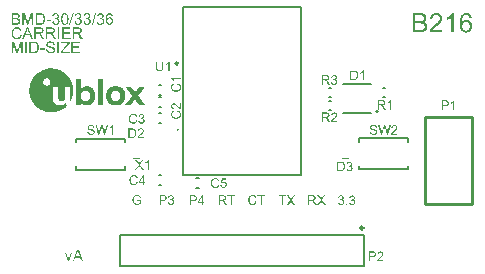
<source format=gto>
G04*
G04 #@! TF.GenerationSoftware,Altium Limited,Altium Designer,21.6.4 (81)*
G04*
G04 Layer_Color=65535*
%FSLAX44Y44*%
%MOMM*%
G71*
G04*
G04 #@! TF.SameCoordinates,9C7C5B9B-610B-4B87-8B93-73775DEEA3A0*
G04*
G04*
G04 #@! TF.FilePolarity,Positive*
G04*
G01*
G75*
%ADD10C,0.1270*%
%ADD11C,0.2540*%
%ADD12C,0.1016*%
%ADD13C,0.2000*%
G36*
X88240Y214866D02*
X88318D01*
X88416Y214852D01*
X88529Y214838D01*
X88656Y214817D01*
X88796Y214796D01*
X88937Y214761D01*
X89092Y214719D01*
X89247Y214662D01*
X89401Y214599D01*
X89563Y214529D01*
X89718Y214437D01*
X89866Y214339D01*
X90007Y214226D01*
X90014Y214219D01*
X90042Y214198D01*
X90077Y214156D01*
X90126Y214107D01*
X90182Y214043D01*
X90246Y213959D01*
X90316Y213867D01*
X90393Y213762D01*
X90471Y213642D01*
X90548Y213508D01*
X90626Y213361D01*
X90689Y213199D01*
X90759Y213030D01*
X90816Y212847D01*
X90858Y212650D01*
X90893Y212446D01*
X89704Y212355D01*
Y212362D01*
X89697Y212383D01*
X89690Y212425D01*
X89676Y212467D01*
X89655Y212530D01*
X89641Y212594D01*
X89584Y212749D01*
X89521Y212910D01*
X89444Y213079D01*
X89352Y213241D01*
X89303Y213311D01*
X89247Y213375D01*
X89240Y213382D01*
X89226Y213396D01*
X89197Y213424D01*
X89162Y213452D01*
X89113Y213494D01*
X89057Y213537D01*
X88993Y213586D01*
X88916Y213635D01*
X88832Y213677D01*
X88740Y213727D01*
X88649Y213769D01*
X88543Y213811D01*
X88431Y213839D01*
X88311Y213867D01*
X88184Y213881D01*
X88058Y213888D01*
X88001D01*
X87959Y213881D01*
X87910D01*
X87854Y213874D01*
X87790Y213860D01*
X87713Y213846D01*
X87558Y213811D01*
X87389Y213755D01*
X87220Y213670D01*
X87136Y213621D01*
X87051Y213565D01*
X87044Y213558D01*
X87030Y213544D01*
X86995Y213522D01*
X86960Y213487D01*
X86911Y213445D01*
X86854Y213396D01*
X86798Y213333D01*
X86728Y213262D01*
X86657Y213185D01*
X86587Y213093D01*
X86510Y212995D01*
X86439Y212889D01*
X86362Y212770D01*
X86292Y212643D01*
X86221Y212509D01*
X86158Y212369D01*
Y212362D01*
X86144Y212334D01*
X86130Y212284D01*
X86109Y212221D01*
X86081Y212143D01*
X86052Y212045D01*
X86024Y211925D01*
X85996Y211792D01*
X85968Y211644D01*
X85933Y211475D01*
X85905Y211285D01*
X85884Y211088D01*
X85862Y210870D01*
X85841Y210638D01*
X85834Y210385D01*
X85827Y210117D01*
X85834Y210124D01*
X85848Y210145D01*
X85870Y210180D01*
X85905Y210223D01*
X85947Y210279D01*
X85996Y210342D01*
X86052Y210413D01*
X86123Y210490D01*
X86193Y210567D01*
X86271Y210645D01*
X86453Y210807D01*
X86650Y210961D01*
X86763Y211032D01*
X86876Y211095D01*
X86883Y211102D01*
X86904Y211109D01*
X86939Y211123D01*
X86981Y211144D01*
X87044Y211173D01*
X87108Y211201D01*
X87185Y211229D01*
X87277Y211257D01*
X87368Y211285D01*
X87474Y211313D01*
X87692Y211370D01*
X87938Y211405D01*
X88065Y211419D01*
X88248D01*
X88311Y211412D01*
X88388Y211405D01*
X88494Y211391D01*
X88613Y211370D01*
X88747Y211341D01*
X88895Y211306D01*
X89050Y211264D01*
X89212Y211201D01*
X89380Y211130D01*
X89556Y211046D01*
X89725Y210940D01*
X89894Y210828D01*
X90063Y210687D01*
X90225Y210532D01*
X90232Y210525D01*
X90260Y210490D01*
X90302Y210441D01*
X90358Y210371D01*
X90422Y210286D01*
X90492Y210180D01*
X90569Y210061D01*
X90647Y209920D01*
X90724Y209765D01*
X90802Y209590D01*
X90872Y209407D01*
X90935Y209202D01*
X90991Y208984D01*
X91034Y208759D01*
X91062Y208513D01*
X91069Y208260D01*
Y208253D01*
Y208218D01*
Y208168D01*
X91062Y208105D01*
X91055Y208020D01*
X91048Y207929D01*
X91034Y207824D01*
X91020Y207704D01*
X90999Y207577D01*
X90970Y207444D01*
X90942Y207303D01*
X90900Y207155D01*
X90851Y207007D01*
X90802Y206860D01*
X90738Y206705D01*
X90668Y206557D01*
X90661Y206550D01*
X90647Y206522D01*
X90626Y206480D01*
X90597Y206430D01*
X90555Y206360D01*
X90506Y206283D01*
X90450Y206205D01*
X90386Y206114D01*
X90309Y206015D01*
X90232Y205917D01*
X90140Y205818D01*
X90042Y205720D01*
X89943Y205621D01*
X89831Y205523D01*
X89711Y205438D01*
X89584Y205354D01*
X89577Y205347D01*
X89556Y205333D01*
X89514Y205319D01*
X89465Y205291D01*
X89394Y205255D01*
X89317Y205220D01*
X89233Y205185D01*
X89127Y205150D01*
X89022Y205108D01*
X88902Y205072D01*
X88768Y205037D01*
X88635Y205002D01*
X88487Y204974D01*
X88339Y204960D01*
X88177Y204946D01*
X88015Y204939D01*
X87952D01*
X87917Y204946D01*
X87875D01*
X87769Y204953D01*
X87642Y204974D01*
X87495Y204995D01*
X87333Y205030D01*
X87150Y205079D01*
X86960Y205136D01*
X86763Y205206D01*
X86566Y205298D01*
X86362Y205403D01*
X86158Y205530D01*
X85954Y205678D01*
X85764Y205847D01*
X85581Y206036D01*
X85574Y206050D01*
X85539Y206086D01*
X85497Y206156D01*
X85433Y206248D01*
X85363Y206367D01*
X85321Y206437D01*
X85286Y206515D01*
X85243Y206599D01*
X85201Y206691D01*
X85152Y206796D01*
X85110Y206902D01*
X85067Y207014D01*
X85025Y207134D01*
X84976Y207268D01*
X84934Y207401D01*
X84899Y207549D01*
X84856Y207697D01*
X84821Y207859D01*
X84786Y208027D01*
X84751Y208203D01*
X84723Y208386D01*
X84701Y208576D01*
X84680Y208773D01*
X84659Y208984D01*
X84652Y209195D01*
X84638Y209421D01*
Y209653D01*
Y209660D01*
Y209688D01*
Y209723D01*
Y209779D01*
X84645Y209843D01*
Y209920D01*
X84652Y210012D01*
Y210117D01*
X84659Y210223D01*
X84673Y210349D01*
X84680Y210476D01*
X84694Y210617D01*
X84723Y210905D01*
X84772Y211222D01*
X84821Y211553D01*
X84892Y211897D01*
X84976Y212235D01*
X85074Y212573D01*
X85194Y212903D01*
X85335Y213213D01*
X85412Y213361D01*
X85497Y213494D01*
X85588Y213628D01*
X85680Y213755D01*
X85694Y213769D01*
X85722Y213804D01*
X85771Y213860D01*
X85848Y213931D01*
X85940Y214015D01*
X86045Y214107D01*
X86179Y214212D01*
X86327Y214318D01*
X86496Y214416D01*
X86679Y214522D01*
X86876Y214613D01*
X87094Y214697D01*
X87333Y214768D01*
X87579Y214824D01*
X87846Y214859D01*
X88128Y214873D01*
X88177D01*
X88240Y214866D01*
D02*
G37*
G36*
X80311D02*
X80382D01*
X80466Y214852D01*
X80557Y214845D01*
X80656Y214831D01*
X80768Y214810D01*
X80881Y214789D01*
X81127Y214726D01*
X81261Y214690D01*
X81388Y214641D01*
X81514Y214592D01*
X81641Y214529D01*
X81648Y214522D01*
X81669Y214515D01*
X81704Y214493D01*
X81754Y214465D01*
X81810Y214430D01*
X81873Y214388D01*
X81944Y214339D01*
X82021Y214282D01*
X82190Y214149D01*
X82359Y213987D01*
X82520Y213804D01*
X82598Y213698D01*
X82668Y213593D01*
X82675Y213586D01*
X82682Y213565D01*
X82703Y213537D01*
X82725Y213487D01*
X82753Y213438D01*
X82781Y213368D01*
X82816Y213297D01*
X82851Y213213D01*
X82879Y213121D01*
X82914Y213030D01*
X82971Y212819D01*
X83013Y212587D01*
X83020Y212467D01*
X83027Y212341D01*
Y212334D01*
Y212312D01*
Y212277D01*
X83020Y212235D01*
Y212179D01*
X83006Y212115D01*
X82999Y212038D01*
X82985Y211961D01*
X82943Y211778D01*
X82879Y211588D01*
X82844Y211489D01*
X82795Y211384D01*
X82746Y211285D01*
X82682Y211187D01*
X82675Y211180D01*
X82668Y211166D01*
X82647Y211137D01*
X82619Y211102D01*
X82584Y211060D01*
X82542Y211011D01*
X82492Y210954D01*
X82429Y210891D01*
X82366Y210828D01*
X82288Y210765D01*
X82211Y210694D01*
X82119Y210624D01*
X82021Y210560D01*
X81915Y210490D01*
X81803Y210427D01*
X81683Y210371D01*
X81690D01*
X81718Y210363D01*
X81768Y210349D01*
X81824Y210328D01*
X81901Y210307D01*
X81986Y210272D01*
X82077Y210237D01*
X82176Y210187D01*
X82281Y210138D01*
X82394Y210075D01*
X82506Y210012D01*
X82619Y209934D01*
X82725Y209850D01*
X82830Y209758D01*
X82935Y209653D01*
X83027Y209540D01*
X83034Y209533D01*
X83048Y209512D01*
X83069Y209477D01*
X83104Y209428D01*
X83140Y209364D01*
X83182Y209294D01*
X83224Y209210D01*
X83266Y209111D01*
X83308Y208999D01*
X83358Y208879D01*
X83393Y208752D01*
X83428Y208612D01*
X83463Y208464D01*
X83484Y208309D01*
X83498Y208147D01*
X83505Y207971D01*
Y207957D01*
Y207915D01*
X83498Y207845D01*
X83491Y207760D01*
X83477Y207648D01*
X83456Y207521D01*
X83428Y207380D01*
X83386Y207225D01*
X83337Y207057D01*
X83280Y206888D01*
X83203Y206705D01*
X83111Y206522D01*
X83006Y206339D01*
X82879Y206156D01*
X82732Y205980D01*
X82570Y205811D01*
X82556Y205804D01*
X82528Y205776D01*
X82478Y205727D01*
X82401Y205671D01*
X82309Y205607D01*
X82204Y205530D01*
X82070Y205452D01*
X81929Y205368D01*
X81768Y205284D01*
X81585Y205206D01*
X81395Y205129D01*
X81184Y205065D01*
X80965Y205009D01*
X80726Y204960D01*
X80480Y204932D01*
X80220Y204925D01*
X80163D01*
X80093Y204932D01*
X80009Y204939D01*
X79896Y204946D01*
X79769Y204967D01*
X79629Y204988D01*
X79474Y205023D01*
X79312Y205058D01*
X79136Y205108D01*
X78960Y205171D01*
X78777Y205248D01*
X78601Y205333D01*
X78426Y205431D01*
X78250Y205551D01*
X78088Y205685D01*
X78081Y205692D01*
X78053Y205720D01*
X78011Y205762D01*
X77954Y205825D01*
X77891Y205903D01*
X77814Y205994D01*
X77736Y206100D01*
X77652Y206219D01*
X77567Y206353D01*
X77483Y206508D01*
X77405Y206670D01*
X77328Y206845D01*
X77265Y207036D01*
X77201Y207232D01*
X77159Y207444D01*
X77131Y207669D01*
X78327Y207831D01*
Y207817D01*
X78334Y207788D01*
X78348Y207732D01*
X78369Y207662D01*
X78390Y207577D01*
X78419Y207486D01*
X78454Y207380D01*
X78489Y207268D01*
X78587Y207021D01*
X78707Y206782D01*
X78777Y206663D01*
X78855Y206550D01*
X78932Y206451D01*
X79024Y206360D01*
X79031Y206353D01*
X79045Y206339D01*
X79073Y206318D01*
X79115Y206290D01*
X79157Y206255D01*
X79221Y206219D01*
X79284Y206177D01*
X79361Y206142D01*
X79446Y206100D01*
X79537Y206057D01*
X79636Y206022D01*
X79741Y205987D01*
X79854Y205959D01*
X79974Y205938D01*
X80093Y205924D01*
X80227Y205917D01*
X80262D01*
X80311Y205924D01*
X80367D01*
X80445Y205938D01*
X80529Y205945D01*
X80621Y205966D01*
X80726Y205987D01*
X80832Y206022D01*
X80951Y206057D01*
X81071Y206107D01*
X81191Y206163D01*
X81310Y206233D01*
X81430Y206311D01*
X81543Y206395D01*
X81655Y206501D01*
X81662Y206508D01*
X81683Y206529D01*
X81711Y206557D01*
X81747Y206606D01*
X81789Y206663D01*
X81838Y206733D01*
X81894Y206810D01*
X81951Y206902D01*
X82000Y207000D01*
X82056Y207113D01*
X82105Y207225D01*
X82148Y207359D01*
X82183Y207493D01*
X82211Y207633D01*
X82232Y207788D01*
X82239Y207943D01*
Y207950D01*
Y207978D01*
Y208020D01*
X82232Y208084D01*
X82225Y208147D01*
X82211Y208232D01*
X82197Y208323D01*
X82169Y208422D01*
X82141Y208527D01*
X82105Y208640D01*
X82063Y208752D01*
X82014Y208865D01*
X81951Y208977D01*
X81873Y209090D01*
X81796Y209195D01*
X81697Y209301D01*
X81690Y209308D01*
X81676Y209322D01*
X81641Y209350D01*
X81599Y209386D01*
X81550Y209428D01*
X81486Y209470D01*
X81409Y209519D01*
X81324Y209568D01*
X81233Y209618D01*
X81127Y209667D01*
X81015Y209709D01*
X80895Y209751D01*
X80768Y209786D01*
X80628Y209815D01*
X80487Y209829D01*
X80332Y209836D01*
X80269D01*
X80199Y209829D01*
X80100Y209822D01*
X79974Y209808D01*
X79833Y209779D01*
X79671Y209751D01*
X79488Y209709D01*
X79622Y210757D01*
X79643D01*
X79664Y210750D01*
X79692D01*
X79755Y210743D01*
X79889D01*
X79938Y210750D01*
X80009Y210757D01*
X80086Y210765D01*
X80170Y210779D01*
X80269Y210793D01*
X80374Y210814D01*
X80480Y210842D01*
X80712Y210912D01*
X80832Y210954D01*
X80951Y211011D01*
X81071Y211067D01*
X81184Y211137D01*
X81191Y211144D01*
X81212Y211159D01*
X81240Y211180D01*
X81282Y211215D01*
X81324Y211257D01*
X81381Y211306D01*
X81430Y211370D01*
X81493Y211440D01*
X81550Y211524D01*
X81606Y211616D01*
X81655Y211714D01*
X81697Y211827D01*
X81740Y211947D01*
X81768Y212080D01*
X81789Y212221D01*
X81796Y212369D01*
Y212376D01*
Y212397D01*
Y212432D01*
X81789Y212481D01*
X81782Y212530D01*
X81775Y212601D01*
X81761Y212671D01*
X81740Y212749D01*
X81683Y212917D01*
X81648Y213009D01*
X81606Y213100D01*
X81557Y213192D01*
X81493Y213283D01*
X81423Y213368D01*
X81346Y213452D01*
X81338Y213459D01*
X81324Y213473D01*
X81303Y213494D01*
X81268Y213522D01*
X81219Y213551D01*
X81170Y213593D01*
X81106Y213628D01*
X81036Y213670D01*
X80958Y213713D01*
X80874Y213748D01*
X80776Y213790D01*
X80677Y213818D01*
X80564Y213846D01*
X80452Y213867D01*
X80325Y213881D01*
X80199Y213888D01*
X80128D01*
X80086Y213881D01*
X80023Y213874D01*
X79952Y213867D01*
X79875Y213853D01*
X79791Y213832D01*
X79608Y213783D01*
X79516Y213748D01*
X79418Y213698D01*
X79319Y213649D01*
X79221Y213593D01*
X79129Y213522D01*
X79038Y213445D01*
X79031Y213438D01*
X79017Y213424D01*
X78995Y213396D01*
X78960Y213361D01*
X78925Y213319D01*
X78883Y213262D01*
X78841Y213192D01*
X78791Y213121D01*
X78742Y213030D01*
X78693Y212931D01*
X78637Y212826D01*
X78594Y212706D01*
X78545Y212580D01*
X78510Y212446D01*
X78475Y212298D01*
X78447Y212136D01*
X77251Y212348D01*
Y212355D01*
Y212362D01*
X77265Y212404D01*
X77279Y212460D01*
X77300Y212544D01*
X77328Y212650D01*
X77363Y212763D01*
X77405Y212889D01*
X77455Y213030D01*
X77518Y213178D01*
X77588Y213333D01*
X77673Y213487D01*
X77764Y213642D01*
X77863Y213797D01*
X77975Y213945D01*
X78102Y214085D01*
X78243Y214212D01*
X78250Y214219D01*
X78278Y214240D01*
X78320Y214275D01*
X78383Y214318D01*
X78461Y214367D01*
X78552Y214423D01*
X78658Y214479D01*
X78777Y214543D01*
X78911Y214606D01*
X79059Y214662D01*
X79214Y214719D01*
X79383Y214768D01*
X79565Y214810D01*
X79762Y214845D01*
X79966Y214866D01*
X80177Y214873D01*
X80255D01*
X80311Y214866D01*
D02*
G37*
G36*
X68969Y214866D02*
X69040D01*
X69124Y214852D01*
X69216Y214845D01*
X69314Y214831D01*
X69427Y214810D01*
X69539Y214789D01*
X69786Y214726D01*
X69919Y214690D01*
X70046Y214641D01*
X70173Y214592D01*
X70299Y214529D01*
X70306Y214522D01*
X70327Y214515D01*
X70363Y214493D01*
X70412Y214465D01*
X70468Y214430D01*
X70531Y214388D01*
X70602Y214339D01*
X70679Y214282D01*
X70848Y214149D01*
X71017Y213987D01*
X71179Y213804D01*
X71256Y213698D01*
X71326Y213593D01*
X71333Y213586D01*
X71340Y213565D01*
X71362Y213537D01*
X71383Y213487D01*
X71411Y213438D01*
X71439Y213368D01*
X71474Y213297D01*
X71509Y213213D01*
X71538Y213121D01*
X71573Y213030D01*
X71629Y212819D01*
X71671Y212587D01*
X71678Y212467D01*
X71685Y212341D01*
Y212333D01*
Y212312D01*
Y212277D01*
X71678Y212235D01*
Y212179D01*
X71664Y212115D01*
X71657Y212038D01*
X71643Y211961D01*
X71601Y211778D01*
X71538Y211588D01*
X71502Y211489D01*
X71453Y211384D01*
X71404Y211285D01*
X71340Y211187D01*
X71333Y211180D01*
X71326Y211166D01*
X71305Y211137D01*
X71277Y211102D01*
X71242Y211060D01*
X71200Y211011D01*
X71151Y210954D01*
X71087Y210891D01*
X71024Y210828D01*
X70946Y210765D01*
X70869Y210694D01*
X70778Y210624D01*
X70679Y210560D01*
X70574Y210490D01*
X70461Y210427D01*
X70342Y210370D01*
X70349D01*
X70377Y210363D01*
X70426Y210349D01*
X70482Y210328D01*
X70560Y210307D01*
X70644Y210272D01*
X70736Y210237D01*
X70834Y210187D01*
X70939Y210138D01*
X71052Y210075D01*
X71165Y210012D01*
X71277Y209934D01*
X71383Y209850D01*
X71488Y209758D01*
X71594Y209653D01*
X71685Y209540D01*
X71692Y209533D01*
X71706Y209512D01*
X71727Y209477D01*
X71763Y209428D01*
X71798Y209364D01*
X71840Y209294D01*
X71882Y209209D01*
X71925Y209111D01*
X71967Y208999D01*
X72016Y208879D01*
X72051Y208752D01*
X72086Y208612D01*
X72122Y208464D01*
X72143Y208309D01*
X72157Y208147D01*
X72164Y207971D01*
Y207957D01*
Y207915D01*
X72157Y207845D01*
X72150Y207760D01*
X72136Y207648D01*
X72115Y207521D01*
X72086Y207380D01*
X72044Y207225D01*
X71995Y207057D01*
X71939Y206888D01*
X71861Y206705D01*
X71770Y206522D01*
X71664Y206339D01*
X71538Y206156D01*
X71390Y205980D01*
X71228Y205811D01*
X71214Y205804D01*
X71186Y205776D01*
X71136Y205727D01*
X71059Y205671D01*
X70968Y205607D01*
X70862Y205530D01*
X70728Y205452D01*
X70588Y205368D01*
X70426Y205284D01*
X70243Y205206D01*
X70053Y205129D01*
X69842Y205065D01*
X69624Y205009D01*
X69385Y204960D01*
X69138Y204932D01*
X68878Y204925D01*
X68822D01*
X68751Y204932D01*
X68667Y204939D01*
X68554Y204946D01*
X68428Y204967D01*
X68287Y204988D01*
X68132Y205023D01*
X67970Y205058D01*
X67794Y205108D01*
X67619Y205171D01*
X67436Y205248D01*
X67260Y205333D01*
X67084Y205431D01*
X66908Y205551D01*
X66746Y205685D01*
X66739Y205692D01*
X66711Y205720D01*
X66669Y205762D01*
X66613Y205825D01*
X66549Y205903D01*
X66472Y205994D01*
X66394Y206100D01*
X66310Y206219D01*
X66226Y206353D01*
X66141Y206508D01*
X66064Y206670D01*
X65986Y206845D01*
X65923Y207036D01*
X65860Y207232D01*
X65817Y207444D01*
X65789Y207669D01*
X66985Y207831D01*
Y207816D01*
X66992Y207788D01*
X67007Y207732D01*
X67028Y207662D01*
X67049Y207577D01*
X67077Y207486D01*
X67112Y207380D01*
X67147Y207268D01*
X67246Y207021D01*
X67365Y206782D01*
X67436Y206663D01*
X67513Y206550D01*
X67590Y206451D01*
X67682Y206360D01*
X67689Y206353D01*
X67703Y206339D01*
X67731Y206318D01*
X67773Y206290D01*
X67816Y206255D01*
X67879Y206219D01*
X67942Y206177D01*
X68020Y206142D01*
X68104Y206100D01*
X68196Y206057D01*
X68294Y206022D01*
X68400Y205987D01*
X68512Y205959D01*
X68632Y205938D01*
X68751Y205924D01*
X68885Y205917D01*
X68920D01*
X68969Y205924D01*
X69026D01*
X69103Y205938D01*
X69188Y205945D01*
X69279Y205966D01*
X69385Y205987D01*
X69490Y206022D01*
X69610Y206057D01*
X69729Y206107D01*
X69849Y206163D01*
X69969Y206233D01*
X70088Y206311D01*
X70201Y206395D01*
X70313Y206501D01*
X70320Y206508D01*
X70342Y206529D01*
X70370Y206557D01*
X70405Y206606D01*
X70447Y206663D01*
X70496Y206733D01*
X70553Y206810D01*
X70609Y206902D01*
X70658Y207000D01*
X70714Y207113D01*
X70764Y207225D01*
X70806Y207359D01*
X70841Y207493D01*
X70869Y207633D01*
X70890Y207788D01*
X70897Y207943D01*
Y207950D01*
Y207978D01*
Y208020D01*
X70890Y208084D01*
X70883Y208147D01*
X70869Y208232D01*
X70855Y208323D01*
X70827Y208421D01*
X70799Y208527D01*
X70764Y208640D01*
X70721Y208752D01*
X70672Y208865D01*
X70609Y208977D01*
X70531Y209090D01*
X70454Y209195D01*
X70356Y209301D01*
X70349Y209308D01*
X70334Y209322D01*
X70299Y209350D01*
X70257Y209385D01*
X70208Y209428D01*
X70145Y209470D01*
X70067Y209519D01*
X69983Y209568D01*
X69891Y209618D01*
X69786Y209667D01*
X69673Y209709D01*
X69553Y209751D01*
X69427Y209786D01*
X69286Y209815D01*
X69145Y209829D01*
X68991Y209836D01*
X68927D01*
X68857Y209829D01*
X68758Y209822D01*
X68632Y209808D01*
X68491Y209779D01*
X68329Y209751D01*
X68146Y209709D01*
X68280Y210757D01*
X68301D01*
X68322Y210750D01*
X68350D01*
X68414Y210743D01*
X68547D01*
X68597Y210750D01*
X68667Y210757D01*
X68744Y210765D01*
X68829Y210779D01*
X68927Y210793D01*
X69033Y210814D01*
X69138Y210842D01*
X69370Y210912D01*
X69490Y210954D01*
X69610Y211011D01*
X69729Y211067D01*
X69842Y211137D01*
X69849Y211144D01*
X69870Y211159D01*
X69898Y211180D01*
X69940Y211215D01*
X69983Y211257D01*
X70039Y211306D01*
X70088Y211369D01*
X70152Y211440D01*
X70208Y211524D01*
X70264Y211616D01*
X70313Y211714D01*
X70356Y211827D01*
X70398Y211947D01*
X70426Y212080D01*
X70447Y212221D01*
X70454Y212369D01*
Y212376D01*
Y212397D01*
Y212432D01*
X70447Y212481D01*
X70440Y212530D01*
X70433Y212601D01*
X70419Y212671D01*
X70398Y212749D01*
X70342Y212917D01*
X70306Y213009D01*
X70264Y213100D01*
X70215Y213192D01*
X70152Y213283D01*
X70081Y213368D01*
X70004Y213452D01*
X69997Y213459D01*
X69983Y213473D01*
X69962Y213494D01*
X69926Y213522D01*
X69877Y213551D01*
X69828Y213593D01*
X69764Y213628D01*
X69694Y213670D01*
X69617Y213713D01*
X69532Y213748D01*
X69434Y213790D01*
X69335Y213818D01*
X69223Y213846D01*
X69110Y213867D01*
X68984Y213881D01*
X68857Y213888D01*
X68787D01*
X68744Y213881D01*
X68681Y213874D01*
X68611Y213867D01*
X68533Y213853D01*
X68449Y213832D01*
X68266Y213783D01*
X68174Y213748D01*
X68076Y213698D01*
X67977Y213649D01*
X67879Y213593D01*
X67787Y213522D01*
X67696Y213445D01*
X67689Y213438D01*
X67675Y213424D01*
X67654Y213396D01*
X67619Y213361D01*
X67583Y213318D01*
X67541Y213262D01*
X67499Y213192D01*
X67450Y213121D01*
X67400Y213030D01*
X67351Y212931D01*
X67295Y212826D01*
X67253Y212706D01*
X67203Y212580D01*
X67168Y212446D01*
X67133Y212298D01*
X67105Y212136D01*
X65909Y212348D01*
Y212355D01*
Y212362D01*
X65923Y212404D01*
X65937Y212460D01*
X65958Y212544D01*
X65986Y212650D01*
X66021Y212763D01*
X66064Y212889D01*
X66113Y213030D01*
X66176Y213178D01*
X66247Y213333D01*
X66331Y213487D01*
X66423Y213642D01*
X66521Y213797D01*
X66634Y213945D01*
X66760Y214085D01*
X66901Y214212D01*
X66908Y214219D01*
X66936Y214240D01*
X66978Y214275D01*
X67042Y214317D01*
X67119Y214367D01*
X67210Y214423D01*
X67316Y214479D01*
X67436Y214543D01*
X67569Y214606D01*
X67717Y214662D01*
X67872Y214719D01*
X68041Y214768D01*
X68224Y214810D01*
X68421Y214845D01*
X68625Y214866D01*
X68836Y214873D01*
X68913D01*
X68969Y214866D01*
D02*
G37*
G36*
X61406D02*
X61476D01*
X61561Y214852D01*
X61652Y214845D01*
X61751Y214831D01*
X61863Y214810D01*
X61976Y214789D01*
X62222Y214726D01*
X62356Y214690D01*
X62483Y214641D01*
X62609Y214592D01*
X62736Y214529D01*
X62743Y214522D01*
X62764Y214515D01*
X62799Y214493D01*
X62848Y214465D01*
X62905Y214430D01*
X62968Y214388D01*
X63038Y214339D01*
X63116Y214282D01*
X63285Y214149D01*
X63453Y213987D01*
X63615Y213804D01*
X63693Y213698D01*
X63763Y213593D01*
X63770Y213586D01*
X63777Y213565D01*
X63798Y213537D01*
X63819Y213487D01*
X63847Y213438D01*
X63876Y213368D01*
X63911Y213297D01*
X63946Y213213D01*
X63974Y213121D01*
X64009Y213030D01*
X64065Y212819D01*
X64108Y212587D01*
X64115Y212467D01*
X64122Y212341D01*
Y212333D01*
Y212312D01*
Y212277D01*
X64115Y212235D01*
Y212179D01*
X64101Y212115D01*
X64094Y212038D01*
X64080Y211961D01*
X64037Y211778D01*
X63974Y211588D01*
X63939Y211489D01*
X63890Y211384D01*
X63840Y211285D01*
X63777Y211187D01*
X63770Y211180D01*
X63763Y211166D01*
X63742Y211137D01*
X63714Y211102D01*
X63679Y211060D01*
X63636Y211011D01*
X63587Y210954D01*
X63524Y210891D01*
X63460Y210828D01*
X63383Y210765D01*
X63306Y210694D01*
X63214Y210624D01*
X63116Y210560D01*
X63010Y210490D01*
X62898Y210427D01*
X62778Y210370D01*
X62785D01*
X62813Y210363D01*
X62862Y210349D01*
X62919Y210328D01*
X62996Y210307D01*
X63081Y210272D01*
X63172Y210237D01*
X63271Y210187D01*
X63376Y210138D01*
X63489Y210075D01*
X63601Y210012D01*
X63714Y209934D01*
X63819Y209850D01*
X63925Y209758D01*
X64030Y209653D01*
X64122Y209540D01*
X64129Y209533D01*
X64143Y209512D01*
X64164Y209477D01*
X64199Y209428D01*
X64234Y209364D01*
X64277Y209294D01*
X64319Y209209D01*
X64361Y209111D01*
X64403Y208999D01*
X64453Y208879D01*
X64488Y208752D01*
X64523Y208612D01*
X64558Y208464D01*
X64579Y208309D01*
X64593Y208147D01*
X64600Y207971D01*
Y207957D01*
Y207915D01*
X64593Y207845D01*
X64586Y207760D01*
X64572Y207648D01*
X64551Y207521D01*
X64523Y207380D01*
X64481Y207225D01*
X64431Y207057D01*
X64375Y206888D01*
X64298Y206705D01*
X64206Y206522D01*
X64101Y206339D01*
X63974Y206156D01*
X63826Y205980D01*
X63664Y205811D01*
X63650Y205804D01*
X63622Y205776D01*
X63573Y205727D01*
X63496Y205671D01*
X63404Y205607D01*
X63299Y205530D01*
X63165Y205452D01*
X63024Y205368D01*
X62862Y205284D01*
X62680Y205206D01*
X62490Y205129D01*
X62278Y205065D01*
X62060Y205009D01*
X61821Y204960D01*
X61575Y204932D01*
X61315Y204925D01*
X61258D01*
X61188Y204932D01*
X61104Y204939D01*
X60991Y204946D01*
X60864Y204967D01*
X60724Y204988D01*
X60569Y205023D01*
X60407Y205058D01*
X60231Y205108D01*
X60055Y205171D01*
X59872Y205248D01*
X59696Y205333D01*
X59520Y205431D01*
X59345Y205551D01*
X59183Y205685D01*
X59176Y205692D01*
X59148Y205720D01*
X59105Y205762D01*
X59049Y205825D01*
X58986Y205903D01*
X58908Y205994D01*
X58831Y206100D01*
X58747Y206219D01*
X58662Y206353D01*
X58578Y206508D01*
X58500Y206670D01*
X58423Y206845D01*
X58359Y207036D01*
X58296Y207232D01*
X58254Y207444D01*
X58226Y207669D01*
X59422Y207831D01*
Y207816D01*
X59429Y207788D01*
X59443Y207732D01*
X59464Y207662D01*
X59485Y207577D01*
X59513Y207486D01*
X59549Y207380D01*
X59584Y207268D01*
X59682Y207021D01*
X59802Y206782D01*
X59872Y206663D01*
X59950Y206550D01*
X60027Y206451D01*
X60118Y206360D01*
X60125Y206353D01*
X60140Y206339D01*
X60168Y206318D01*
X60210Y206290D01*
X60252Y206255D01*
X60315Y206219D01*
X60379Y206177D01*
X60456Y206142D01*
X60541Y206100D01*
X60632Y206057D01*
X60731Y206022D01*
X60836Y205987D01*
X60949Y205959D01*
X61068Y205938D01*
X61188Y205924D01*
X61322Y205917D01*
X61357D01*
X61406Y205924D01*
X61462D01*
X61540Y205938D01*
X61624Y205945D01*
X61716Y205966D01*
X61821Y205987D01*
X61927Y206022D01*
X62046Y206057D01*
X62166Y206107D01*
X62285Y206163D01*
X62405Y206233D01*
X62525Y206311D01*
X62637Y206395D01*
X62750Y206501D01*
X62757Y206508D01*
X62778Y206529D01*
X62806Y206557D01*
X62841Y206606D01*
X62884Y206663D01*
X62933Y206733D01*
X62989Y206810D01*
X63045Y206902D01*
X63095Y207000D01*
X63151Y207113D01*
X63200Y207225D01*
X63242Y207359D01*
X63278Y207493D01*
X63306Y207633D01*
X63327Y207788D01*
X63334Y207943D01*
Y207950D01*
Y207978D01*
Y208020D01*
X63327Y208084D01*
X63320Y208147D01*
X63306Y208232D01*
X63292Y208323D01*
X63263Y208421D01*
X63235Y208527D01*
X63200Y208640D01*
X63158Y208752D01*
X63109Y208865D01*
X63045Y208977D01*
X62968Y209090D01*
X62891Y209195D01*
X62792Y209301D01*
X62785Y209308D01*
X62771Y209322D01*
X62736Y209350D01*
X62694Y209385D01*
X62644Y209428D01*
X62581Y209470D01*
X62504Y209519D01*
X62419Y209568D01*
X62328Y209618D01*
X62222Y209667D01*
X62110Y209709D01*
X61990Y209751D01*
X61863Y209786D01*
X61723Y209815D01*
X61582Y209829D01*
X61427Y209836D01*
X61364D01*
X61293Y209829D01*
X61195Y209822D01*
X61068Y209808D01*
X60928Y209779D01*
X60766Y209751D01*
X60583Y209709D01*
X60717Y210757D01*
X60738D01*
X60759Y210750D01*
X60787D01*
X60850Y210743D01*
X60984D01*
X61033Y210750D01*
X61104Y210757D01*
X61181Y210765D01*
X61265Y210779D01*
X61364Y210793D01*
X61469Y210814D01*
X61575Y210842D01*
X61807Y210912D01*
X61927Y210954D01*
X62046Y211011D01*
X62166Y211067D01*
X62278Y211137D01*
X62285Y211144D01*
X62307Y211159D01*
X62335Y211180D01*
X62377Y211215D01*
X62419Y211257D01*
X62475Y211306D01*
X62525Y211369D01*
X62588Y211440D01*
X62644Y211524D01*
X62701Y211616D01*
X62750Y211714D01*
X62792Y211827D01*
X62834Y211947D01*
X62862Y212080D01*
X62884Y212221D01*
X62891Y212369D01*
Y212376D01*
Y212397D01*
Y212432D01*
X62884Y212481D01*
X62877Y212530D01*
X62869Y212601D01*
X62855Y212671D01*
X62834Y212749D01*
X62778Y212917D01*
X62743Y213009D01*
X62701Y213100D01*
X62651Y213192D01*
X62588Y213283D01*
X62518Y213368D01*
X62440Y213452D01*
X62433Y213459D01*
X62419Y213473D01*
X62398Y213494D01*
X62363Y213522D01*
X62314Y213551D01*
X62264Y213593D01*
X62201Y213628D01*
X62131Y213670D01*
X62053Y213713D01*
X61969Y213748D01*
X61870Y213790D01*
X61772Y213818D01*
X61659Y213846D01*
X61547Y213867D01*
X61420Y213881D01*
X61293Y213888D01*
X61223D01*
X61181Y213881D01*
X61118Y213874D01*
X61047Y213867D01*
X60970Y213853D01*
X60885Y213832D01*
X60702Y213783D01*
X60611Y213748D01*
X60512Y213698D01*
X60414Y213649D01*
X60315Y213593D01*
X60224Y213522D01*
X60132Y213445D01*
X60125Y213438D01*
X60111Y213424D01*
X60090Y213396D01*
X60055Y213361D01*
X60020Y213318D01*
X59978Y213262D01*
X59935Y213192D01*
X59886Y213121D01*
X59837Y213030D01*
X59788Y212931D01*
X59731Y212826D01*
X59689Y212706D01*
X59640Y212580D01*
X59605Y212446D01*
X59570Y212298D01*
X59542Y212136D01*
X58345Y212348D01*
Y212355D01*
Y212362D01*
X58359Y212404D01*
X58374Y212460D01*
X58395Y212544D01*
X58423Y212650D01*
X58458Y212763D01*
X58500Y212889D01*
X58549Y213030D01*
X58613Y213178D01*
X58683Y213333D01*
X58768Y213487D01*
X58859Y213642D01*
X58958Y213797D01*
X59070Y213945D01*
X59197Y214085D01*
X59338Y214212D01*
X59345Y214219D01*
X59373Y214240D01*
X59415Y214275D01*
X59478Y214317D01*
X59556Y214367D01*
X59647Y214423D01*
X59753Y214479D01*
X59872Y214543D01*
X60006Y214606D01*
X60154Y214662D01*
X60308Y214719D01*
X60477Y214768D01*
X60660Y214810D01*
X60857Y214845D01*
X61061Y214866D01*
X61272Y214873D01*
X61350D01*
X61406Y214866D01*
D02*
G37*
G36*
X42501D02*
X42571D01*
X42656Y214852D01*
X42747Y214845D01*
X42846Y214831D01*
X42958Y214810D01*
X43071Y214789D01*
X43317Y214726D01*
X43451Y214690D01*
X43577Y214641D01*
X43704Y214592D01*
X43831Y214529D01*
X43838Y214522D01*
X43859Y214515D01*
X43894Y214493D01*
X43943Y214465D01*
X43999Y214430D01*
X44063Y214388D01*
X44133Y214339D01*
X44211Y214282D01*
X44379Y214149D01*
X44548Y213987D01*
X44710Y213804D01*
X44787Y213698D01*
X44858Y213593D01*
X44865Y213586D01*
X44872Y213565D01*
X44893Y213537D01*
X44914Y213487D01*
X44942Y213438D01*
X44970Y213368D01*
X45005Y213297D01*
X45041Y213213D01*
X45069Y213121D01*
X45104Y213030D01*
X45160Y212819D01*
X45203Y212587D01*
X45210Y212467D01*
X45217Y212341D01*
Y212333D01*
Y212312D01*
Y212277D01*
X45210Y212235D01*
Y212179D01*
X45195Y212115D01*
X45188Y212038D01*
X45174Y211961D01*
X45132Y211778D01*
X45069Y211588D01*
X45034Y211489D01*
X44984Y211384D01*
X44935Y211285D01*
X44872Y211187D01*
X44865Y211180D01*
X44858Y211166D01*
X44837Y211137D01*
X44809Y211102D01*
X44773Y211060D01*
X44731Y211011D01*
X44682Y210954D01*
X44619Y210891D01*
X44555Y210828D01*
X44478Y210765D01*
X44401Y210694D01*
X44309Y210624D01*
X44211Y210560D01*
X44105Y210490D01*
X43992Y210427D01*
X43873Y210370D01*
X43880D01*
X43908Y210363D01*
X43957Y210349D01*
X44014Y210328D01*
X44091Y210307D01*
X44175Y210272D01*
X44267Y210237D01*
X44365Y210187D01*
X44471Y210138D01*
X44583Y210075D01*
X44696Y210012D01*
X44809Y209934D01*
X44914Y209850D01*
X45020Y209758D01*
X45125Y209653D01*
X45217Y209540D01*
X45224Y209533D01*
X45238Y209512D01*
X45259Y209477D01*
X45294Y209428D01*
X45329Y209364D01*
X45371Y209294D01*
X45414Y209209D01*
X45456Y209111D01*
X45498Y208999D01*
X45547Y208879D01*
X45582Y208752D01*
X45618Y208612D01*
X45653Y208464D01*
X45674Y208309D01*
X45688Y208147D01*
X45695Y207971D01*
Y207957D01*
Y207915D01*
X45688Y207845D01*
X45681Y207760D01*
X45667Y207648D01*
X45646Y207521D01*
X45618Y207380D01*
X45575Y207225D01*
X45526Y207057D01*
X45470Y206888D01*
X45392Y206705D01*
X45301Y206522D01*
X45195Y206339D01*
X45069Y206156D01*
X44921Y205980D01*
X44759Y205811D01*
X44745Y205804D01*
X44717Y205776D01*
X44668Y205727D01*
X44590Y205671D01*
X44499Y205607D01*
X44393Y205530D01*
X44260Y205452D01*
X44119Y205368D01*
X43957Y205284D01*
X43774Y205206D01*
X43584Y205129D01*
X43373Y205065D01*
X43155Y205009D01*
X42916Y204960D01*
X42670Y204932D01*
X42409Y204925D01*
X42353D01*
X42283Y204932D01*
X42198Y204939D01*
X42086Y204946D01*
X41959Y204967D01*
X41818Y204988D01*
X41663Y205023D01*
X41502Y205058D01*
X41326Y205108D01*
X41150Y205171D01*
X40967Y205248D01*
X40791Y205333D01*
X40615Y205431D01*
X40439Y205551D01*
X40278Y205685D01*
X40271Y205692D01*
X40242Y205720D01*
X40200Y205762D01*
X40144Y205825D01*
X40080Y205903D01*
X40003Y205994D01*
X39926Y206100D01*
X39841Y206219D01*
X39757Y206353D01*
X39672Y206508D01*
X39595Y206670D01*
X39518Y206845D01*
X39454Y207036D01*
X39391Y207232D01*
X39349Y207444D01*
X39321Y207669D01*
X40517Y207831D01*
Y207816D01*
X40524Y207788D01*
X40538Y207732D01*
X40559Y207662D01*
X40580Y207577D01*
X40608Y207486D01*
X40643Y207380D01*
X40679Y207268D01*
X40777Y207021D01*
X40897Y206782D01*
X40967Y206663D01*
X41044Y206550D01*
X41122Y206451D01*
X41213Y206360D01*
X41220Y206353D01*
X41234Y206339D01*
X41262Y206318D01*
X41305Y206290D01*
X41347Y206255D01*
X41410Y206219D01*
X41474Y206177D01*
X41551Y206142D01*
X41635Y206100D01*
X41727Y206057D01*
X41825Y206022D01*
X41931Y205987D01*
X42043Y205959D01*
X42163Y205938D01*
X42283Y205924D01*
X42416Y205917D01*
X42452D01*
X42501Y205924D01*
X42557D01*
X42635Y205938D01*
X42719Y205945D01*
X42810Y205966D01*
X42916Y205987D01*
X43021Y206022D01*
X43141Y206057D01*
X43261Y206107D01*
X43380Y206163D01*
X43500Y206233D01*
X43619Y206311D01*
X43732Y206395D01*
X43845Y206501D01*
X43852Y206508D01*
X43873Y206529D01*
X43901Y206557D01*
X43936Y206606D01*
X43978Y206663D01*
X44028Y206733D01*
X44084Y206810D01*
X44140Y206902D01*
X44189Y207000D01*
X44246Y207113D01*
X44295Y207225D01*
X44337Y207359D01*
X44372Y207493D01*
X44401Y207633D01*
X44422Y207788D01*
X44429Y207943D01*
Y207950D01*
Y207978D01*
Y208020D01*
X44422Y208084D01*
X44415Y208147D01*
X44401Y208232D01*
X44386Y208323D01*
X44358Y208421D01*
X44330Y208527D01*
X44295Y208640D01*
X44253Y208752D01*
X44204Y208865D01*
X44140Y208977D01*
X44063Y209090D01*
X43985Y209195D01*
X43887Y209301D01*
X43880Y209308D01*
X43866Y209322D01*
X43831Y209350D01*
X43788Y209385D01*
X43739Y209428D01*
X43676Y209470D01*
X43598Y209519D01*
X43514Y209568D01*
X43422Y209618D01*
X43317Y209667D01*
X43204Y209709D01*
X43085Y209751D01*
X42958Y209786D01*
X42817Y209815D01*
X42677Y209829D01*
X42522Y209836D01*
X42459D01*
X42388Y209829D01*
X42290Y209822D01*
X42163Y209808D01*
X42022Y209779D01*
X41860Y209751D01*
X41678Y209709D01*
X41811Y210757D01*
X41832D01*
X41853Y210750D01*
X41882D01*
X41945Y210743D01*
X42079D01*
X42128Y210750D01*
X42198Y210757D01*
X42276Y210765D01*
X42360Y210779D01*
X42459Y210793D01*
X42564Y210814D01*
X42670Y210842D01*
X42902Y210912D01*
X43021Y210954D01*
X43141Y211011D01*
X43261Y211067D01*
X43373Y211137D01*
X43380Y211144D01*
X43401Y211159D01*
X43429Y211180D01*
X43472Y211215D01*
X43514Y211257D01*
X43570Y211306D01*
X43619Y211369D01*
X43683Y211440D01*
X43739Y211524D01*
X43795Y211616D01*
X43845Y211714D01*
X43887Y211827D01*
X43929Y211947D01*
X43957Y212080D01*
X43978Y212221D01*
X43985Y212369D01*
Y212376D01*
Y212397D01*
Y212432D01*
X43978Y212481D01*
X43971Y212530D01*
X43964Y212601D01*
X43950Y212671D01*
X43929Y212749D01*
X43873Y212917D01*
X43838Y213009D01*
X43795Y213100D01*
X43746Y213192D01*
X43683Y213283D01*
X43612Y213368D01*
X43535Y213452D01*
X43528Y213459D01*
X43514Y213473D01*
X43493Y213494D01*
X43458Y213522D01*
X43408Y213551D01*
X43359Y213593D01*
X43296Y213628D01*
X43225Y213670D01*
X43148Y213713D01*
X43064Y213748D01*
X42965Y213790D01*
X42867Y213818D01*
X42754Y213846D01*
X42642Y213867D01*
X42515Y213881D01*
X42388Y213888D01*
X42318D01*
X42276Y213881D01*
X42212Y213874D01*
X42142Y213867D01*
X42065Y213853D01*
X41980Y213832D01*
X41797Y213783D01*
X41706Y213748D01*
X41607Y213698D01*
X41509Y213649D01*
X41410Y213593D01*
X41319Y213522D01*
X41227Y213445D01*
X41220Y213438D01*
X41206Y213424D01*
X41185Y213396D01*
X41150Y213361D01*
X41115Y213318D01*
X41073Y213262D01*
X41030Y213192D01*
X40981Y213121D01*
X40932Y213030D01*
X40883Y212931D01*
X40826Y212826D01*
X40784Y212706D01*
X40735Y212580D01*
X40700Y212446D01*
X40665Y212298D01*
X40636Y212136D01*
X39440Y212348D01*
Y212355D01*
Y212362D01*
X39454Y212404D01*
X39468Y212460D01*
X39490Y212544D01*
X39518Y212650D01*
X39553Y212763D01*
X39595Y212889D01*
X39644Y213030D01*
X39708Y213178D01*
X39778Y213333D01*
X39862Y213487D01*
X39954Y213642D01*
X40052Y213797D01*
X40165Y213945D01*
X40292Y214085D01*
X40432Y214212D01*
X40439Y214219D01*
X40468Y214240D01*
X40510Y214275D01*
X40573Y214317D01*
X40650Y214367D01*
X40742Y214423D01*
X40847Y214479D01*
X40967Y214543D01*
X41101Y214606D01*
X41248Y214662D01*
X41403Y214719D01*
X41572Y214768D01*
X41755Y214810D01*
X41952Y214845D01*
X42156Y214866D01*
X42367Y214873D01*
X42445D01*
X42501Y214866D01*
D02*
G37*
G36*
X38329Y208020D02*
X34642D01*
Y209224D01*
X38329D01*
Y208020D01*
D02*
G37*
G36*
X23377Y205101D02*
X22132D01*
Y213248D01*
X19297Y205101D01*
X18129D01*
X15322Y213389D01*
Y205101D01*
X14076D01*
Y214838D01*
X16011D01*
X18319Y207943D01*
X18326Y207929D01*
X18333Y207901D01*
X18347Y207852D01*
X18368Y207788D01*
X18396Y207704D01*
X18424Y207612D01*
X18460Y207514D01*
X18495Y207401D01*
X18572Y207169D01*
X18649Y206930D01*
X18685Y206810D01*
X18720Y206698D01*
X18755Y206599D01*
X18783Y206501D01*
Y206508D01*
X18790Y206529D01*
X18804Y206557D01*
X18818Y206599D01*
X18832Y206656D01*
X18853Y206726D01*
X18882Y206803D01*
X18910Y206895D01*
X18945Y207000D01*
X18987Y207113D01*
X19029Y207239D01*
X19072Y207380D01*
X19128Y207535D01*
X19177Y207697D01*
X19240Y207873D01*
X19304Y208063D01*
X21640Y214838D01*
X23377D01*
Y205101D01*
D02*
G37*
G36*
X29076Y214831D02*
X29189D01*
X29309Y214824D01*
X29442D01*
X29724Y214803D01*
X30012Y214782D01*
X30153Y214761D01*
X30287Y214747D01*
X30413Y214726D01*
X30533Y214697D01*
X30540D01*
X30568Y214690D01*
X30610Y214676D01*
X30674Y214662D01*
X30744Y214634D01*
X30828Y214606D01*
X30920Y214578D01*
X31025Y214536D01*
X31244Y214444D01*
X31483Y214317D01*
X31722Y214177D01*
X31842Y214092D01*
X31954Y214001D01*
X31961Y213994D01*
X31989Y213973D01*
X32032Y213931D01*
X32081Y213881D01*
X32144Y213818D01*
X32222Y213741D01*
X32299Y213649D01*
X32390Y213551D01*
X32482Y213431D01*
X32573Y213304D01*
X32672Y213171D01*
X32770Y213023D01*
X32862Y212861D01*
X32946Y212699D01*
X33031Y212516D01*
X33108Y212333D01*
X33115Y212319D01*
X33122Y212284D01*
X33143Y212235D01*
X33171Y212157D01*
X33200Y212059D01*
X33228Y211947D01*
X33263Y211813D01*
X33305Y211665D01*
X33340Y211503D01*
X33375Y211320D01*
X33403Y211130D01*
X33432Y210926D01*
X33460Y210715D01*
X33481Y210490D01*
X33488Y210258D01*
X33495Y210019D01*
Y210005D01*
Y209969D01*
Y209913D01*
X33488Y209829D01*
Y209737D01*
X33481Y209625D01*
X33474Y209498D01*
X33460Y209357D01*
X33446Y209209D01*
X33432Y209048D01*
X33382Y208717D01*
X33319Y208379D01*
X33235Y208049D01*
Y208042D01*
X33221Y208013D01*
X33207Y207964D01*
X33185Y207908D01*
X33164Y207838D01*
X33129Y207753D01*
X33094Y207655D01*
X33052Y207556D01*
X32960Y207331D01*
X32841Y207092D01*
X32714Y206860D01*
X32566Y206634D01*
X32559Y206627D01*
X32545Y206613D01*
X32524Y206578D01*
X32496Y206543D01*
X32461Y206494D01*
X32411Y206437D01*
X32306Y206311D01*
X32172Y206170D01*
X32025Y206022D01*
X31856Y205882D01*
X31680Y205748D01*
X31673D01*
X31659Y205734D01*
X31630Y205720D01*
X31595Y205699D01*
X31546Y205671D01*
X31490Y205642D01*
X31426Y205607D01*
X31356Y205572D01*
X31272Y205530D01*
X31187Y205488D01*
X31089Y205452D01*
X30990Y205410D01*
X30765Y205333D01*
X30519Y205263D01*
X30512D01*
X30491Y205255D01*
X30449Y205248D01*
X30399Y205234D01*
X30336Y205227D01*
X30259Y205213D01*
X30167Y205199D01*
X30069Y205185D01*
X29956Y205164D01*
X29836Y205150D01*
X29710Y205136D01*
X29569Y205129D01*
X29428Y205115D01*
X29274Y205108D01*
X28957Y205101D01*
X25446D01*
Y214838D01*
X28985D01*
X29076Y214831D01*
D02*
G37*
G36*
X8827D02*
X8926D01*
X9032Y214824D01*
X9158Y214810D01*
X9285Y214803D01*
X9426Y214782D01*
X9573Y214768D01*
X9869Y214711D01*
X10164Y214634D01*
X10305Y214592D01*
X10432Y214536D01*
X10439D01*
X10460Y214522D01*
X10495Y214508D01*
X10544Y214479D01*
X10601Y214451D01*
X10664Y214409D01*
X10741Y214367D01*
X10819Y214310D01*
X10903Y214254D01*
X10987Y214184D01*
X11072Y214114D01*
X11163Y214029D01*
X11248Y213938D01*
X11332Y213846D01*
X11410Y213741D01*
X11487Y213628D01*
X11494Y213621D01*
X11501Y213600D01*
X11522Y213565D01*
X11550Y213522D01*
X11579Y213466D01*
X11607Y213396D01*
X11642Y213326D01*
X11684Y213241D01*
X11719Y213143D01*
X11754Y213044D01*
X11811Y212826D01*
X11860Y212587D01*
X11867Y212467D01*
X11874Y212341D01*
Y212333D01*
Y212312D01*
Y212277D01*
X11867Y212235D01*
Y212179D01*
X11853Y212115D01*
X11846Y212038D01*
X11832Y211961D01*
X11789Y211778D01*
X11726Y211581D01*
X11691Y211475D01*
X11642Y211377D01*
X11593Y211271D01*
X11529Y211166D01*
X11522Y211159D01*
X11515Y211144D01*
X11494Y211116D01*
X11466Y211074D01*
X11431Y211025D01*
X11388Y210975D01*
X11332Y210912D01*
X11276Y210849D01*
X11206Y210779D01*
X11135Y210708D01*
X11051Y210638D01*
X10959Y210560D01*
X10854Y210483D01*
X10748Y210413D01*
X10636Y210342D01*
X10509Y210279D01*
X10516D01*
X10551Y210265D01*
X10594Y210251D01*
X10657Y210230D01*
X10727Y210202D01*
X10812Y210166D01*
X10910Y210124D01*
X11009Y210068D01*
X11121Y210012D01*
X11234Y209948D01*
X11346Y209878D01*
X11459Y209793D01*
X11564Y209709D01*
X11677Y209611D01*
X11775Y209505D01*
X11867Y209393D01*
X11874Y209385D01*
X11888Y209364D01*
X11909Y209329D01*
X11944Y209280D01*
X11980Y209224D01*
X12022Y209153D01*
X12064Y209069D01*
X12106Y208977D01*
X12148Y208872D01*
X12198Y208759D01*
X12233Y208640D01*
X12268Y208506D01*
X12303Y208372D01*
X12324Y208225D01*
X12338Y208077D01*
X12345Y207922D01*
Y207915D01*
Y207894D01*
Y207852D01*
X12338Y207802D01*
Y207746D01*
X12331Y207676D01*
X12324Y207591D01*
X12310Y207507D01*
X12275Y207310D01*
X12219Y207092D01*
X12148Y206867D01*
X12050Y206642D01*
Y206634D01*
X12036Y206613D01*
X12022Y206585D01*
X12001Y206543D01*
X11973Y206494D01*
X11937Y206437D01*
X11853Y206311D01*
X11747Y206163D01*
X11628Y206015D01*
X11494Y205868D01*
X11339Y205741D01*
X11332D01*
X11318Y205727D01*
X11297Y205713D01*
X11262Y205692D01*
X11220Y205664D01*
X11170Y205635D01*
X11114Y205600D01*
X11051Y205565D01*
X10973Y205523D01*
X10896Y205488D01*
X10713Y205403D01*
X10509Y205333D01*
X10277Y205263D01*
X10270D01*
X10249Y205255D01*
X10214Y205248D01*
X10164Y205234D01*
X10101Y205227D01*
X10024Y205213D01*
X9939Y205199D01*
X9841Y205185D01*
X9735Y205164D01*
X9615Y205150D01*
X9482Y205136D01*
X9348Y205129D01*
X9200Y205115D01*
X9046Y205108D01*
X8877Y205101D01*
X5000D01*
Y214838D01*
X8750D01*
X8827Y214831D01*
D02*
G37*
G36*
X50184Y214866D02*
X50247D01*
X50332Y214859D01*
X50416Y214845D01*
X50515Y214831D01*
X50726Y214796D01*
X50958Y214740D01*
X51197Y214662D01*
X51310Y214613D01*
X51422Y214557D01*
X51429D01*
X51450Y214543D01*
X51479Y214522D01*
X51521Y214501D01*
X51570Y214465D01*
X51626Y214423D01*
X51697Y214381D01*
X51767Y214325D01*
X51922Y214198D01*
X52084Y214036D01*
X52245Y213853D01*
X52393Y213642D01*
X52400Y213635D01*
X52407Y213614D01*
X52428Y213579D01*
X52456Y213537D01*
X52492Y213480D01*
X52527Y213410D01*
X52569Y213333D01*
X52611Y213241D01*
X52660Y213143D01*
X52710Y213030D01*
X52759Y212910D01*
X52815Y212784D01*
X52864Y212650D01*
X52907Y212509D01*
X52956Y212355D01*
X52998Y212200D01*
Y212193D01*
X53005Y212157D01*
X53019Y212115D01*
X53033Y212045D01*
X53047Y211961D01*
X53069Y211855D01*
X53090Y211735D01*
X53111Y211595D01*
X53132Y211440D01*
X53153Y211264D01*
X53174Y211074D01*
X53188Y210870D01*
X53202Y210652D01*
X53216Y210413D01*
X53223Y210166D01*
Y209899D01*
Y209892D01*
Y209878D01*
Y209857D01*
Y209822D01*
Y209786D01*
Y209737D01*
X53216Y209681D01*
Y209618D01*
X53209Y209470D01*
X53202Y209301D01*
X53195Y209118D01*
X53181Y208914D01*
X53160Y208696D01*
X53139Y208471D01*
X53076Y208013D01*
X53033Y207781D01*
X52984Y207556D01*
X52928Y207338D01*
X52864Y207134D01*
X52857Y207120D01*
X52850Y207085D01*
X52829Y207036D01*
X52801Y206958D01*
X52759Y206874D01*
X52717Y206768D01*
X52660Y206656D01*
X52604Y206536D01*
X52534Y206409D01*
X52449Y206276D01*
X52365Y206142D01*
X52274Y206001D01*
X52168Y205868D01*
X52055Y205741D01*
X51936Y205621D01*
X51809Y205509D01*
X51802Y205502D01*
X51774Y205488D01*
X51739Y205459D01*
X51683Y205417D01*
X51612Y205375D01*
X51535Y205326D01*
X51436Y205277D01*
X51331Y205227D01*
X51204Y205171D01*
X51070Y205122D01*
X50930Y205072D01*
X50775Y205030D01*
X50606Y204995D01*
X50430Y204967D01*
X50247Y204946D01*
X50050Y204939D01*
X49987D01*
X49917Y204946D01*
X49818Y204953D01*
X49698Y204967D01*
X49558Y204995D01*
X49410Y205023D01*
X49241Y205065D01*
X49065Y205115D01*
X48889Y205185D01*
X48706Y205263D01*
X48516Y205361D01*
X48334Y205473D01*
X48158Y205607D01*
X47989Y205762D01*
X47834Y205938D01*
Y205945D01*
X47827Y205952D01*
X47813Y205973D01*
X47792Y205994D01*
X47771Y206029D01*
X47743Y206072D01*
X47714Y206114D01*
X47686Y206170D01*
X47651Y206233D01*
X47609Y206304D01*
X47574Y206381D01*
X47531Y206466D01*
X47489Y206564D01*
X47447Y206663D01*
X47398Y206775D01*
X47355Y206888D01*
X47313Y207014D01*
X47264Y207148D01*
X47222Y207289D01*
X47180Y207444D01*
X47137Y207598D01*
X47102Y207767D01*
X47060Y207936D01*
X47025Y208126D01*
X46997Y208316D01*
X46968Y208513D01*
X46940Y208724D01*
X46919Y208942D01*
X46898Y209167D01*
X46891Y209400D01*
X46877Y209646D01*
Y209899D01*
Y209906D01*
Y209920D01*
Y209941D01*
Y209976D01*
Y210019D01*
Y210068D01*
X46884Y210124D01*
Y210187D01*
X46891Y210328D01*
X46898Y210497D01*
X46905Y210687D01*
X46919Y210891D01*
X46940Y211109D01*
X46961Y211334D01*
X47025Y211799D01*
X47067Y212031D01*
X47116Y212256D01*
X47165Y212474D01*
X47229Y212678D01*
X47236Y212692D01*
X47243Y212727D01*
X47264Y212777D01*
X47292Y212854D01*
X47334Y212938D01*
X47377Y213044D01*
X47433Y213157D01*
X47496Y213276D01*
X47559Y213403D01*
X47644Y213537D01*
X47728Y213677D01*
X47820Y213811D01*
X47925Y213945D01*
X48038Y214071D01*
X48158Y214191D01*
X48284Y214303D01*
X48291Y214310D01*
X48319Y214332D01*
X48355Y214360D01*
X48411Y214395D01*
X48481Y214437D01*
X48566Y214486D01*
X48657Y214536D01*
X48770Y214592D01*
X48889Y214641D01*
X49023Y214690D01*
X49171Y214740D01*
X49325Y214782D01*
X49494Y214824D01*
X49670Y214852D01*
X49853Y214866D01*
X50050Y214873D01*
X50128D01*
X50184Y214866D01*
D02*
G37*
G36*
X73740Y204932D02*
X72783D01*
X75604Y215000D01*
X76561D01*
X73740Y204932D01*
D02*
G37*
G36*
X54835D02*
X53878D01*
X56699Y215000D01*
X57656D01*
X54835Y204932D01*
D02*
G37*
G36*
X9735Y202970D02*
X9841Y202963D01*
X9967Y202956D01*
X10108Y202935D01*
X10270Y202914D01*
X10453Y202886D01*
X10643Y202843D01*
X10840Y202794D01*
X11044Y202738D01*
X11248Y202661D01*
X11452Y202576D01*
X11663Y202478D01*
X11860Y202365D01*
X12050Y202231D01*
X12064Y202224D01*
X12092Y202196D01*
X12148Y202154D01*
X12212Y202091D01*
X12296Y202020D01*
X12388Y201922D01*
X12486Y201816D01*
X12599Y201690D01*
X12711Y201549D01*
X12831Y201394D01*
X12943Y201218D01*
X13056Y201035D01*
X13169Y200831D01*
X13267Y200613D01*
X13366Y200381D01*
X13443Y200135D01*
X12177Y199839D01*
X12170Y199853D01*
X12162Y199888D01*
X12141Y199938D01*
X12113Y200015D01*
X12078Y200100D01*
X12036Y200198D01*
X11980Y200311D01*
X11923Y200430D01*
X11860Y200557D01*
X11782Y200683D01*
X11705Y200810D01*
X11614Y200944D01*
X11515Y201063D01*
X11417Y201183D01*
X11304Y201289D01*
X11185Y201387D01*
X11177Y201394D01*
X11156Y201408D01*
X11121Y201429D01*
X11072Y201465D01*
X11009Y201500D01*
X10931Y201542D01*
X10840Y201584D01*
X10741Y201633D01*
X10629Y201676D01*
X10509Y201718D01*
X10375Y201760D01*
X10235Y201795D01*
X10080Y201830D01*
X9918Y201852D01*
X9749Y201866D01*
X9566Y201873D01*
X9461D01*
X9383Y201866D01*
X9285Y201859D01*
X9172Y201845D01*
X9046Y201830D01*
X8912Y201802D01*
X8764Y201774D01*
X8616Y201739D01*
X8462Y201697D01*
X8300Y201647D01*
X8145Y201584D01*
X7990Y201507D01*
X7835Y201429D01*
X7688Y201331D01*
X7681Y201324D01*
X7653Y201310D01*
X7617Y201275D01*
X7568Y201232D01*
X7505Y201176D01*
X7434Y201113D01*
X7357Y201035D01*
X7273Y200951D01*
X7188Y200852D01*
X7097Y200747D01*
X7012Y200627D01*
X6928Y200494D01*
X6843Y200360D01*
X6766Y200212D01*
X6696Y200057D01*
X6632Y199888D01*
Y199881D01*
X6618Y199846D01*
X6604Y199797D01*
X6583Y199734D01*
X6562Y199649D01*
X6534Y199551D01*
X6513Y199438D01*
X6485Y199312D01*
X6456Y199178D01*
X6428Y199030D01*
X6400Y198875D01*
X6379Y198713D01*
X6344Y198376D01*
X6337Y198200D01*
X6330Y198017D01*
Y198003D01*
Y197961D01*
Y197897D01*
X6337Y197806D01*
X6344Y197700D01*
X6351Y197574D01*
X6358Y197433D01*
X6372Y197285D01*
X6393Y197116D01*
X6414Y196940D01*
X6485Y196582D01*
X6520Y196392D01*
X6569Y196209D01*
X6625Y196026D01*
X6689Y195850D01*
X6696Y195843D01*
X6703Y195808D01*
X6724Y195765D01*
X6759Y195702D01*
X6794Y195625D01*
X6843Y195533D01*
X6900Y195435D01*
X6963Y195329D01*
X7040Y195224D01*
X7125Y195111D01*
X7216Y194992D01*
X7315Y194879D01*
X7427Y194766D01*
X7547Y194661D01*
X7674Y194562D01*
X7814Y194471D01*
X7821Y194464D01*
X7850Y194450D01*
X7892Y194429D01*
X7948Y194401D01*
X8018Y194365D01*
X8103Y194323D01*
X8201Y194288D01*
X8307Y194246D01*
X8426Y194196D01*
X8553Y194161D01*
X8694Y194119D01*
X8834Y194084D01*
X8989Y194056D01*
X9144Y194035D01*
X9306Y194021D01*
X9468Y194014D01*
X9517D01*
X9573Y194021D01*
X9651D01*
X9742Y194035D01*
X9848Y194049D01*
X9974Y194063D01*
X10101Y194091D01*
X10242Y194126D01*
X10389Y194168D01*
X10544Y194218D01*
X10699Y194274D01*
X10854Y194344D01*
X11009Y194429D01*
X11156Y194527D01*
X11304Y194633D01*
X11311Y194640D01*
X11339Y194661D01*
X11374Y194696D01*
X11424Y194752D01*
X11487Y194816D01*
X11557Y194893D01*
X11635Y194992D01*
X11712Y195097D01*
X11797Y195224D01*
X11881Y195357D01*
X11973Y195512D01*
X12050Y195681D01*
X12134Y195857D01*
X12205Y196054D01*
X12268Y196258D01*
X12324Y196483D01*
X13612Y196159D01*
Y196152D01*
X13605Y196138D01*
X13598Y196117D01*
X13591Y196089D01*
X13584Y196054D01*
X13570Y196005D01*
X13534Y195899D01*
X13485Y195765D01*
X13429Y195618D01*
X13359Y195449D01*
X13274Y195266D01*
X13183Y195069D01*
X13077Y194872D01*
X12958Y194675D01*
X12824Y194471D01*
X12676Y194274D01*
X12514Y194084D01*
X12338Y193908D01*
X12148Y193739D01*
X12134Y193732D01*
X12099Y193704D01*
X12043Y193662D01*
X11958Y193613D01*
X11860Y193549D01*
X11733Y193479D01*
X11593Y193402D01*
X11431Y193324D01*
X11255Y193247D01*
X11058Y193169D01*
X10847Y193099D01*
X10622Y193036D01*
X10375Y192986D01*
X10122Y192944D01*
X9855Y192916D01*
X9573Y192909D01*
X9468D01*
X9419Y192916D01*
X9313D01*
X9179Y192930D01*
X9025Y192944D01*
X8849Y192965D01*
X8666Y192986D01*
X8462Y193022D01*
X8258Y193064D01*
X8040Y193120D01*
X7828Y193176D01*
X7617Y193254D01*
X7406Y193338D01*
X7202Y193437D01*
X7012Y193549D01*
X6998Y193556D01*
X6970Y193577D01*
X6921Y193620D01*
X6850Y193669D01*
X6766Y193732D01*
X6675Y193817D01*
X6569Y193908D01*
X6456Y194021D01*
X6337Y194147D01*
X6217Y194281D01*
X6090Y194436D01*
X5964Y194598D01*
X5844Y194781D01*
X5725Y194970D01*
X5612Y195182D01*
X5514Y195400D01*
Y195407D01*
X5507Y195414D01*
X5493Y195456D01*
X5464Y195519D01*
X5436Y195611D01*
X5394Y195723D01*
X5352Y195857D01*
X5303Y196012D01*
X5260Y196181D01*
X5211Y196371D01*
X5162Y196575D01*
X5120Y196786D01*
X5077Y197018D01*
X5049Y197250D01*
X5021Y197496D01*
X5007Y197750D01*
X5000Y198010D01*
Y198017D01*
Y198031D01*
Y198052D01*
Y198080D01*
Y198116D01*
X5007Y198158D01*
Y198263D01*
X5021Y198397D01*
X5028Y198552D01*
X5049Y198728D01*
X5070Y198918D01*
X5106Y199115D01*
X5141Y199326D01*
X5190Y199551D01*
X5246Y199776D01*
X5310Y200001D01*
X5387Y200226D01*
X5478Y200444D01*
X5577Y200662D01*
X5584Y200676D01*
X5605Y200712D01*
X5640Y200768D01*
X5683Y200852D01*
X5746Y200944D01*
X5816Y201049D01*
X5908Y201176D01*
X6006Y201303D01*
X6112Y201436D01*
X6238Y201584D01*
X6372Y201725D01*
X6520Y201866D01*
X6682Y202006D01*
X6850Y202140D01*
X7033Y202267D01*
X7230Y202386D01*
X7244Y202393D01*
X7280Y202414D01*
X7336Y202442D01*
X7420Y202478D01*
X7519Y202527D01*
X7638Y202576D01*
X7779Y202625D01*
X7927Y202682D01*
X8096Y202738D01*
X8279Y202787D01*
X8476Y202843D01*
X8680Y202886D01*
X8898Y202921D01*
X9123Y202949D01*
X9355Y202970D01*
X9594Y202977D01*
X9693D01*
X9735Y202970D01*
D02*
G37*
G36*
X61301Y202801D02*
X61413D01*
X61540Y202794D01*
X61673Y202787D01*
X61828Y202773D01*
X61983Y202759D01*
X62145Y202745D01*
X62475Y202696D01*
X62630Y202668D01*
X62785Y202633D01*
X62933Y202590D01*
X63066Y202541D01*
X63074D01*
X63095Y202527D01*
X63130Y202513D01*
X63179Y202492D01*
X63235Y202464D01*
X63299Y202421D01*
X63376Y202379D01*
X63453Y202330D01*
X63538Y202267D01*
X63629Y202203D01*
X63721Y202126D01*
X63812Y202041D01*
X63897Y201943D01*
X63988Y201845D01*
X64073Y201732D01*
X64150Y201612D01*
X64157Y201605D01*
X64171Y201584D01*
X64185Y201549D01*
X64213Y201500D01*
X64241Y201436D01*
X64277Y201359D01*
X64319Y201275D01*
X64354Y201183D01*
X64389Y201078D01*
X64431Y200965D01*
X64467Y200845D01*
X64495Y200719D01*
X64523Y200585D01*
X64544Y200444D01*
X64551Y200297D01*
X64558Y200149D01*
Y200135D01*
Y200107D01*
X64551Y200050D01*
Y199973D01*
X64537Y199888D01*
X64523Y199783D01*
X64502Y199670D01*
X64474Y199544D01*
X64438Y199410D01*
X64396Y199269D01*
X64340Y199122D01*
X64277Y198974D01*
X64199Y198826D01*
X64108Y198685D01*
X64002Y198538D01*
X63883Y198404D01*
X63876Y198397D01*
X63854Y198376D01*
X63812Y198341D01*
X63756Y198291D01*
X63686Y198235D01*
X63594Y198172D01*
X63496Y198101D01*
X63376Y198024D01*
X63235Y197947D01*
X63088Y197869D01*
X62912Y197799D01*
X62729Y197722D01*
X62525Y197658D01*
X62307Y197595D01*
X62067Y197546D01*
X61814Y197503D01*
X61821D01*
X61835Y197489D01*
X61863Y197482D01*
X61898Y197461D01*
X61941Y197440D01*
X61990Y197412D01*
X62102Y197349D01*
X62229Y197278D01*
X62356Y197194D01*
X62475Y197109D01*
X62588Y197018D01*
X62595Y197011D01*
X62616Y196997D01*
X62644Y196962D01*
X62687Y196926D01*
X62736Y196870D01*
X62792Y196814D01*
X62862Y196744D01*
X62933Y196659D01*
X63010Y196568D01*
X63095Y196469D01*
X63186Y196364D01*
X63278Y196251D01*
X63369Y196124D01*
X63467Y195998D01*
X63657Y195716D01*
X65339Y193071D01*
X63728D01*
X62440Y195097D01*
X62433Y195104D01*
X62412Y195132D01*
X62384Y195182D01*
X62349Y195238D01*
X62299Y195315D01*
X62243Y195400D01*
X62180Y195491D01*
X62117Y195590D01*
X61969Y195808D01*
X61814Y196033D01*
X61659Y196244D01*
X61582Y196343D01*
X61512Y196434D01*
X61505Y196441D01*
X61498Y196455D01*
X61476Y196476D01*
X61448Y196511D01*
X61378Y196596D01*
X61293Y196694D01*
X61188Y196800D01*
X61082Y196912D01*
X60970Y197011D01*
X60857Y197088D01*
X60843Y197095D01*
X60808Y197116D01*
X60752Y197152D01*
X60674Y197187D01*
X60590Y197229D01*
X60491Y197278D01*
X60386Y197313D01*
X60273Y197349D01*
X60266D01*
X60231Y197356D01*
X60175Y197363D01*
X60104Y197377D01*
X60006Y197384D01*
X59879Y197391D01*
X59731Y197398D01*
X58064D01*
Y193071D01*
X56776D01*
Y202808D01*
X61216D01*
X61301Y202801D01*
D02*
G37*
G36*
X54750Y201661D02*
X49002D01*
Y198678D01*
X54384D01*
Y197532D01*
X49002D01*
Y194218D01*
X54975D01*
Y193071D01*
X47714D01*
Y202808D01*
X54750D01*
Y201661D01*
D02*
G37*
G36*
X45414Y193071D02*
X44126D01*
Y202808D01*
X45414D01*
Y193071D01*
D02*
G37*
G36*
X38631Y202801D02*
X38744D01*
X38870Y202794D01*
X39004Y202787D01*
X39159Y202773D01*
X39314Y202759D01*
X39475Y202745D01*
X39806Y202696D01*
X39961Y202668D01*
X40116Y202633D01*
X40263Y202590D01*
X40397Y202541D01*
X40404D01*
X40425Y202527D01*
X40460Y202513D01*
X40510Y202492D01*
X40566Y202464D01*
X40629Y202421D01*
X40707Y202379D01*
X40784Y202330D01*
X40869Y202267D01*
X40960Y202203D01*
X41051Y202126D01*
X41143Y202041D01*
X41227Y201943D01*
X41319Y201845D01*
X41403Y201732D01*
X41481Y201612D01*
X41488Y201605D01*
X41502Y201584D01*
X41516Y201549D01*
X41544Y201500D01*
X41572Y201436D01*
X41607Y201359D01*
X41649Y201275D01*
X41685Y201183D01*
X41720Y201078D01*
X41762Y200965D01*
X41797Y200845D01*
X41825Y200719D01*
X41853Y200585D01*
X41875Y200444D01*
X41882Y200297D01*
X41889Y200149D01*
Y200135D01*
Y200107D01*
X41882Y200050D01*
Y199973D01*
X41868Y199888D01*
X41853Y199783D01*
X41832Y199670D01*
X41804Y199544D01*
X41769Y199410D01*
X41727Y199269D01*
X41671Y199122D01*
X41607Y198974D01*
X41530Y198826D01*
X41438Y198685D01*
X41333Y198538D01*
X41213Y198404D01*
X41206Y198397D01*
X41185Y198376D01*
X41143Y198341D01*
X41087Y198291D01*
X41016Y198235D01*
X40925Y198172D01*
X40826Y198101D01*
X40707Y198024D01*
X40566Y197947D01*
X40418Y197869D01*
X40242Y197799D01*
X40059Y197722D01*
X39855Y197658D01*
X39637Y197595D01*
X39398Y197546D01*
X39145Y197503D01*
X39152D01*
X39166Y197489D01*
X39194Y197482D01*
X39229Y197461D01*
X39271Y197440D01*
X39321Y197412D01*
X39433Y197349D01*
X39560Y197278D01*
X39687Y197194D01*
X39806Y197109D01*
X39919Y197018D01*
X39926Y197011D01*
X39947Y196997D01*
X39975Y196962D01*
X40017Y196926D01*
X40066Y196870D01*
X40123Y196814D01*
X40193Y196744D01*
X40263Y196659D01*
X40341Y196568D01*
X40425Y196469D01*
X40517Y196364D01*
X40608Y196251D01*
X40700Y196124D01*
X40798Y195998D01*
X40988Y195716D01*
X42670Y193071D01*
X41059D01*
X39771Y195097D01*
X39764Y195104D01*
X39743Y195132D01*
X39715Y195182D01*
X39679Y195238D01*
X39630Y195315D01*
X39574Y195400D01*
X39511Y195491D01*
X39447Y195590D01*
X39299Y195808D01*
X39145Y196033D01*
X38990Y196244D01*
X38912Y196343D01*
X38842Y196434D01*
X38835Y196441D01*
X38828Y196455D01*
X38807Y196476D01*
X38779Y196511D01*
X38709Y196596D01*
X38624Y196694D01*
X38519Y196800D01*
X38413Y196912D01*
X38300Y197011D01*
X38188Y197088D01*
X38174Y197095D01*
X38139Y197116D01*
X38082Y197152D01*
X38005Y197187D01*
X37920Y197229D01*
X37822Y197278D01*
X37717Y197313D01*
X37604Y197349D01*
X37597D01*
X37562Y197356D01*
X37505Y197363D01*
X37435Y197377D01*
X37336Y197384D01*
X37210Y197391D01*
X37062Y197398D01*
X35395D01*
Y193071D01*
X34107D01*
Y202808D01*
X38547D01*
X38631Y202801D01*
D02*
G37*
G36*
X28809D02*
X28922D01*
X29048Y202794D01*
X29182Y202787D01*
X29337Y202773D01*
X29492Y202759D01*
X29653Y202745D01*
X29984Y202696D01*
X30139Y202668D01*
X30294Y202633D01*
X30441Y202590D01*
X30575Y202541D01*
X30582D01*
X30603Y202527D01*
X30638Y202513D01*
X30688Y202492D01*
X30744Y202464D01*
X30807Y202421D01*
X30885Y202379D01*
X30962Y202330D01*
X31047Y202267D01*
X31138Y202203D01*
X31230Y202126D01*
X31321Y202041D01*
X31405Y201943D01*
X31497Y201845D01*
X31581Y201732D01*
X31659Y201612D01*
X31666Y201605D01*
X31680Y201584D01*
X31694Y201549D01*
X31722Y201500D01*
X31750Y201436D01*
X31785Y201359D01*
X31827Y201275D01*
X31863Y201183D01*
X31898Y201078D01*
X31940Y200965D01*
X31975Y200845D01*
X32003Y200719D01*
X32032Y200585D01*
X32053Y200444D01*
X32060Y200297D01*
X32067Y200149D01*
Y200135D01*
Y200107D01*
X32060Y200050D01*
Y199973D01*
X32046Y199888D01*
X32032Y199783D01*
X32010Y199670D01*
X31982Y199544D01*
X31947Y199410D01*
X31905Y199269D01*
X31849Y199122D01*
X31785Y198974D01*
X31708Y198826D01*
X31616Y198685D01*
X31511Y198538D01*
X31391Y198404D01*
X31384Y198397D01*
X31363Y198376D01*
X31321Y198341D01*
X31265Y198291D01*
X31194Y198235D01*
X31103Y198172D01*
X31004Y198101D01*
X30885Y198024D01*
X30744Y197947D01*
X30596Y197869D01*
X30420Y197799D01*
X30237Y197722D01*
X30033Y197658D01*
X29815Y197595D01*
X29576Y197546D01*
X29323Y197503D01*
X29330D01*
X29344Y197489D01*
X29372Y197482D01*
X29407Y197461D01*
X29449Y197440D01*
X29499Y197412D01*
X29611Y197349D01*
X29738Y197278D01*
X29864Y197194D01*
X29984Y197109D01*
X30097Y197018D01*
X30104Y197011D01*
X30125Y196997D01*
X30153Y196962D01*
X30195Y196926D01*
X30244Y196870D01*
X30301Y196814D01*
X30371Y196744D01*
X30441Y196659D01*
X30519Y196568D01*
X30603Y196469D01*
X30695Y196364D01*
X30786Y196251D01*
X30878Y196124D01*
X30976Y195998D01*
X31166Y195716D01*
X32848Y193071D01*
X31237D01*
X29949Y195097D01*
X29942Y195104D01*
X29921Y195132D01*
X29893Y195182D01*
X29857Y195238D01*
X29808Y195315D01*
X29752Y195400D01*
X29689Y195491D01*
X29625Y195590D01*
X29478Y195808D01*
X29323Y196033D01*
X29168Y196244D01*
X29091Y196343D01*
X29020Y196434D01*
X29013Y196441D01*
X29006Y196455D01*
X28985Y196476D01*
X28957Y196511D01*
X28886Y196596D01*
X28802Y196694D01*
X28697Y196800D01*
X28591Y196912D01*
X28479Y197011D01*
X28366Y197088D01*
X28352Y197095D01*
X28317Y197116D01*
X28260Y197152D01*
X28183Y197187D01*
X28098Y197229D01*
X28000Y197278D01*
X27894Y197313D01*
X27782Y197349D01*
X27775D01*
X27740Y197356D01*
X27683Y197363D01*
X27613Y197377D01*
X27515Y197384D01*
X27388Y197391D01*
X27240Y197398D01*
X25573D01*
Y193071D01*
X24285D01*
Y202808D01*
X28725D01*
X28809Y202801D01*
D02*
G37*
G36*
X23237Y193071D02*
X21773D01*
X20648Y196019D01*
X16560D01*
X15497Y193071D01*
X14139D01*
X17875Y202808D01*
X19254D01*
X23237Y193071D01*
D02*
G37*
G36*
X38040Y190954D02*
X38132D01*
X38244Y190940D01*
X38364Y190933D01*
X38505Y190919D01*
X38645Y190898D01*
X38800Y190877D01*
X39117Y190814D01*
X39285Y190772D01*
X39447Y190729D01*
X39609Y190673D01*
X39764Y190610D01*
X39771Y190603D01*
X39799Y190596D01*
X39841Y190574D01*
X39898Y190546D01*
X39968Y190511D01*
X40045Y190462D01*
X40137Y190413D01*
X40228Y190349D01*
X40334Y190286D01*
X40432Y190209D01*
X40538Y190124D01*
X40643Y190033D01*
X40749Y189934D01*
X40847Y189822D01*
X40946Y189709D01*
X41030Y189583D01*
X41037Y189575D01*
X41051Y189554D01*
X41073Y189512D01*
X41101Y189463D01*
X41136Y189400D01*
X41178Y189322D01*
X41213Y189238D01*
X41262Y189139D01*
X41305Y189034D01*
X41347Y188914D01*
X41389Y188787D01*
X41424Y188654D01*
X41459Y188513D01*
X41488Y188365D01*
X41502Y188211D01*
X41516Y188056D01*
X40278Y187964D01*
Y187978D01*
X40271Y188006D01*
X40263Y188056D01*
X40249Y188119D01*
X40235Y188189D01*
X40214Y188281D01*
X40186Y188379D01*
X40151Y188485D01*
X40116Y188597D01*
X40066Y188710D01*
X40010Y188823D01*
X39947Y188942D01*
X39876Y189055D01*
X39792Y189160D01*
X39701Y189266D01*
X39602Y189357D01*
X39595Y189364D01*
X39574Y189378D01*
X39546Y189400D01*
X39497Y189435D01*
X39433Y189470D01*
X39363Y189505D01*
X39278Y189547D01*
X39180Y189597D01*
X39067Y189639D01*
X38941Y189681D01*
X38800Y189716D01*
X38652Y189758D01*
X38483Y189786D01*
X38307Y189808D01*
X38117Y189822D01*
X37913Y189829D01*
X37801D01*
X37724Y189822D01*
X37625Y189815D01*
X37520Y189808D01*
X37393Y189793D01*
X37266Y189772D01*
X36985Y189723D01*
X36844Y189688D01*
X36703Y189646D01*
X36570Y189597D01*
X36436Y189540D01*
X36316Y189477D01*
X36211Y189400D01*
X36204Y189393D01*
X36190Y189378D01*
X36161Y189357D01*
X36126Y189322D01*
X36091Y189280D01*
X36042Y189231D01*
X36000Y189174D01*
X35951Y189111D01*
X35901Y189041D01*
X35852Y188956D01*
X35768Y188780D01*
X35732Y188689D01*
X35704Y188583D01*
X35690Y188478D01*
X35683Y188365D01*
Y188358D01*
Y188344D01*
Y188316D01*
X35690Y188281D01*
X35697Y188232D01*
X35704Y188182D01*
X35732Y188063D01*
X35775Y187922D01*
X35838Y187781D01*
X35880Y187704D01*
X35936Y187633D01*
X35993Y187563D01*
X36056Y187500D01*
X36063Y187493D01*
X36077Y187486D01*
X36098Y187465D01*
X36140Y187444D01*
X36190Y187408D01*
X36260Y187373D01*
X36337Y187331D01*
X36436Y187282D01*
X36556Y187232D01*
X36689Y187176D01*
X36851Y187120D01*
X37027Y187057D01*
X37231Y186993D01*
X37456Y186930D01*
X37709Y186867D01*
X37991Y186796D01*
X37998D01*
X38012Y186789D01*
X38033D01*
X38061Y186782D01*
X38096Y186775D01*
X38139Y186761D01*
X38244Y186740D01*
X38371Y186705D01*
X38519Y186670D01*
X38680Y186635D01*
X38849Y186585D01*
X39208Y186494D01*
X39384Y186444D01*
X39560Y186388D01*
X39729Y186339D01*
X39883Y186283D01*
X40024Y186233D01*
X40144Y186184D01*
X40151Y186177D01*
X40179Y186163D01*
X40228Y186142D01*
X40285Y186114D01*
X40355Y186072D01*
X40432Y186029D01*
X40524Y185973D01*
X40622Y185910D01*
X40721Y185846D01*
X40826Y185769D01*
X41037Y185600D01*
X41234Y185403D01*
X41319Y185298D01*
X41403Y185185D01*
X41410Y185178D01*
X41424Y185157D01*
X41438Y185122D01*
X41466Y185079D01*
X41495Y185023D01*
X41530Y184953D01*
X41572Y184876D01*
X41607Y184791D01*
X41642Y184693D01*
X41685Y184587D01*
X41720Y184475D01*
X41748Y184348D01*
X41776Y184221D01*
X41797Y184088D01*
X41804Y183954D01*
X41811Y183806D01*
Y183799D01*
Y183771D01*
Y183729D01*
X41804Y183672D01*
X41797Y183602D01*
X41790Y183525D01*
X41776Y183433D01*
X41755Y183328D01*
X41734Y183222D01*
X41699Y183102D01*
X41663Y182983D01*
X41621Y182856D01*
X41572Y182730D01*
X41509Y182596D01*
X41438Y182469D01*
X41361Y182336D01*
X41354Y182328D01*
X41340Y182307D01*
X41312Y182272D01*
X41277Y182223D01*
X41234Y182167D01*
X41178Y182096D01*
X41115Y182026D01*
X41037Y181949D01*
X40953Y181864D01*
X40854Y181780D01*
X40749Y181688D01*
X40636Y181597D01*
X40517Y181512D01*
X40383Y181428D01*
X40242Y181351D01*
X40087Y181273D01*
X40080Y181266D01*
X40052Y181259D01*
X40003Y181238D01*
X39940Y181217D01*
X39862Y181189D01*
X39771Y181154D01*
X39665Y181118D01*
X39546Y181083D01*
X39412Y181048D01*
X39264Y181013D01*
X39109Y180985D01*
X38948Y180949D01*
X38779Y180928D01*
X38596Y180907D01*
X38406Y180900D01*
X38216Y180893D01*
X38089D01*
X37998Y180900D01*
X37885Y180907D01*
X37752Y180914D01*
X37604Y180928D01*
X37442Y180942D01*
X37273Y180964D01*
X37097Y180985D01*
X36724Y181055D01*
X36534Y181097D01*
X36351Y181147D01*
X36169Y181210D01*
X36000Y181273D01*
X35993Y181280D01*
X35958Y181294D01*
X35915Y181315D01*
X35852Y181343D01*
X35775Y181386D01*
X35690Y181435D01*
X35592Y181498D01*
X35493Y181562D01*
X35381Y181639D01*
X35268Y181723D01*
X35148Y181822D01*
X35036Y181928D01*
X34916Y182040D01*
X34804Y182160D01*
X34698Y182293D01*
X34600Y182434D01*
X34593Y182441D01*
X34578Y182469D01*
X34550Y182512D01*
X34522Y182568D01*
X34480Y182645D01*
X34438Y182730D01*
X34388Y182828D01*
X34346Y182941D01*
X34297Y183067D01*
X34248Y183201D01*
X34206Y183349D01*
X34163Y183496D01*
X34128Y183658D01*
X34100Y183827D01*
X34079Y184003D01*
X34072Y184186D01*
X35289Y184291D01*
Y184284D01*
X35296Y184256D01*
Y184221D01*
X35310Y184172D01*
X35317Y184109D01*
X35331Y184031D01*
X35352Y183954D01*
X35373Y183862D01*
X35423Y183672D01*
X35493Y183468D01*
X35578Y183271D01*
X35683Y183081D01*
X35690Y183074D01*
X35697Y183060D01*
X35718Y183039D01*
X35746Y183004D01*
X35775Y182962D01*
X35817Y182920D01*
X35866Y182870D01*
X35922Y182814D01*
X35986Y182758D01*
X36063Y182694D01*
X36140Y182631D01*
X36232Y182568D01*
X36323Y182504D01*
X36429Y182441D01*
X36542Y182385D01*
X36661Y182328D01*
X36668D01*
X36689Y182314D01*
X36731Y182300D01*
X36781Y182286D01*
X36844Y182265D01*
X36914Y182237D01*
X37006Y182209D01*
X37097Y182188D01*
X37203Y182160D01*
X37322Y182132D01*
X37442Y182110D01*
X37576Y182082D01*
X37857Y182054D01*
X38160Y182040D01*
X38230D01*
X38286Y182047D01*
X38350D01*
X38420Y182054D01*
X38505Y182061D01*
X38596Y182068D01*
X38800Y182096D01*
X39018Y182132D01*
X39236Y182188D01*
X39454Y182258D01*
X39461D01*
X39482Y182265D01*
X39511Y182279D01*
X39546Y182300D01*
X39595Y182321D01*
X39644Y182350D01*
X39771Y182413D01*
X39905Y182497D01*
X40045Y182603D01*
X40179Y182722D01*
X40292Y182856D01*
Y182863D01*
X40306Y182877D01*
X40320Y182898D01*
X40334Y182927D01*
X40355Y182962D01*
X40383Y183004D01*
X40432Y183109D01*
X40482Y183229D01*
X40531Y183370D01*
X40559Y183532D01*
X40573Y183694D01*
Y183701D01*
Y183715D01*
Y183736D01*
X40566Y183771D01*
Y183813D01*
X40559Y183855D01*
X40538Y183968D01*
X40510Y184088D01*
X40460Y184221D01*
X40390Y184355D01*
X40299Y184489D01*
Y184496D01*
X40285Y184503D01*
X40249Y184545D01*
X40179Y184608D01*
X40137Y184650D01*
X40087Y184693D01*
X40031Y184735D01*
X39968Y184784D01*
X39898Y184833D01*
X39813Y184883D01*
X39729Y184932D01*
X39630Y184981D01*
X39532Y185023D01*
X39419Y185072D01*
X39412D01*
X39398Y185079D01*
X39377Y185087D01*
X39335Y185101D01*
X39285Y185115D01*
X39229Y185136D01*
X39152Y185157D01*
X39060Y185185D01*
X38948Y185220D01*
X38828Y185255D01*
X38687Y185291D01*
X38526Y185333D01*
X38350Y185382D01*
X38146Y185431D01*
X37927Y185488D01*
X37688Y185544D01*
X37681D01*
X37674Y185551D01*
X37653D01*
X37632Y185558D01*
X37562Y185579D01*
X37470Y185600D01*
X37365Y185628D01*
X37238Y185664D01*
X37097Y185699D01*
X36957Y185741D01*
X36647Y185832D01*
X36337Y185938D01*
X36190Y185994D01*
X36049Y186050D01*
X35929Y186100D01*
X35817Y186156D01*
X35810Y186163D01*
X35789Y186170D01*
X35754Y186191D01*
X35704Y186219D01*
X35648Y186255D01*
X35578Y186304D01*
X35507Y186353D01*
X35423Y186409D01*
X35254Y186536D01*
X35085Y186691D01*
X34916Y186867D01*
X34846Y186965D01*
X34776Y187064D01*
X34769Y187071D01*
X34761Y187092D01*
X34747Y187120D01*
X34726Y187162D01*
X34698Y187211D01*
X34670Y187268D01*
X34642Y187338D01*
X34607Y187415D01*
X34578Y187507D01*
X34543Y187598D01*
X34494Y187802D01*
X34452Y188027D01*
X34445Y188147D01*
X34438Y188274D01*
Y188281D01*
Y188309D01*
Y188344D01*
X34445Y188400D01*
X34452Y188464D01*
X34459Y188541D01*
X34473Y188626D01*
X34487Y188724D01*
X34515Y188830D01*
X34536Y188935D01*
X34571Y189048D01*
X34614Y189167D01*
X34663Y189287D01*
X34719Y189407D01*
X34783Y189533D01*
X34853Y189653D01*
X34860Y189660D01*
X34874Y189681D01*
X34895Y189716D01*
X34930Y189758D01*
X34973Y189815D01*
X35029Y189871D01*
X35092Y189941D01*
X35162Y190012D01*
X35240Y190089D01*
X35331Y190173D01*
X35430Y190251D01*
X35542Y190335D01*
X35662Y190413D01*
X35789Y190490D01*
X35922Y190560D01*
X36070Y190624D01*
X36077Y190631D01*
X36105Y190638D01*
X36147Y190652D01*
X36211Y190680D01*
X36288Y190701D01*
X36373Y190729D01*
X36478Y190765D01*
X36598Y190793D01*
X36724Y190828D01*
X36858Y190856D01*
X37006Y190884D01*
X37161Y190912D01*
X37329Y190933D01*
X37498Y190947D01*
X37674Y190954D01*
X37857Y190961D01*
X37963D01*
X38040Y190954D01*
D02*
G37*
G36*
X33031Y183975D02*
X29344D01*
Y185178D01*
X33031D01*
Y183975D01*
D02*
G37*
G36*
X14301Y181055D02*
X13056D01*
Y189202D01*
X10221Y181055D01*
X9053D01*
X6245Y189343D01*
Y181055D01*
X5000D01*
Y190793D01*
X6935D01*
X9243Y183897D01*
X9250Y183883D01*
X9257Y183855D01*
X9271Y183806D01*
X9292Y183743D01*
X9320Y183658D01*
X9348Y183567D01*
X9383Y183468D01*
X9419Y183356D01*
X9496Y183124D01*
X9573Y182884D01*
X9608Y182765D01*
X9644Y182652D01*
X9679Y182554D01*
X9707Y182455D01*
Y182462D01*
X9714Y182483D01*
X9728Y182512D01*
X9742Y182554D01*
X9756Y182610D01*
X9777Y182680D01*
X9805Y182758D01*
X9834Y182849D01*
X9869Y182955D01*
X9911Y183067D01*
X9953Y183194D01*
X9995Y183335D01*
X10052Y183489D01*
X10101Y183651D01*
X10164Y183827D01*
X10228Y184017D01*
X12564Y190793D01*
X14301D01*
Y181055D01*
D02*
G37*
G36*
X62722Y189646D02*
X56973D01*
Y186663D01*
X62356D01*
Y185516D01*
X56973D01*
Y182202D01*
X62947D01*
Y181055D01*
X55686D01*
Y190793D01*
X62722D01*
Y189646D01*
D02*
G37*
G36*
X54110D02*
X48636Y182884D01*
X48052Y182202D01*
X54272D01*
Y181055D01*
X46575D01*
Y182244D01*
X51556Y188485D01*
X51563Y188492D01*
X51577Y188513D01*
X51605Y188548D01*
X51647Y188597D01*
X51697Y188654D01*
X51746Y188724D01*
X51809Y188794D01*
X51880Y188879D01*
X52034Y189062D01*
X52203Y189252D01*
X52386Y189456D01*
X52569Y189646D01*
X47137D01*
Y190793D01*
X54110D01*
Y189646D01*
D02*
G37*
G36*
X45076Y181055D02*
X43788D01*
Y190793D01*
X45076D01*
Y181055D01*
D02*
G37*
G36*
X23779Y190786D02*
X23891D01*
X24011Y190779D01*
X24144D01*
X24426Y190757D01*
X24714Y190736D01*
X24855Y190715D01*
X24989Y190701D01*
X25115Y190680D01*
X25235Y190652D01*
X25242D01*
X25270Y190645D01*
X25312Y190631D01*
X25376Y190617D01*
X25446Y190589D01*
X25531Y190560D01*
X25622Y190532D01*
X25728Y190490D01*
X25946Y190399D01*
X26185Y190272D01*
X26424Y190131D01*
X26544Y190047D01*
X26656Y189955D01*
X26663Y189948D01*
X26691Y189927D01*
X26734Y189885D01*
X26783Y189836D01*
X26846Y189772D01*
X26923Y189695D01*
X27001Y189604D01*
X27092Y189505D01*
X27184Y189385D01*
X27275Y189259D01*
X27374Y189125D01*
X27472Y188977D01*
X27564Y188815D01*
X27648Y188654D01*
X27733Y188471D01*
X27810Y188288D01*
X27817Y188274D01*
X27824Y188239D01*
X27845Y188189D01*
X27873Y188112D01*
X27901Y188013D01*
X27930Y187901D01*
X27965Y187767D01*
X28007Y187619D01*
X28042Y187458D01*
X28077Y187275D01*
X28106Y187085D01*
X28134Y186881D01*
X28162Y186670D01*
X28183Y186444D01*
X28190Y186212D01*
X28197Y185973D01*
Y185959D01*
Y185924D01*
Y185868D01*
X28190Y185783D01*
Y185692D01*
X28183Y185579D01*
X28176Y185452D01*
X28162Y185312D01*
X28148Y185164D01*
X28134Y185002D01*
X28084Y184671D01*
X28021Y184334D01*
X27937Y184003D01*
Y183996D01*
X27923Y183968D01*
X27909Y183919D01*
X27887Y183862D01*
X27866Y183792D01*
X27831Y183708D01*
X27796Y183609D01*
X27754Y183511D01*
X27662Y183285D01*
X27543Y183046D01*
X27416Y182814D01*
X27268Y182589D01*
X27261Y182582D01*
X27247Y182568D01*
X27226Y182533D01*
X27198Y182497D01*
X27163Y182448D01*
X27113Y182392D01*
X27008Y182265D01*
X26874Y182125D01*
X26727Y181977D01*
X26558Y181836D01*
X26382Y181702D01*
X26375D01*
X26361Y181688D01*
X26332Y181674D01*
X26297Y181653D01*
X26248Y181625D01*
X26192Y181597D01*
X26128Y181562D01*
X26058Y181527D01*
X25974Y181484D01*
X25889Y181442D01*
X25791Y181407D01*
X25692Y181365D01*
X25467Y181287D01*
X25221Y181217D01*
X25214D01*
X25193Y181210D01*
X25150Y181203D01*
X25101Y181189D01*
X25038Y181182D01*
X24961Y181168D01*
X24869Y181154D01*
X24771Y181140D01*
X24658Y181118D01*
X24538Y181104D01*
X24412Y181090D01*
X24271Y181083D01*
X24130Y181069D01*
X23976Y181062D01*
X23659Y181055D01*
X20148D01*
Y190793D01*
X23687D01*
X23779Y190786D01*
D02*
G37*
G36*
X17875Y181055D02*
X16588D01*
Y190793D01*
X17875D01*
Y181055D01*
D02*
G37*
G36*
X113786Y86685D02*
X116825Y82425D01*
X115493D01*
X113446Y85318D01*
X113440Y85330D01*
X113417Y85359D01*
X113381Y85412D01*
X113340Y85470D01*
X113287Y85547D01*
X113235Y85629D01*
X113111Y85811D01*
Y85805D01*
X113100Y85793D01*
X113088Y85770D01*
X113070Y85746D01*
X113023Y85670D01*
X112965Y85588D01*
X112900Y85488D01*
X112842Y85394D01*
X112783Y85306D01*
X112730Y85236D01*
X110670Y82425D01*
X109380D01*
X112519Y86632D01*
X109749Y90546D01*
X111034D01*
X112513Y88469D01*
X112519Y88463D01*
X112530Y88439D01*
X112560Y88404D01*
X112589Y88363D01*
X112624Y88310D01*
X112671Y88246D01*
X112718Y88175D01*
X112771Y88105D01*
X112877Y87941D01*
X112982Y87776D01*
X113082Y87618D01*
X113129Y87542D01*
X113164Y87471D01*
X113170Y87477D01*
X113176Y87489D01*
X113194Y87512D01*
X113211Y87547D01*
X113240Y87583D01*
X113270Y87629D01*
X113305Y87688D01*
X113346Y87747D01*
X113440Y87882D01*
X113546Y88034D01*
X113669Y88204D01*
X113804Y88380D01*
X115429Y90546D01*
X116602D01*
X113786Y86685D01*
D02*
G37*
G36*
X121120Y82425D02*
X120123D01*
Y88774D01*
X120117Y88768D01*
X120105Y88756D01*
X120088Y88738D01*
X120058Y88715D01*
X120023Y88686D01*
X119976Y88645D01*
X119923Y88603D01*
X119871Y88556D01*
X119800Y88510D01*
X119730Y88451D01*
X119654Y88398D01*
X119571Y88334D01*
X119478Y88275D01*
X119384Y88210D01*
X119172Y88081D01*
X119166Y88075D01*
X119149Y88064D01*
X119114Y88046D01*
X119073Y88028D01*
X119026Y87999D01*
X118967Y87964D01*
X118897Y87929D01*
X118826Y87888D01*
X118662Y87806D01*
X118486Y87723D01*
X118304Y87641D01*
X118128Y87571D01*
Y88533D01*
X118140Y88539D01*
X118163Y88551D01*
X118210Y88574D01*
X118269Y88603D01*
X118339Y88639D01*
X118427Y88686D01*
X118521Y88738D01*
X118621Y88797D01*
X118732Y88868D01*
X118850Y88938D01*
X119096Y89102D01*
X119348Y89284D01*
X119589Y89484D01*
X119595Y89489D01*
X119618Y89507D01*
X119648Y89536D01*
X119689Y89578D01*
X119741Y89630D01*
X119800Y89689D01*
X119865Y89759D01*
X119935Y89830D01*
X120006Y89912D01*
X120082Y90000D01*
X120229Y90182D01*
X120364Y90375D01*
X120422Y90475D01*
X120475Y90575D01*
X121120D01*
Y82425D01*
D02*
G37*
G36*
X379957Y132925D02*
X378959D01*
Y139274D01*
X378953Y139268D01*
X378942Y139256D01*
X378924Y139238D01*
X378895Y139215D01*
X378859Y139186D01*
X378812Y139145D01*
X378760Y139103D01*
X378707Y139057D01*
X378637Y139010D01*
X378566Y138951D01*
X378490Y138898D01*
X378408Y138834D01*
X378314Y138775D01*
X378220Y138710D01*
X378009Y138581D01*
X378003Y138575D01*
X377985Y138564D01*
X377950Y138546D01*
X377909Y138528D01*
X377862Y138499D01*
X377803Y138464D01*
X377733Y138429D01*
X377663Y138388D01*
X377498Y138306D01*
X377322Y138223D01*
X377140Y138141D01*
X376964Y138071D01*
Y139033D01*
X376976Y139039D01*
X377000Y139051D01*
X377046Y139074D01*
X377105Y139103D01*
X377175Y139139D01*
X377263Y139186D01*
X377357Y139238D01*
X377457Y139297D01*
X377569Y139368D01*
X377686Y139438D01*
X377932Y139602D01*
X378185Y139784D01*
X378425Y139984D01*
X378431Y139990D01*
X378455Y140007D01*
X378484Y140036D01*
X378525Y140077D01*
X378578Y140130D01*
X378637Y140189D01*
X378701Y140259D01*
X378772Y140330D01*
X378842Y140412D01*
X378918Y140500D01*
X379065Y140682D01*
X379200Y140875D01*
X379258Y140975D01*
X379311Y141075D01*
X379957D01*
Y132925D01*
D02*
G37*
G36*
X372382Y141040D02*
X372464D01*
X372558Y141034D01*
X372757Y141028D01*
X372963Y141010D01*
X373162Y140993D01*
X373256Y140975D01*
X373338Y140963D01*
X373344D01*
X373368Y140958D01*
X373397Y140952D01*
X373438Y140946D01*
X373491Y140934D01*
X373549Y140917D01*
X373614Y140899D01*
X373690Y140881D01*
X373849Y140829D01*
X374013Y140758D01*
X374183Y140682D01*
X374342Y140582D01*
X374347Y140576D01*
X374359Y140570D01*
X374383Y140553D01*
X374406Y140529D01*
X374441Y140506D01*
X374482Y140471D01*
X374529Y140429D01*
X374576Y140383D01*
X374623Y140330D01*
X374676Y140271D01*
X374787Y140136D01*
X374893Y139978D01*
X374993Y139802D01*
X374999Y139796D01*
X375005Y139778D01*
X375016Y139749D01*
X375034Y139714D01*
X375051Y139667D01*
X375069Y139608D01*
X375093Y139544D01*
X375116Y139473D01*
X375140Y139397D01*
X375163Y139309D01*
X375181Y139221D01*
X375198Y139121D01*
X375228Y138916D01*
X375239Y138693D01*
Y138681D01*
Y138646D01*
X375233Y138593D01*
X375228Y138523D01*
X375222Y138429D01*
X375204Y138329D01*
X375187Y138212D01*
X375157Y138088D01*
X375122Y137954D01*
X375075Y137813D01*
X375022Y137666D01*
X374958Y137519D01*
X374881Y137373D01*
X374793Y137226D01*
X374694Y137079D01*
X374576Y136944D01*
X374570Y136938D01*
X374547Y136915D01*
X374506Y136880D01*
X374447Y136833D01*
X374371Y136780D01*
X374277Y136715D01*
X374165Y136651D01*
X374031Y136586D01*
X373878Y136522D01*
X373708Y136457D01*
X373508Y136393D01*
X373297Y136340D01*
X373057Y136293D01*
X372928Y136275D01*
X372793Y136258D01*
X372652Y136246D01*
X372505Y136234D01*
X372352Y136229D01*
X370117D01*
Y132925D01*
X369043D01*
Y141046D01*
X372300D01*
X372382Y141040D01*
D02*
G37*
G36*
X291140Y89142D02*
X291199D01*
X291269Y89131D01*
X291345Y89125D01*
X291428Y89113D01*
X291521Y89095D01*
X291615Y89078D01*
X291821Y89025D01*
X291932Y88996D01*
X292038Y88955D01*
X292143Y88914D01*
X292249Y88861D01*
X292255Y88855D01*
X292272Y88849D01*
X292302Y88831D01*
X292343Y88808D01*
X292390Y88779D01*
X292443Y88743D01*
X292501Y88702D01*
X292566Y88655D01*
X292707Y88544D01*
X292847Y88409D01*
X292982Y88256D01*
X293047Y88168D01*
X293106Y88080D01*
X293111Y88075D01*
X293117Y88057D01*
X293135Y88034D01*
X293153Y87992D01*
X293176Y87951D01*
X293200Y87893D01*
X293229Y87834D01*
X293258Y87764D01*
X293282Y87687D01*
X293311Y87611D01*
X293358Y87435D01*
X293393Y87241D01*
X293399Y87142D01*
X293405Y87036D01*
Y87030D01*
Y87013D01*
Y86983D01*
X293399Y86948D01*
Y86901D01*
X293387Y86848D01*
X293381Y86784D01*
X293370Y86719D01*
X293335Y86567D01*
X293282Y86408D01*
X293252Y86326D01*
X293211Y86238D01*
X293170Y86156D01*
X293117Y86074D01*
X293111Y86068D01*
X293106Y86056D01*
X293088Y86033D01*
X293065Y86003D01*
X293035Y85968D01*
X293000Y85927D01*
X292959Y85880D01*
X292906Y85827D01*
X292853Y85774D01*
X292789Y85722D01*
X292724Y85663D01*
X292648Y85604D01*
X292566Y85552D01*
X292478Y85493D01*
X292384Y85440D01*
X292284Y85393D01*
X292290D01*
X292314Y85387D01*
X292355Y85375D01*
X292402Y85358D01*
X292466Y85340D01*
X292537Y85311D01*
X292613Y85282D01*
X292695Y85241D01*
X292783Y85199D01*
X292877Y85147D01*
X292971Y85094D01*
X293065Y85029D01*
X293153Y84959D01*
X293241Y84883D01*
X293329Y84795D01*
X293405Y84701D01*
X293411Y84695D01*
X293423Y84677D01*
X293440Y84648D01*
X293469Y84607D01*
X293499Y84554D01*
X293534Y84495D01*
X293569Y84425D01*
X293604Y84343D01*
X293640Y84249D01*
X293681Y84149D01*
X293710Y84044D01*
X293739Y83926D01*
X293769Y83803D01*
X293786Y83674D01*
X293798Y83539D01*
X293804Y83392D01*
Y83381D01*
Y83345D01*
X293798Y83287D01*
X293792Y83216D01*
X293780Y83122D01*
X293763Y83017D01*
X293739Y82900D01*
X293704Y82770D01*
X293663Y82630D01*
X293616Y82489D01*
X293552Y82336D01*
X293475Y82184D01*
X293387Y82031D01*
X293282Y81879D01*
X293158Y81732D01*
X293023Y81591D01*
X293012Y81585D01*
X292988Y81562D01*
X292947Y81521D01*
X292883Y81474D01*
X292806Y81421D01*
X292718Y81356D01*
X292607Y81292D01*
X292490Y81221D01*
X292355Y81151D01*
X292202Y81087D01*
X292044Y81022D01*
X291868Y80969D01*
X291686Y80922D01*
X291486Y80881D01*
X291281Y80858D01*
X291064Y80852D01*
X291017D01*
X290958Y80858D01*
X290888Y80864D01*
X290794Y80869D01*
X290688Y80887D01*
X290571Y80905D01*
X290442Y80934D01*
X290307Y80963D01*
X290160Y81004D01*
X290014Y81057D01*
X289861Y81122D01*
X289714Y81192D01*
X289568Y81274D01*
X289421Y81374D01*
X289286Y81485D01*
X289280Y81491D01*
X289257Y81515D01*
X289221Y81550D01*
X289174Y81603D01*
X289122Y81667D01*
X289057Y81744D01*
X288993Y81832D01*
X288922Y81931D01*
X288852Y82043D01*
X288781Y82172D01*
X288717Y82307D01*
X288652Y82454D01*
X288599Y82612D01*
X288547Y82776D01*
X288512Y82952D01*
X288488Y83140D01*
X289485Y83275D01*
Y83263D01*
X289491Y83240D01*
X289503Y83193D01*
X289521Y83134D01*
X289538Y83064D01*
X289562Y82987D01*
X289591Y82900D01*
X289620Y82806D01*
X289703Y82600D01*
X289802Y82401D01*
X289861Y82301D01*
X289925Y82207D01*
X289990Y82125D01*
X290066Y82049D01*
X290072Y82043D01*
X290084Y82031D01*
X290107Y82014D01*
X290143Y81990D01*
X290178Y81961D01*
X290231Y81931D01*
X290283Y81896D01*
X290348Y81867D01*
X290418Y81832D01*
X290495Y81796D01*
X290577Y81767D01*
X290665Y81738D01*
X290759Y81714D01*
X290858Y81697D01*
X290958Y81685D01*
X291070Y81679D01*
X291099D01*
X291140Y81685D01*
X291187D01*
X291252Y81697D01*
X291322Y81702D01*
X291398Y81720D01*
X291486Y81738D01*
X291574Y81767D01*
X291674Y81796D01*
X291774Y81838D01*
X291873Y81884D01*
X291973Y81943D01*
X292073Y82008D01*
X292167Y82078D01*
X292261Y82166D01*
X292267Y82172D01*
X292284Y82190D01*
X292308Y82213D01*
X292337Y82254D01*
X292372Y82301D01*
X292413Y82360D01*
X292460Y82424D01*
X292507Y82500D01*
X292548Y82583D01*
X292595Y82676D01*
X292636Y82770D01*
X292672Y82882D01*
X292701Y82993D01*
X292724Y83111D01*
X292742Y83240D01*
X292748Y83369D01*
Y83375D01*
Y83398D01*
Y83433D01*
X292742Y83486D01*
X292736Y83539D01*
X292724Y83609D01*
X292712Y83686D01*
X292689Y83768D01*
X292666Y83856D01*
X292636Y83950D01*
X292601Y84044D01*
X292560Y84137D01*
X292507Y84231D01*
X292443Y84325D01*
X292378Y84413D01*
X292296Y84501D01*
X292290Y84507D01*
X292278Y84519D01*
X292249Y84542D01*
X292214Y84572D01*
X292173Y84607D01*
X292120Y84642D01*
X292055Y84683D01*
X291985Y84724D01*
X291909Y84765D01*
X291821Y84806D01*
X291727Y84842D01*
X291627Y84877D01*
X291521Y84906D01*
X291404Y84930D01*
X291287Y84941D01*
X291158Y84947D01*
X291105D01*
X291046Y84941D01*
X290964Y84936D01*
X290858Y84924D01*
X290741Y84900D01*
X290606Y84877D01*
X290454Y84842D01*
X290565Y85716D01*
X290583D01*
X290600Y85710D01*
X290624D01*
X290677Y85704D01*
X290788D01*
X290829Y85710D01*
X290888Y85716D01*
X290952Y85722D01*
X291023Y85733D01*
X291105Y85745D01*
X291193Y85763D01*
X291281Y85786D01*
X291474Y85845D01*
X291574Y85880D01*
X291674Y85927D01*
X291774Y85974D01*
X291868Y86033D01*
X291873Y86039D01*
X291891Y86050D01*
X291915Y86068D01*
X291950Y86097D01*
X291985Y86132D01*
X292032Y86173D01*
X292073Y86226D01*
X292126Y86285D01*
X292173Y86355D01*
X292220Y86432D01*
X292261Y86514D01*
X292296Y86608D01*
X292331Y86707D01*
X292355Y86819D01*
X292372Y86936D01*
X292378Y87059D01*
Y87065D01*
Y87083D01*
Y87112D01*
X292372Y87153D01*
X292366Y87194D01*
X292360Y87253D01*
X292349Y87312D01*
X292331Y87376D01*
X292284Y87517D01*
X292255Y87593D01*
X292220Y87670D01*
X292179Y87746D01*
X292126Y87822D01*
X292067Y87893D01*
X292003Y87963D01*
X291997Y87969D01*
X291985Y87981D01*
X291967Y87998D01*
X291938Y88022D01*
X291897Y88045D01*
X291856Y88080D01*
X291803Y88110D01*
X291744Y88145D01*
X291680Y88180D01*
X291609Y88209D01*
X291527Y88245D01*
X291445Y88268D01*
X291351Y88292D01*
X291257Y88309D01*
X291152Y88321D01*
X291046Y88327D01*
X290987D01*
X290952Y88321D01*
X290900Y88315D01*
X290841Y88309D01*
X290776Y88298D01*
X290706Y88280D01*
X290553Y88239D01*
X290477Y88209D01*
X290395Y88168D01*
X290313Y88127D01*
X290231Y88080D01*
X290154Y88022D01*
X290078Y87957D01*
X290072Y87951D01*
X290061Y87940D01*
X290043Y87916D01*
X290014Y87887D01*
X289984Y87852D01*
X289949Y87805D01*
X289914Y87746D01*
X289873Y87687D01*
X289832Y87611D01*
X289791Y87529D01*
X289744Y87441D01*
X289708Y87341D01*
X289667Y87235D01*
X289638Y87124D01*
X289609Y87001D01*
X289585Y86866D01*
X288588Y87042D01*
Y87048D01*
Y87054D01*
X288599Y87089D01*
X288611Y87136D01*
X288629Y87206D01*
X288652Y87294D01*
X288682Y87388D01*
X288717Y87494D01*
X288758Y87611D01*
X288811Y87734D01*
X288869Y87863D01*
X288940Y87992D01*
X289016Y88122D01*
X289098Y88251D01*
X289192Y88374D01*
X289298Y88491D01*
X289415Y88597D01*
X289421Y88603D01*
X289444Y88620D01*
X289480Y88650D01*
X289532Y88685D01*
X289597Y88726D01*
X289673Y88773D01*
X289761Y88820D01*
X289861Y88872D01*
X289972Y88925D01*
X290096Y88972D01*
X290225Y89019D01*
X290366Y89060D01*
X290518Y89095D01*
X290682Y89125D01*
X290853Y89142D01*
X291029Y89148D01*
X291093D01*
X291140Y89142D01*
D02*
G37*
G36*
X283724Y89113D02*
X283818D01*
X283917Y89107D01*
X284029D01*
X284263Y89090D01*
X284504Y89072D01*
X284621Y89054D01*
X284733Y89043D01*
X284839Y89025D01*
X284938Y89002D01*
X284944D01*
X284968Y88996D01*
X285003Y88984D01*
X285056Y88972D01*
X285114Y88949D01*
X285185Y88925D01*
X285261Y88902D01*
X285349Y88867D01*
X285531Y88790D01*
X285730Y88685D01*
X285930Y88567D01*
X286030Y88497D01*
X286124Y88421D01*
X286129Y88415D01*
X286153Y88397D01*
X286188Y88362D01*
X286229Y88321D01*
X286282Y88268D01*
X286346Y88204D01*
X286411Y88127D01*
X286487Y88045D01*
X286563Y87945D01*
X286640Y87840D01*
X286722Y87728D01*
X286804Y87605D01*
X286880Y87470D01*
X286951Y87335D01*
X287021Y87183D01*
X287086Y87030D01*
X287092Y87018D01*
X287097Y86989D01*
X287115Y86948D01*
X287139Y86883D01*
X287162Y86801D01*
X287185Y86707D01*
X287215Y86596D01*
X287250Y86473D01*
X287279Y86338D01*
X287309Y86185D01*
X287332Y86027D01*
X287356Y85857D01*
X287379Y85681D01*
X287397Y85493D01*
X287402Y85299D01*
X287408Y85100D01*
Y85088D01*
Y85059D01*
Y85012D01*
X287402Y84941D01*
Y84865D01*
X287397Y84771D01*
X287391Y84666D01*
X287379Y84548D01*
X287367Y84425D01*
X287356Y84290D01*
X287314Y84014D01*
X287262Y83733D01*
X287191Y83457D01*
Y83451D01*
X287180Y83427D01*
X287168Y83386D01*
X287150Y83340D01*
X287133Y83281D01*
X287103Y83210D01*
X287074Y83128D01*
X287039Y83046D01*
X286963Y82858D01*
X286863Y82659D01*
X286757Y82465D01*
X286634Y82277D01*
X286628Y82272D01*
X286616Y82260D01*
X286599Y82231D01*
X286575Y82201D01*
X286546Y82160D01*
X286505Y82113D01*
X286417Y82008D01*
X286305Y81890D01*
X286182Y81767D01*
X286041Y81650D01*
X285895Y81538D01*
X285889D01*
X285877Y81526D01*
X285854Y81515D01*
X285824Y81497D01*
X285783Y81474D01*
X285736Y81450D01*
X285683Y81421D01*
X285625Y81392D01*
X285554Y81356D01*
X285484Y81321D01*
X285402Y81292D01*
X285320Y81257D01*
X285132Y81192D01*
X284926Y81133D01*
X284921D01*
X284903Y81128D01*
X284868Y81122D01*
X284827Y81110D01*
X284774Y81104D01*
X284709Y81092D01*
X284633Y81081D01*
X284551Y81069D01*
X284457Y81051D01*
X284357Y81039D01*
X284252Y81028D01*
X284134Y81022D01*
X284017Y81010D01*
X283888Y81004D01*
X283624Y80998D01*
X280696D01*
Y89119D01*
X283647D01*
X283724Y89113D01*
D02*
G37*
G36*
X278131Y162392D02*
X278190D01*
X278260Y162381D01*
X278337Y162375D01*
X278419Y162363D01*
X278513Y162345D01*
X278607Y162328D01*
X278812Y162275D01*
X278923Y162246D01*
X279029Y162205D01*
X279135Y162164D01*
X279240Y162111D01*
X279246Y162105D01*
X279264Y162099D01*
X279293Y162081D01*
X279334Y162058D01*
X279381Y162029D01*
X279434Y161993D01*
X279492Y161952D01*
X279557Y161905D01*
X279698Y161794D01*
X279839Y161659D01*
X279974Y161506D01*
X280038Y161418D01*
X280097Y161330D01*
X280103Y161325D01*
X280109Y161307D01*
X280126Y161283D01*
X280144Y161242D01*
X280167Y161201D01*
X280191Y161143D01*
X280220Y161084D01*
X280249Y161014D01*
X280273Y160937D01*
X280302Y160861D01*
X280349Y160685D01*
X280384Y160491D01*
X280390Y160392D01*
X280396Y160286D01*
Y160280D01*
Y160263D01*
Y160233D01*
X280390Y160198D01*
Y160151D01*
X280378Y160098D01*
X280373Y160034D01*
X280361Y159969D01*
X280326Y159817D01*
X280273Y159658D01*
X280244Y159576D01*
X280203Y159488D01*
X280161Y159406D01*
X280109Y159324D01*
X280103Y159318D01*
X280097Y159306D01*
X280079Y159283D01*
X280056Y159253D01*
X280026Y159218D01*
X279991Y159177D01*
X279950Y159130D01*
X279897Y159077D01*
X279845Y159024D01*
X279780Y158972D01*
X279715Y158913D01*
X279639Y158854D01*
X279557Y158801D01*
X279469Y158743D01*
X279375Y158690D01*
X279275Y158643D01*
X279281D01*
X279305Y158637D01*
X279346Y158625D01*
X279393Y158608D01*
X279457Y158590D01*
X279528Y158561D01*
X279604Y158532D01*
X279686Y158491D01*
X279774Y158449D01*
X279868Y158397D01*
X279962Y158344D01*
X280056Y158279D01*
X280144Y158209D01*
X280232Y158133D01*
X280320Y158045D01*
X280396Y157951D01*
X280402Y157945D01*
X280414Y157927D01*
X280431Y157898D01*
X280461Y157857D01*
X280490Y157804D01*
X280525Y157745D01*
X280560Y157675D01*
X280596Y157593D01*
X280631Y157499D01*
X280672Y157399D01*
X280701Y157294D01*
X280731Y157176D01*
X280760Y157053D01*
X280777Y156924D01*
X280789Y156789D01*
X280795Y156642D01*
Y156631D01*
Y156595D01*
X280789Y156537D01*
X280783Y156466D01*
X280772Y156372D01*
X280754Y156267D01*
X280731Y156150D01*
X280695Y156020D01*
X280654Y155880D01*
X280607Y155739D01*
X280543Y155586D01*
X280466Y155434D01*
X280378Y155281D01*
X280273Y155128D01*
X280150Y154982D01*
X280015Y154841D01*
X280003Y154835D01*
X279979Y154812D01*
X279939Y154771D01*
X279874Y154724D01*
X279798Y154671D01*
X279710Y154606D01*
X279598Y154542D01*
X279481Y154471D01*
X279346Y154401D01*
X279193Y154336D01*
X279035Y154272D01*
X278859Y154219D01*
X278677Y154172D01*
X278477Y154131D01*
X278272Y154108D01*
X278055Y154102D01*
X278008D01*
X277949Y154108D01*
X277879Y154114D01*
X277785Y154119D01*
X277680Y154137D01*
X277562Y154155D01*
X277433Y154184D01*
X277298Y154213D01*
X277151Y154254D01*
X277005Y154307D01*
X276852Y154372D01*
X276705Y154442D01*
X276559Y154524D01*
X276412Y154624D01*
X276277Y154735D01*
X276271Y154741D01*
X276248Y154765D01*
X276213Y154800D01*
X276166Y154853D01*
X276113Y154917D01*
X276048Y154994D01*
X275984Y155082D01*
X275913Y155181D01*
X275843Y155293D01*
X275773Y155422D01*
X275708Y155557D01*
X275644Y155703D01*
X275591Y155862D01*
X275538Y156026D01*
X275503Y156202D01*
X275479Y156390D01*
X276477Y156525D01*
Y156513D01*
X276483Y156490D01*
X276494Y156443D01*
X276512Y156384D01*
X276530Y156314D01*
X276553Y156237D01*
X276582Y156150D01*
X276612Y156056D01*
X276694Y155850D01*
X276793Y155651D01*
X276852Y155551D01*
X276917Y155457D01*
X276981Y155375D01*
X277058Y155299D01*
X277063Y155293D01*
X277075Y155281D01*
X277099Y155264D01*
X277134Y155240D01*
X277169Y155211D01*
X277222Y155181D01*
X277275Y155146D01*
X277339Y155117D01*
X277410Y155082D01*
X277486Y155046D01*
X277568Y155017D01*
X277656Y154988D01*
X277750Y154964D01*
X277850Y154947D01*
X277949Y154935D01*
X278061Y154929D01*
X278090D01*
X278131Y154935D01*
X278178D01*
X278243Y154947D01*
X278313Y154952D01*
X278389Y154970D01*
X278477Y154988D01*
X278566Y155017D01*
X278665Y155046D01*
X278765Y155087D01*
X278865Y155134D01*
X278965Y155193D01*
X279064Y155258D01*
X279158Y155328D01*
X279252Y155416D01*
X279258Y155422D01*
X279275Y155440D01*
X279299Y155463D01*
X279328Y155504D01*
X279363Y155551D01*
X279405Y155610D01*
X279452Y155674D01*
X279498Y155751D01*
X279540Y155833D01*
X279586Y155927D01*
X279627Y156020D01*
X279663Y156132D01*
X279692Y156243D01*
X279715Y156361D01*
X279733Y156490D01*
X279739Y156619D01*
Y156625D01*
Y156648D01*
Y156683D01*
X279733Y156736D01*
X279727Y156789D01*
X279715Y156859D01*
X279704Y156936D01*
X279680Y157018D01*
X279657Y157106D01*
X279627Y157200D01*
X279592Y157294D01*
X279551Y157388D01*
X279498Y157481D01*
X279434Y157575D01*
X279369Y157663D01*
X279287Y157751D01*
X279281Y157757D01*
X279270Y157769D01*
X279240Y157792D01*
X279205Y157822D01*
X279164Y157857D01*
X279111Y157892D01*
X279047Y157933D01*
X278976Y157974D01*
X278900Y158015D01*
X278812Y158056D01*
X278718Y158092D01*
X278618Y158127D01*
X278513Y158156D01*
X278395Y158180D01*
X278278Y158191D01*
X278149Y158197D01*
X278096D01*
X278037Y158191D01*
X277955Y158186D01*
X277850Y158174D01*
X277732Y158150D01*
X277597Y158127D01*
X277445Y158092D01*
X277556Y158966D01*
X277574D01*
X277591Y158960D01*
X277615D01*
X277668Y158954D01*
X277779D01*
X277820Y158960D01*
X277879Y158966D01*
X277943Y158972D01*
X278014Y158983D01*
X278096Y158995D01*
X278184Y159013D01*
X278272Y159036D01*
X278466Y159095D01*
X278566Y159130D01*
X278665Y159177D01*
X278765Y159224D01*
X278859Y159283D01*
X278865Y159289D01*
X278882Y159300D01*
X278906Y159318D01*
X278941Y159347D01*
X278976Y159382D01*
X279023Y159424D01*
X279064Y159476D01*
X279117Y159535D01*
X279164Y159605D01*
X279211Y159682D01*
X279252Y159764D01*
X279287Y159858D01*
X279322Y159957D01*
X279346Y160069D01*
X279363Y160186D01*
X279369Y160310D01*
Y160315D01*
Y160333D01*
Y160362D01*
X279363Y160403D01*
X279358Y160444D01*
X279352Y160503D01*
X279340Y160562D01*
X279322Y160626D01*
X279275Y160767D01*
X279246Y160843D01*
X279211Y160920D01*
X279170Y160996D01*
X279117Y161072D01*
X279058Y161143D01*
X278994Y161213D01*
X278988Y161219D01*
X278976Y161231D01*
X278959Y161248D01*
X278929Y161272D01*
X278888Y161295D01*
X278847Y161330D01*
X278794Y161360D01*
X278736Y161395D01*
X278671Y161430D01*
X278601Y161460D01*
X278519Y161495D01*
X278436Y161518D01*
X278342Y161542D01*
X278249Y161559D01*
X278143Y161571D01*
X278037Y161577D01*
X277979D01*
X277943Y161571D01*
X277891Y161565D01*
X277832Y161559D01*
X277768Y161548D01*
X277697Y161530D01*
X277545Y161489D01*
X277468Y161460D01*
X277386Y161418D01*
X277304Y161377D01*
X277222Y161330D01*
X277146Y161272D01*
X277069Y161207D01*
X277063Y161201D01*
X277052Y161190D01*
X277034Y161166D01*
X277005Y161137D01*
X276975Y161102D01*
X276940Y161055D01*
X276905Y160996D01*
X276864Y160937D01*
X276823Y160861D01*
X276782Y160779D01*
X276735Y160691D01*
X276700Y160591D01*
X276659Y160485D01*
X276629Y160374D01*
X276600Y160251D01*
X276576Y160116D01*
X275579Y160292D01*
Y160298D01*
Y160304D01*
X275591Y160339D01*
X275602Y160386D01*
X275620Y160456D01*
X275644Y160544D01*
X275673Y160638D01*
X275708Y160744D01*
X275749Y160861D01*
X275802Y160984D01*
X275861Y161113D01*
X275931Y161242D01*
X276007Y161371D01*
X276089Y161500D01*
X276183Y161624D01*
X276289Y161741D01*
X276406Y161847D01*
X276412Y161853D01*
X276436Y161870D01*
X276471Y161900D01*
X276524Y161935D01*
X276588Y161976D01*
X276664Y162023D01*
X276752Y162070D01*
X276852Y162122D01*
X276964Y162175D01*
X277087Y162222D01*
X277216Y162269D01*
X277357Y162310D01*
X277509Y162345D01*
X277674Y162375D01*
X277844Y162392D01*
X278020Y162398D01*
X278084D01*
X278131Y162392D01*
D02*
G37*
G36*
X271478Y162363D02*
X271572D01*
X271677Y162357D01*
X271789Y162351D01*
X271918Y162340D01*
X272047Y162328D01*
X272182Y162316D01*
X272458Y162275D01*
X272587Y162252D01*
X272716Y162222D01*
X272839Y162187D01*
X272950Y162146D01*
X272956D01*
X272974Y162134D01*
X273003Y162122D01*
X273044Y162105D01*
X273091Y162081D01*
X273144Y162046D01*
X273209Y162011D01*
X273273Y161970D01*
X273344Y161917D01*
X273420Y161864D01*
X273496Y161800D01*
X273572Y161729D01*
X273643Y161647D01*
X273719Y161565D01*
X273789Y161471D01*
X273854Y161371D01*
X273860Y161366D01*
X273872Y161348D01*
X273883Y161319D01*
X273907Y161278D01*
X273930Y161225D01*
X273960Y161160D01*
X273995Y161090D01*
X274024Y161014D01*
X274053Y160926D01*
X274089Y160832D01*
X274118Y160732D01*
X274142Y160626D01*
X274165Y160515D01*
X274182Y160397D01*
X274188Y160274D01*
X274194Y160151D01*
Y160139D01*
Y160116D01*
X274188Y160069D01*
Y160004D01*
X274177Y159934D01*
X274165Y159846D01*
X274147Y159752D01*
X274124Y159646D01*
X274095Y159535D01*
X274059Y159418D01*
X274012Y159294D01*
X273960Y159171D01*
X273895Y159048D01*
X273819Y158931D01*
X273731Y158807D01*
X273631Y158696D01*
X273625Y158690D01*
X273608Y158673D01*
X273572Y158643D01*
X273525Y158602D01*
X273467Y158555D01*
X273390Y158502D01*
X273308Y158444D01*
X273209Y158379D01*
X273091Y158315D01*
X272968Y158250D01*
X272821Y158191D01*
X272669Y158127D01*
X272499Y158074D01*
X272317Y158021D01*
X272117Y157980D01*
X271906Y157945D01*
X271912D01*
X271924Y157933D01*
X271947Y157927D01*
X271976Y157910D01*
X272012Y157892D01*
X272053Y157869D01*
X272146Y157816D01*
X272252Y157757D01*
X272358Y157687D01*
X272458Y157616D01*
X272551Y157540D01*
X272557Y157534D01*
X272575Y157522D01*
X272598Y157493D01*
X272633Y157464D01*
X272675Y157417D01*
X272722Y157370D01*
X272780Y157311D01*
X272839Y157241D01*
X272903Y157164D01*
X272974Y157082D01*
X273050Y156994D01*
X273126Y156901D01*
X273203Y156795D01*
X273285Y156689D01*
X273443Y156455D01*
X274846Y154248D01*
X273502D01*
X272428Y155938D01*
X272422Y155944D01*
X272405Y155968D01*
X272381Y156009D01*
X272352Y156056D01*
X272311Y156120D01*
X272264Y156191D01*
X272211Y156267D01*
X272158Y156349D01*
X272035Y156531D01*
X271906Y156719D01*
X271777Y156895D01*
X271712Y156977D01*
X271654Y157053D01*
X271648Y157059D01*
X271642Y157071D01*
X271624Y157088D01*
X271601Y157118D01*
X271542Y157188D01*
X271472Y157270D01*
X271384Y157358D01*
X271296Y157452D01*
X271202Y157534D01*
X271108Y157599D01*
X271096Y157605D01*
X271067Y157622D01*
X271020Y157652D01*
X270956Y157681D01*
X270885Y157716D01*
X270803Y157757D01*
X270715Y157787D01*
X270621Y157816D01*
X270615D01*
X270586Y157822D01*
X270539Y157828D01*
X270480Y157839D01*
X270398Y157845D01*
X270292Y157851D01*
X270169Y157857D01*
X268779D01*
Y154248D01*
X267705D01*
Y162369D01*
X271407D01*
X271478Y162363D01*
D02*
G37*
G36*
X177707Y75192D02*
X177795Y75186D01*
X177901Y75181D01*
X178018Y75163D01*
X178153Y75145D01*
X178306Y75122D01*
X178464Y75087D01*
X178628Y75046D01*
X178798Y74999D01*
X178969Y74934D01*
X179139Y74864D01*
X179315Y74782D01*
X179479Y74688D01*
X179638Y74576D01*
X179649Y74570D01*
X179673Y74547D01*
X179720Y74512D01*
X179772Y74459D01*
X179843Y74400D01*
X179919Y74318D01*
X180001Y74230D01*
X180095Y74124D01*
X180189Y74007D01*
X180289Y73878D01*
X180383Y73731D01*
X180476Y73579D01*
X180570Y73409D01*
X180653Y73227D01*
X180735Y73033D01*
X180799Y72828D01*
X179743Y72581D01*
X179737Y72593D01*
X179731Y72622D01*
X179714Y72663D01*
X179690Y72728D01*
X179661Y72798D01*
X179626Y72881D01*
X179579Y72974D01*
X179532Y73074D01*
X179479Y73180D01*
X179415Y73285D01*
X179350Y73391D01*
X179274Y73502D01*
X179192Y73602D01*
X179109Y73702D01*
X179016Y73790D01*
X178916Y73872D01*
X178910Y73878D01*
X178892Y73890D01*
X178863Y73907D01*
X178822Y73937D01*
X178769Y73966D01*
X178705Y74001D01*
X178628Y74036D01*
X178546Y74078D01*
X178452Y74113D01*
X178353Y74148D01*
X178241Y74183D01*
X178124Y74212D01*
X177995Y74242D01*
X177860Y74259D01*
X177719Y74271D01*
X177566Y74277D01*
X177478D01*
X177414Y74271D01*
X177332Y74265D01*
X177238Y74254D01*
X177132Y74242D01*
X177021Y74218D01*
X176897Y74195D01*
X176774Y74166D01*
X176645Y74130D01*
X176510Y74089D01*
X176381Y74036D01*
X176252Y73972D01*
X176123Y73907D01*
X176000Y73825D01*
X175994Y73819D01*
X175970Y73808D01*
X175941Y73778D01*
X175900Y73743D01*
X175847Y73696D01*
X175788Y73643D01*
X175724Y73579D01*
X175653Y73508D01*
X175583Y73426D01*
X175507Y73338D01*
X175436Y73238D01*
X175366Y73127D01*
X175296Y73015D01*
X175231Y72892D01*
X175172Y72763D01*
X175120Y72622D01*
Y72617D01*
X175108Y72587D01*
X175096Y72546D01*
X175079Y72493D01*
X175061Y72423D01*
X175037Y72341D01*
X175020Y72247D01*
X174996Y72141D01*
X174973Y72030D01*
X174949Y71906D01*
X174926Y71778D01*
X174908Y71642D01*
X174879Y71361D01*
X174873Y71214D01*
X174867Y71062D01*
Y71050D01*
Y71015D01*
Y70962D01*
X174873Y70886D01*
X174879Y70798D01*
X174885Y70692D01*
X174891Y70575D01*
X174902Y70451D01*
X174920Y70311D01*
X174938Y70164D01*
X174996Y69865D01*
X175026Y69706D01*
X175067Y69554D01*
X175114Y69401D01*
X175166Y69254D01*
X175172Y69249D01*
X175178Y69219D01*
X175196Y69184D01*
X175225Y69131D01*
X175254Y69067D01*
X175296Y68990D01*
X175343Y68908D01*
X175395Y68820D01*
X175460Y68732D01*
X175530Y68638D01*
X175607Y68539D01*
X175689Y68445D01*
X175783Y68351D01*
X175882Y68263D01*
X175988Y68181D01*
X176105Y68105D01*
X176111Y68099D01*
X176135Y68087D01*
X176170Y68069D01*
X176217Y68046D01*
X176276Y68017D01*
X176346Y67981D01*
X176428Y67952D01*
X176516Y67917D01*
X176616Y67876D01*
X176721Y67846D01*
X176839Y67811D01*
X176956Y67782D01*
X177085Y67758D01*
X177214Y67741D01*
X177349Y67729D01*
X177484Y67723D01*
X177525D01*
X177572Y67729D01*
X177637D01*
X177713Y67741D01*
X177801Y67752D01*
X177907Y67764D01*
X178012Y67788D01*
X178130Y67817D01*
X178253Y67852D01*
X178382Y67893D01*
X178511Y67940D01*
X178640Y67999D01*
X178769Y68069D01*
X178892Y68151D01*
X179016Y68239D01*
X179021Y68245D01*
X179045Y68263D01*
X179074Y68292D01*
X179115Y68339D01*
X179168Y68392D01*
X179227Y68457D01*
X179291Y68539D01*
X179356Y68627D01*
X179426Y68732D01*
X179497Y68844D01*
X179573Y68973D01*
X179638Y69114D01*
X179708Y69260D01*
X179767Y69425D01*
X179819Y69595D01*
X179866Y69783D01*
X180940Y69513D01*
Y69507D01*
X180934Y69495D01*
X180928Y69477D01*
X180922Y69454D01*
X180917Y69425D01*
X180905Y69384D01*
X180875Y69296D01*
X180834Y69184D01*
X180788Y69061D01*
X180729Y68920D01*
X180658Y68767D01*
X180582Y68603D01*
X180494Y68439D01*
X180394Y68275D01*
X180283Y68105D01*
X180160Y67940D01*
X180025Y67782D01*
X179878Y67635D01*
X179720Y67494D01*
X179708Y67488D01*
X179679Y67465D01*
X179632Y67430D01*
X179561Y67389D01*
X179479Y67336D01*
X179373Y67277D01*
X179256Y67213D01*
X179121Y67148D01*
X178974Y67084D01*
X178810Y67019D01*
X178634Y66960D01*
X178446Y66908D01*
X178241Y66866D01*
X178030Y66831D01*
X177807Y66808D01*
X177572Y66802D01*
X177484D01*
X177443Y66808D01*
X177355D01*
X177244Y66820D01*
X177115Y66831D01*
X176968Y66849D01*
X176815Y66866D01*
X176645Y66896D01*
X176475Y66931D01*
X176293Y66978D01*
X176117Y67025D01*
X175941Y67089D01*
X175765Y67160D01*
X175595Y67242D01*
X175436Y67336D01*
X175425Y67342D01*
X175401Y67359D01*
X175360Y67394D01*
X175301Y67436D01*
X175231Y67488D01*
X175155Y67559D01*
X175067Y67635D01*
X174973Y67729D01*
X174873Y67835D01*
X174773Y67946D01*
X174668Y68075D01*
X174562Y68210D01*
X174462Y68363D01*
X174363Y68521D01*
X174269Y68697D01*
X174187Y68879D01*
Y68885D01*
X174181Y68891D01*
X174169Y68926D01*
X174146Y68979D01*
X174122Y69055D01*
X174087Y69149D01*
X174052Y69260D01*
X174011Y69389D01*
X173975Y69530D01*
X173934Y69689D01*
X173893Y69859D01*
X173858Y70035D01*
X173823Y70229D01*
X173799Y70422D01*
X173776Y70627D01*
X173764Y70839D01*
X173758Y71056D01*
Y71062D01*
Y71073D01*
Y71091D01*
Y71114D01*
Y71144D01*
X173764Y71179D01*
Y71267D01*
X173776Y71378D01*
X173782Y71508D01*
X173799Y71654D01*
X173817Y71813D01*
X173846Y71977D01*
X173876Y72153D01*
X173917Y72341D01*
X173964Y72529D01*
X174016Y72716D01*
X174081Y72904D01*
X174157Y73086D01*
X174240Y73268D01*
X174245Y73280D01*
X174263Y73309D01*
X174292Y73356D01*
X174328Y73426D01*
X174380Y73502D01*
X174439Y73590D01*
X174515Y73696D01*
X174597Y73802D01*
X174685Y73913D01*
X174791Y74036D01*
X174902Y74154D01*
X175026Y74271D01*
X175161Y74388D01*
X175301Y74500D01*
X175454Y74605D01*
X175618Y74705D01*
X175630Y74711D01*
X175659Y74729D01*
X175706Y74752D01*
X175777Y74782D01*
X175859Y74823D01*
X175959Y74864D01*
X176076Y74905D01*
X176199Y74952D01*
X176340Y74999D01*
X176493Y75040D01*
X176657Y75087D01*
X176827Y75122D01*
X177009Y75151D01*
X177197Y75175D01*
X177390Y75192D01*
X177590Y75198D01*
X177672D01*
X177707Y75192D01*
D02*
G37*
G36*
X186860Y74001D02*
X183610D01*
X183176Y71813D01*
X183181Y71818D01*
X183211Y71836D01*
X183246Y71860D01*
X183305Y71895D01*
X183369Y71930D01*
X183445Y71977D01*
X183539Y72018D01*
X183639Y72071D01*
X183750Y72118D01*
X183868Y72165D01*
X183997Y72206D01*
X184126Y72241D01*
X184267Y72276D01*
X184408Y72300D01*
X184560Y72317D01*
X184707Y72323D01*
X184754D01*
X184813Y72317D01*
X184883Y72311D01*
X184977Y72300D01*
X185082Y72282D01*
X185206Y72259D01*
X185335Y72229D01*
X185470Y72194D01*
X185616Y72141D01*
X185763Y72083D01*
X185916Y72012D01*
X186068Y71924D01*
X186221Y71830D01*
X186367Y71713D01*
X186508Y71584D01*
X186514Y71578D01*
X186537Y71549D01*
X186579Y71508D01*
X186626Y71449D01*
X186678Y71378D01*
X186743Y71290D01*
X186807Y71185D01*
X186878Y71068D01*
X186942Y70938D01*
X187007Y70798D01*
X187071Y70639D01*
X187130Y70475D01*
X187171Y70293D01*
X187212Y70099D01*
X187236Y69900D01*
X187242Y69689D01*
Y69683D01*
Y69677D01*
Y69659D01*
Y69642D01*
X187236Y69583D01*
X187230Y69507D01*
X187224Y69407D01*
X187206Y69296D01*
X187189Y69172D01*
X187160Y69037D01*
X187124Y68891D01*
X187083Y68738D01*
X187030Y68580D01*
X186972Y68421D01*
X186896Y68257D01*
X186807Y68099D01*
X186708Y67940D01*
X186596Y67788D01*
X186584Y67776D01*
X186561Y67747D01*
X186514Y67700D01*
X186455Y67635D01*
X186373Y67559D01*
X186279Y67477D01*
X186168Y67389D01*
X186039Y67295D01*
X185892Y67201D01*
X185734Y67113D01*
X185558Y67031D01*
X185364Y66954D01*
X185159Y66896D01*
X184942Y66843D01*
X184707Y66814D01*
X184461Y66802D01*
X184414D01*
X184355Y66808D01*
X184279Y66814D01*
X184185Y66820D01*
X184073Y66837D01*
X183950Y66855D01*
X183821Y66878D01*
X183680Y66913D01*
X183533Y66954D01*
X183381Y67001D01*
X183228Y67060D01*
X183082Y67130D01*
X182929Y67213D01*
X182788Y67312D01*
X182653Y67418D01*
X182647Y67424D01*
X182624Y67447D01*
X182589Y67483D01*
X182542Y67530D01*
X182489Y67594D01*
X182425Y67670D01*
X182360Y67758D01*
X182290Y67858D01*
X182219Y67969D01*
X182155Y68093D01*
X182084Y68228D01*
X182020Y68374D01*
X181967Y68533D01*
X181920Y68703D01*
X181879Y68879D01*
X181855Y69067D01*
X182900Y69155D01*
Y69149D01*
X182906Y69120D01*
X182911Y69084D01*
X182923Y69032D01*
X182941Y68967D01*
X182958Y68891D01*
X182982Y68808D01*
X183011Y68720D01*
X183082Y68539D01*
X183123Y68439D01*
X183170Y68345D01*
X183228Y68251D01*
X183287Y68163D01*
X183357Y68081D01*
X183434Y68005D01*
X183440Y67999D01*
X183451Y67987D01*
X183475Y67969D01*
X183510Y67946D01*
X183551Y67917D01*
X183604Y67881D01*
X183657Y67852D01*
X183721Y67817D01*
X183792Y67776D01*
X183874Y67747D01*
X183956Y67711D01*
X184050Y67682D01*
X184144Y67659D01*
X184243Y67641D01*
X184349Y67629D01*
X184461Y67623D01*
X184496D01*
X184531Y67629D01*
X184584D01*
X184642Y67641D01*
X184719Y67653D01*
X184801Y67670D01*
X184889Y67694D01*
X184983Y67717D01*
X185082Y67752D01*
X185182Y67799D01*
X185288Y67852D01*
X185387Y67911D01*
X185493Y67987D01*
X185593Y68069D01*
X185687Y68163D01*
X185693Y68169D01*
X185710Y68187D01*
X185734Y68222D01*
X185763Y68263D01*
X185804Y68316D01*
X185845Y68380D01*
X185892Y68457D01*
X185939Y68545D01*
X185980Y68644D01*
X186027Y68750D01*
X186068Y68867D01*
X186109Y68996D01*
X186139Y69137D01*
X186162Y69284D01*
X186180Y69436D01*
X186185Y69601D01*
Y69612D01*
Y69636D01*
X186180Y69683D01*
Y69742D01*
X186174Y69812D01*
X186162Y69900D01*
X186144Y69988D01*
X186127Y70093D01*
X186098Y70199D01*
X186068Y70305D01*
X186027Y70416D01*
X185980Y70534D01*
X185927Y70645D01*
X185863Y70751D01*
X185786Y70856D01*
X185704Y70950D01*
X185699Y70956D01*
X185681Y70974D01*
X185657Y70997D01*
X185616Y71026D01*
X185569Y71068D01*
X185511Y71109D01*
X185446Y71150D01*
X185370Y71197D01*
X185282Y71244D01*
X185188Y71285D01*
X185088Y71332D01*
X184977Y71367D01*
X184854Y71396D01*
X184725Y71420D01*
X184590Y71437D01*
X184449Y71443D01*
X184402D01*
X184367Y71437D01*
X184326D01*
X184273Y71431D01*
X184220Y71425D01*
X184155Y71414D01*
X184020Y71390D01*
X183874Y71349D01*
X183721Y71296D01*
X183575Y71220D01*
X183569D01*
X183557Y71208D01*
X183539Y71197D01*
X183510Y71179D01*
X183440Y71132D01*
X183352Y71068D01*
X183258Y70985D01*
X183158Y70891D01*
X183058Y70780D01*
X182970Y70657D01*
X182031Y70780D01*
X182818Y74952D01*
X186860D01*
Y74001D01*
D02*
G37*
G36*
X133622Y169169D02*
Y169163D01*
Y169157D01*
Y169140D01*
Y169116D01*
Y169087D01*
Y169052D01*
X133616Y168970D01*
Y168864D01*
X133610Y168747D01*
X133598Y168612D01*
X133587Y168471D01*
X133569Y168318D01*
X133552Y168160D01*
X133505Y167837D01*
X133469Y167673D01*
X133434Y167520D01*
X133387Y167368D01*
X133340Y167227D01*
X133335Y167221D01*
X133329Y167198D01*
X133311Y167157D01*
X133287Y167110D01*
X133252Y167045D01*
X133217Y166975D01*
X133170Y166898D01*
X133111Y166810D01*
X133047Y166717D01*
X132977Y166623D01*
X132894Y166529D01*
X132801Y166429D01*
X132701Y166329D01*
X132595Y166235D01*
X132472Y166142D01*
X132343Y166054D01*
X132337Y166048D01*
X132308Y166036D01*
X132267Y166012D01*
X132214Y165983D01*
X132137Y165948D01*
X132055Y165913D01*
X131950Y165872D01*
X131838Y165831D01*
X131703Y165790D01*
X131562Y165748D01*
X131410Y165713D01*
X131240Y165678D01*
X131058Y165649D01*
X130864Y165625D01*
X130665Y165613D01*
X130448Y165608D01*
X130336D01*
X130260Y165613D01*
X130160Y165619D01*
X130049Y165631D01*
X129920Y165643D01*
X129785Y165655D01*
X129638Y165678D01*
X129485Y165702D01*
X129333Y165737D01*
X129174Y165772D01*
X129022Y165819D01*
X128863Y165872D01*
X128717Y165930D01*
X128576Y166001D01*
X128570Y166007D01*
X128547Y166018D01*
X128506Y166042D01*
X128459Y166071D01*
X128400Y166112D01*
X128330Y166165D01*
X128259Y166224D01*
X128177Y166288D01*
X128095Y166364D01*
X128007Y166453D01*
X127919Y166541D01*
X127837Y166646D01*
X127755Y166752D01*
X127678Y166875D01*
X127608Y166998D01*
X127543Y167133D01*
X127537Y167145D01*
X127532Y167168D01*
X127514Y167209D01*
X127496Y167268D01*
X127473Y167344D01*
X127450Y167438D01*
X127420Y167544D01*
X127391Y167667D01*
X127361Y167808D01*
X127332Y167960D01*
X127309Y168125D01*
X127285Y168307D01*
X127268Y168500D01*
X127250Y168711D01*
X127244Y168934D01*
X127238Y169169D01*
Y173863D01*
X128312D01*
Y169175D01*
Y169163D01*
Y169128D01*
Y169075D01*
X128318Y169005D01*
Y168917D01*
X128324Y168817D01*
X128330Y168706D01*
X128335Y168582D01*
X128347Y168459D01*
X128359Y168330D01*
X128394Y168072D01*
X128418Y167949D01*
X128441Y167826D01*
X128470Y167714D01*
X128506Y167614D01*
Y167608D01*
X128517Y167591D01*
X128529Y167567D01*
X128547Y167532D01*
X128564Y167491D01*
X128594Y167444D01*
X128664Y167333D01*
X128758Y167209D01*
X128811Y167145D01*
X128875Y167080D01*
X128940Y167016D01*
X129016Y166957D01*
X129092Y166898D01*
X129180Y166846D01*
X129186D01*
X129204Y166834D01*
X129227Y166822D01*
X129268Y166805D01*
X129315Y166781D01*
X129368Y166758D01*
X129433Y166734D01*
X129509Y166711D01*
X129591Y166687D01*
X129679Y166664D01*
X129773Y166640D01*
X129879Y166617D01*
X129990Y166599D01*
X130107Y166588D01*
X130225Y166582D01*
X130354Y166576D01*
X130407D01*
X130465Y166582D01*
X130547D01*
X130647Y166593D01*
X130753Y166605D01*
X130876Y166623D01*
X131011Y166640D01*
X131146Y166670D01*
X131287Y166705D01*
X131428Y166752D01*
X131568Y166799D01*
X131703Y166863D01*
X131826Y166934D01*
X131944Y167016D01*
X132044Y167110D01*
X132050Y167115D01*
X132067Y167133D01*
X132091Y167168D01*
X132120Y167215D01*
X132161Y167280D01*
X132202Y167362D01*
X132249Y167456D01*
X132296Y167573D01*
X132343Y167702D01*
X132390Y167849D01*
X132431Y168019D01*
X132472Y168207D01*
X132501Y168418D01*
X132525Y168647D01*
X132542Y168899D01*
X132548Y169175D01*
Y173863D01*
X133622D01*
Y169169D01*
D02*
G37*
G36*
X138762Y165743D02*
X137764D01*
Y172091D01*
X137759Y172085D01*
X137747Y172073D01*
X137729Y172056D01*
X137700Y172032D01*
X137665Y172003D01*
X137618Y171962D01*
X137565Y171921D01*
X137512Y171874D01*
X137442Y171827D01*
X137371Y171768D01*
X137295Y171716D01*
X137213Y171651D01*
X137119Y171592D01*
X137025Y171528D01*
X136814Y171399D01*
X136808Y171393D01*
X136790Y171381D01*
X136755Y171364D01*
X136714Y171346D01*
X136667Y171317D01*
X136608Y171281D01*
X136538Y171246D01*
X136468Y171205D01*
X136303Y171123D01*
X136127Y171041D01*
X135945Y170959D01*
X135769Y170888D01*
Y171850D01*
X135781Y171856D01*
X135805Y171868D01*
X135852Y171892D01*
X135910Y171921D01*
X135981Y171956D01*
X136069Y172003D01*
X136163Y172056D01*
X136262Y172115D01*
X136374Y172185D01*
X136491Y172255D01*
X136737Y172420D01*
X136990Y172602D01*
X137230Y172801D01*
X137236Y172807D01*
X137260Y172824D01*
X137289Y172854D01*
X137330Y172895D01*
X137383Y172948D01*
X137442Y173006D01*
X137506Y173077D01*
X137577Y173147D01*
X137647Y173229D01*
X137723Y173317D01*
X137870Y173499D01*
X138005Y173693D01*
X138064Y173793D01*
X138116Y173892D01*
X138762D01*
Y165743D01*
D02*
G37*
G36*
X311580Y120192D02*
X311657D01*
X311750Y120181D01*
X311850Y120175D01*
X311968Y120163D01*
X312085Y120145D01*
X312214Y120128D01*
X312478Y120075D01*
X312619Y120040D01*
X312754Y120005D01*
X312889Y119958D01*
X313018Y119905D01*
X313024Y119899D01*
X313047Y119893D01*
X313082Y119875D01*
X313129Y119852D01*
X313188Y119823D01*
X313253Y119782D01*
X313329Y119740D01*
X313405Y119688D01*
X313493Y119635D01*
X313575Y119570D01*
X313663Y119500D01*
X313751Y119424D01*
X313839Y119341D01*
X313921Y119248D01*
X314004Y119154D01*
X314074Y119048D01*
X314080Y119042D01*
X314091Y119025D01*
X314109Y118989D01*
X314133Y118948D01*
X314162Y118896D01*
X314197Y118831D01*
X314226Y118761D01*
X314268Y118679D01*
X314303Y118590D01*
X314338Y118491D01*
X314373Y118385D01*
X314403Y118274D01*
X314432Y118156D01*
X314455Y118033D01*
X314467Y117904D01*
X314479Y117775D01*
X313446Y117699D01*
Y117710D01*
X313440Y117734D01*
X313434Y117775D01*
X313423Y117828D01*
X313411Y117886D01*
X313393Y117963D01*
X313370Y118045D01*
X313340Y118133D01*
X313311Y118227D01*
X313270Y118321D01*
X313223Y118414D01*
X313170Y118514D01*
X313112Y118608D01*
X313041Y118696D01*
X312965Y118784D01*
X312883Y118860D01*
X312877Y118866D01*
X312859Y118878D01*
X312836Y118896D01*
X312795Y118925D01*
X312742Y118954D01*
X312683Y118984D01*
X312613Y119019D01*
X312531Y119060D01*
X312437Y119095D01*
X312331Y119130D01*
X312214Y119160D01*
X312091Y119195D01*
X311950Y119218D01*
X311803Y119236D01*
X311645Y119248D01*
X311475Y119254D01*
X311381D01*
X311316Y119248D01*
X311234Y119242D01*
X311146Y119236D01*
X311040Y119224D01*
X310935Y119206D01*
X310700Y119165D01*
X310583Y119136D01*
X310466Y119101D01*
X310354Y119060D01*
X310243Y119013D01*
X310143Y118960D01*
X310055Y118896D01*
X310049Y118890D01*
X310037Y118878D01*
X310014Y118860D01*
X309984Y118831D01*
X309955Y118796D01*
X309914Y118755D01*
X309879Y118708D01*
X309838Y118655D01*
X309797Y118596D01*
X309755Y118526D01*
X309685Y118379D01*
X309656Y118303D01*
X309632Y118215D01*
X309621Y118127D01*
X309615Y118033D01*
Y118027D01*
Y118015D01*
Y117992D01*
X309621Y117963D01*
X309626Y117922D01*
X309632Y117880D01*
X309656Y117781D01*
X309691Y117663D01*
X309744Y117546D01*
X309779Y117481D01*
X309826Y117423D01*
X309873Y117364D01*
X309926Y117311D01*
X309932Y117305D01*
X309943Y117300D01*
X309961Y117282D01*
X309996Y117264D01*
X310037Y117235D01*
X310096Y117206D01*
X310160Y117171D01*
X310243Y117129D01*
X310342Y117088D01*
X310454Y117042D01*
X310589Y116994D01*
X310735Y116942D01*
X310905Y116889D01*
X311093Y116836D01*
X311304Y116783D01*
X311539Y116725D01*
X311545D01*
X311557Y116719D01*
X311574D01*
X311598Y116713D01*
X311627Y116707D01*
X311662Y116695D01*
X311750Y116678D01*
X311856Y116648D01*
X311979Y116619D01*
X312114Y116590D01*
X312255Y116549D01*
X312554Y116472D01*
X312701Y116431D01*
X312848Y116384D01*
X312988Y116343D01*
X313118Y116296D01*
X313235Y116255D01*
X313335Y116214D01*
X313340Y116208D01*
X313364Y116197D01*
X313405Y116179D01*
X313452Y116156D01*
X313511Y116120D01*
X313575Y116085D01*
X313652Y116038D01*
X313734Y115985D01*
X313816Y115933D01*
X313904Y115868D01*
X314080Y115727D01*
X314244Y115563D01*
X314314Y115475D01*
X314385Y115381D01*
X314391Y115375D01*
X314403Y115358D01*
X314414Y115328D01*
X314438Y115293D01*
X314461Y115246D01*
X314491Y115187D01*
X314526Y115123D01*
X314555Y115052D01*
X314584Y114970D01*
X314620Y114882D01*
X314649Y114788D01*
X314672Y114683D01*
X314696Y114577D01*
X314713Y114466D01*
X314719Y114354D01*
X314725Y114231D01*
Y114225D01*
Y114202D01*
Y114166D01*
X314719Y114120D01*
X314713Y114061D01*
X314708Y113996D01*
X314696Y113920D01*
X314678Y113832D01*
X314661Y113744D01*
X314631Y113644D01*
X314602Y113545D01*
X314567Y113439D01*
X314526Y113333D01*
X314473Y113222D01*
X314414Y113116D01*
X314350Y113005D01*
X314344Y112999D01*
X314332Y112981D01*
X314309Y112952D01*
X314279Y112911D01*
X314244Y112864D01*
X314197Y112805D01*
X314144Y112746D01*
X314080Y112682D01*
X314009Y112612D01*
X313927Y112541D01*
X313839Y112465D01*
X313745Y112389D01*
X313646Y112318D01*
X313534Y112248D01*
X313417Y112183D01*
X313288Y112119D01*
X313282Y112113D01*
X313258Y112107D01*
X313217Y112089D01*
X313165Y112072D01*
X313100Y112048D01*
X313024Y112019D01*
X312936Y111990D01*
X312836Y111960D01*
X312724Y111931D01*
X312601Y111902D01*
X312472Y111878D01*
X312337Y111849D01*
X312196Y111831D01*
X312044Y111814D01*
X311885Y111808D01*
X311727Y111802D01*
X311621D01*
X311545Y111808D01*
X311451Y111814D01*
X311340Y111819D01*
X311217Y111831D01*
X311082Y111843D01*
X310941Y111861D01*
X310794Y111878D01*
X310483Y111937D01*
X310325Y111972D01*
X310172Y112013D01*
X310019Y112066D01*
X309879Y112119D01*
X309873Y112125D01*
X309844Y112136D01*
X309808Y112154D01*
X309755Y112177D01*
X309691Y112213D01*
X309621Y112254D01*
X309538Y112306D01*
X309456Y112359D01*
X309362Y112424D01*
X309268Y112494D01*
X309169Y112576D01*
X309075Y112664D01*
X308975Y112758D01*
X308881Y112858D01*
X308793Y112970D01*
X308711Y113087D01*
X308705Y113093D01*
X308694Y113116D01*
X308670Y113151D01*
X308647Y113198D01*
X308611Y113263D01*
X308576Y113333D01*
X308535Y113415D01*
X308500Y113509D01*
X308459Y113615D01*
X308418Y113726D01*
X308382Y113850D01*
X308347Y113973D01*
X308318Y114108D01*
X308295Y114249D01*
X308277Y114395D01*
X308271Y114548D01*
X309286Y114636D01*
Y114630D01*
X309292Y114607D01*
Y114577D01*
X309304Y114536D01*
X309310Y114483D01*
X309321Y114419D01*
X309339Y114354D01*
X309356Y114278D01*
X309398Y114120D01*
X309456Y113949D01*
X309527Y113785D01*
X309615Y113627D01*
X309621Y113621D01*
X309626Y113609D01*
X309644Y113591D01*
X309667Y113562D01*
X309691Y113527D01*
X309726Y113492D01*
X309767Y113451D01*
X309814Y113404D01*
X309867Y113357D01*
X309932Y113304D01*
X309996Y113251D01*
X310072Y113198D01*
X310149Y113146D01*
X310237Y113093D01*
X310331Y113046D01*
X310430Y112999D01*
X310436D01*
X310454Y112987D01*
X310489Y112975D01*
X310530Y112964D01*
X310583Y112946D01*
X310641Y112923D01*
X310718Y112899D01*
X310794Y112881D01*
X310882Y112858D01*
X310982Y112835D01*
X311082Y112817D01*
X311193Y112794D01*
X311428Y112770D01*
X311680Y112758D01*
X311739D01*
X311786Y112764D01*
X311838D01*
X311897Y112770D01*
X311968Y112776D01*
X312044Y112782D01*
X312214Y112805D01*
X312396Y112835D01*
X312578Y112881D01*
X312760Y112940D01*
X312766D01*
X312783Y112946D01*
X312807Y112958D01*
X312836Y112975D01*
X312877Y112993D01*
X312918Y113016D01*
X313024Y113069D01*
X313135Y113140D01*
X313253Y113228D01*
X313364Y113327D01*
X313458Y113439D01*
Y113445D01*
X313470Y113456D01*
X313481Y113474D01*
X313493Y113498D01*
X313511Y113527D01*
X313534Y113562D01*
X313575Y113650D01*
X313616Y113750D01*
X313657Y113867D01*
X313681Y114002D01*
X313692Y114137D01*
Y114143D01*
Y114155D01*
Y114172D01*
X313687Y114202D01*
Y114237D01*
X313681Y114272D01*
X313663Y114366D01*
X313640Y114466D01*
X313599Y114577D01*
X313540Y114689D01*
X313464Y114800D01*
Y114806D01*
X313452Y114812D01*
X313423Y114847D01*
X313364Y114900D01*
X313329Y114935D01*
X313288Y114970D01*
X313241Y115006D01*
X313188Y115047D01*
X313129Y115088D01*
X313059Y115129D01*
X312988Y115170D01*
X312906Y115211D01*
X312824Y115246D01*
X312730Y115287D01*
X312724D01*
X312713Y115293D01*
X312695Y115299D01*
X312660Y115311D01*
X312619Y115322D01*
X312572Y115340D01*
X312507Y115358D01*
X312431Y115381D01*
X312337Y115410D01*
X312237Y115440D01*
X312120Y115469D01*
X311985Y115504D01*
X311838Y115545D01*
X311668Y115586D01*
X311486Y115633D01*
X311287Y115680D01*
X311281D01*
X311275Y115686D01*
X311258D01*
X311240Y115692D01*
X311181Y115710D01*
X311105Y115727D01*
X311017Y115751D01*
X310911Y115780D01*
X310794Y115809D01*
X310677Y115844D01*
X310418Y115921D01*
X310160Y116009D01*
X310037Y116056D01*
X309920Y116103D01*
X309820Y116144D01*
X309726Y116191D01*
X309720Y116197D01*
X309703Y116202D01*
X309673Y116220D01*
X309632Y116243D01*
X309585Y116273D01*
X309527Y116314D01*
X309468Y116355D01*
X309398Y116402D01*
X309257Y116508D01*
X309116Y116637D01*
X308975Y116783D01*
X308916Y116866D01*
X308858Y116948D01*
X308852Y116953D01*
X308846Y116971D01*
X308834Y116994D01*
X308817Y117030D01*
X308793Y117071D01*
X308770Y117118D01*
X308746Y117176D01*
X308717Y117241D01*
X308694Y117317D01*
X308664Y117394D01*
X308623Y117564D01*
X308588Y117751D01*
X308582Y117851D01*
X308576Y117957D01*
Y117963D01*
Y117986D01*
Y118015D01*
X308582Y118062D01*
X308588Y118115D01*
X308594Y118180D01*
X308605Y118250D01*
X308617Y118332D01*
X308641Y118420D01*
X308658Y118508D01*
X308688Y118602D01*
X308723Y118702D01*
X308764Y118802D01*
X308811Y118901D01*
X308864Y119007D01*
X308922Y119107D01*
X308928Y119113D01*
X308940Y119130D01*
X308958Y119160D01*
X308987Y119195D01*
X309022Y119242D01*
X309069Y119289D01*
X309122Y119347D01*
X309181Y119406D01*
X309245Y119471D01*
X309321Y119541D01*
X309403Y119606D01*
X309497Y119676D01*
X309597Y119740D01*
X309703Y119805D01*
X309814Y119864D01*
X309937Y119916D01*
X309943Y119922D01*
X309967Y119928D01*
X310002Y119940D01*
X310055Y119963D01*
X310119Y119981D01*
X310190Y120005D01*
X310278Y120034D01*
X310378Y120057D01*
X310483Y120087D01*
X310595Y120110D01*
X310718Y120134D01*
X310847Y120157D01*
X310988Y120175D01*
X311129Y120186D01*
X311275Y120192D01*
X311428Y120198D01*
X311516D01*
X311580Y120192D01*
D02*
G37*
G36*
X323667Y111937D02*
X322623D01*
X320927Y118121D01*
Y118133D01*
X320915Y118156D01*
X320904Y118191D01*
X320892Y118244D01*
X320874Y118309D01*
X320857Y118373D01*
X320833Y118450D01*
X320810Y118532D01*
X320763Y118696D01*
X320745Y118772D01*
X320722Y118849D01*
X320704Y118919D01*
X320686Y118978D01*
X320675Y119031D01*
X320663Y119072D01*
Y119066D01*
X320657Y119048D01*
X320651Y119019D01*
X320639Y118978D01*
X320628Y118931D01*
X320616Y118872D01*
X320598Y118813D01*
X320581Y118743D01*
X320546Y118596D01*
X320505Y118438D01*
X320463Y118274D01*
X320422Y118121D01*
X318715Y111937D01*
X317600D01*
X315459Y120057D01*
X316556D01*
X317788Y114730D01*
Y114718D01*
X317800Y114694D01*
X317806Y114648D01*
X317823Y114589D01*
X317841Y114513D01*
X317858Y114425D01*
X317882Y114319D01*
X317905Y114207D01*
X317935Y114090D01*
X317958Y113961D01*
X317987Y113820D01*
X318017Y113680D01*
X318076Y113380D01*
X318134Y113069D01*
Y113075D01*
X318140Y113087D01*
Y113104D01*
X318146Y113128D01*
X318158Y113157D01*
X318164Y113193D01*
X318181Y113275D01*
X318210Y113380D01*
X318234Y113492D01*
X318263Y113615D01*
X318298Y113744D01*
X318363Y114008D01*
X318392Y114137D01*
X318422Y114255D01*
X318451Y114360D01*
X318469Y114448D01*
X318492Y114524D01*
X318498Y114548D01*
X318504Y114571D01*
X320041Y120057D01*
X321338D01*
X322500Y115944D01*
Y115938D01*
X322505Y115927D01*
X322511Y115903D01*
X322517Y115874D01*
X322529Y115839D01*
X322541Y115792D01*
X322552Y115745D01*
X322570Y115686D01*
X322588Y115622D01*
X322605Y115551D01*
X322646Y115387D01*
X322693Y115211D01*
X322740Y115011D01*
X322793Y114794D01*
X322846Y114571D01*
X322898Y114331D01*
X322951Y114084D01*
X323051Y113580D01*
X323133Y113069D01*
Y113081D01*
X323139Y113104D01*
X323151Y113146D01*
X323162Y113204D01*
X323180Y113280D01*
X323198Y113363D01*
X323221Y113468D01*
X323245Y113580D01*
X323274Y113703D01*
X323303Y113838D01*
X323333Y113985D01*
X323374Y114137D01*
X323409Y114301D01*
X323450Y114472D01*
X323491Y114653D01*
X323538Y114835D01*
X324811Y120057D01*
X325897D01*
X323667Y111937D01*
D02*
G37*
G36*
X329294Y120081D02*
X329376Y120075D01*
X329476Y120069D01*
X329587Y120051D01*
X329716Y120034D01*
X329851Y120005D01*
X329998Y119969D01*
X330145Y119928D01*
X330303Y119875D01*
X330456Y119811D01*
X330608Y119735D01*
X330755Y119653D01*
X330896Y119553D01*
X331031Y119435D01*
X331037Y119430D01*
X331060Y119406D01*
X331095Y119371D01*
X331136Y119318D01*
X331189Y119259D01*
X331248Y119183D01*
X331312Y119095D01*
X331377Y118995D01*
X331436Y118884D01*
X331500Y118761D01*
X331559Y118626D01*
X331612Y118485D01*
X331653Y118332D01*
X331688Y118174D01*
X331711Y118004D01*
X331717Y117828D01*
Y117822D01*
Y117804D01*
Y117781D01*
Y117746D01*
X331711Y117699D01*
X331706Y117652D01*
X331700Y117593D01*
X331694Y117528D01*
X331670Y117382D01*
X331635Y117218D01*
X331582Y117047D01*
X331518Y116871D01*
Y116866D01*
X331506Y116848D01*
X331494Y116824D01*
X331477Y116789D01*
X331459Y116748D01*
X331430Y116695D01*
X331400Y116637D01*
X331359Y116572D01*
X331318Y116502D01*
X331271Y116425D01*
X331154Y116255D01*
X331089Y116167D01*
X331019Y116073D01*
X330937Y115979D01*
X330855Y115880D01*
X330849Y115874D01*
X330831Y115856D01*
X330808Y115827D01*
X330767Y115786D01*
X330714Y115733D01*
X330649Y115668D01*
X330579Y115592D01*
X330491Y115504D01*
X330391Y115410D01*
X330274Y115305D01*
X330151Y115187D01*
X330010Y115058D01*
X329857Y114923D01*
X329693Y114777D01*
X329511Y114618D01*
X329317Y114454D01*
X329306Y114448D01*
X329276Y114419D01*
X329235Y114383D01*
X329177Y114331D01*
X329100Y114272D01*
X329024Y114202D01*
X328936Y114125D01*
X328842Y114043D01*
X328643Y113873D01*
X328549Y113785D01*
X328455Y113703D01*
X328367Y113621D01*
X328291Y113550D01*
X328220Y113486D01*
X328167Y113427D01*
X328156Y113415D01*
X328126Y113380D01*
X328079Y113327D01*
X328021Y113263D01*
X327956Y113181D01*
X327886Y113093D01*
X327815Y112993D01*
X327751Y112893D01*
X331729D01*
Y111937D01*
X326366D01*
Y111943D01*
Y111954D01*
Y111972D01*
Y111995D01*
Y112031D01*
X326372Y112066D01*
X326378Y112160D01*
X326390Y112260D01*
X326407Y112377D01*
X326437Y112500D01*
X326478Y112623D01*
Y112629D01*
X326489Y112647D01*
X326501Y112676D01*
X326519Y112717D01*
X326536Y112770D01*
X326566Y112829D01*
X326601Y112893D01*
X326636Y112964D01*
X326677Y113046D01*
X326730Y113128D01*
X326841Y113310D01*
X326976Y113503D01*
X327135Y113703D01*
X327141Y113709D01*
X327158Y113726D01*
X327182Y113756D01*
X327217Y113797D01*
X327264Y113850D01*
X327323Y113908D01*
X327387Y113979D01*
X327469Y114055D01*
X327557Y114143D01*
X327651Y114237D01*
X327757Y114337D01*
X327874Y114448D01*
X328003Y114560D01*
X328138Y114677D01*
X328285Y114800D01*
X328437Y114929D01*
X328443Y114935D01*
X328455Y114941D01*
X328473Y114958D01*
X328496Y114976D01*
X328525Y115006D01*
X328560Y115035D01*
X328648Y115111D01*
X328760Y115199D01*
X328877Y115311D01*
X329012Y115428D01*
X329153Y115557D01*
X329306Y115692D01*
X329452Y115833D01*
X329605Y115974D01*
X329746Y116120D01*
X329887Y116261D01*
X330010Y116396D01*
X330127Y116531D01*
X330221Y116654D01*
X330227Y116660D01*
X330239Y116684D01*
X330262Y116719D01*
X330297Y116760D01*
X330332Y116819D01*
X330368Y116883D01*
X330415Y116959D01*
X330456Y117042D01*
X330497Y117129D01*
X330544Y117223D01*
X330620Y117429D01*
X330649Y117534D01*
X330673Y117640D01*
X330685Y117746D01*
X330690Y117851D01*
Y117857D01*
Y117880D01*
Y117910D01*
X330685Y117951D01*
X330679Y118004D01*
X330667Y118062D01*
X330655Y118127D01*
X330638Y118197D01*
X330614Y118274D01*
X330585Y118356D01*
X330550Y118438D01*
X330508Y118520D01*
X330462Y118608D01*
X330403Y118690D01*
X330338Y118772D01*
X330262Y118849D01*
X330256Y118855D01*
X330244Y118866D01*
X330221Y118884D01*
X330186Y118913D01*
X330145Y118942D01*
X330092Y118978D01*
X330033Y119019D01*
X329969Y119054D01*
X329892Y119095D01*
X329810Y119130D01*
X329716Y119165D01*
X329622Y119195D01*
X329517Y119224D01*
X329405Y119242D01*
X329288Y119254D01*
X329165Y119259D01*
X329095D01*
X329048Y119254D01*
X328983Y119248D01*
X328913Y119236D01*
X328836Y119224D01*
X328748Y119206D01*
X328660Y119183D01*
X328566Y119154D01*
X328473Y119118D01*
X328373Y119078D01*
X328279Y119025D01*
X328185Y118966D01*
X328091Y118901D01*
X328009Y118825D01*
X328003Y118819D01*
X327991Y118808D01*
X327968Y118778D01*
X327944Y118749D01*
X327909Y118702D01*
X327874Y118649D01*
X327833Y118585D01*
X327798Y118514D01*
X327757Y118438D01*
X327716Y118344D01*
X327680Y118250D01*
X327645Y118145D01*
X327622Y118027D01*
X327598Y117904D01*
X327587Y117775D01*
X327581Y117634D01*
X326554Y117740D01*
Y117746D01*
Y117751D01*
X326560Y117769D01*
Y117793D01*
X326566Y117851D01*
X326583Y117928D01*
X326601Y118021D01*
X326624Y118133D01*
X326654Y118256D01*
X326689Y118385D01*
X326736Y118526D01*
X326789Y118667D01*
X326853Y118813D01*
X326929Y118960D01*
X327011Y119101D01*
X327111Y119236D01*
X327217Y119365D01*
X327340Y119482D01*
X327346Y119488D01*
X327369Y119506D01*
X327411Y119541D01*
X327463Y119576D01*
X327534Y119623D01*
X327616Y119676D01*
X327716Y119729D01*
X327827Y119787D01*
X327956Y119840D01*
X328091Y119893D01*
X328244Y119946D01*
X328408Y119993D01*
X328584Y120034D01*
X328772Y120063D01*
X328971Y120081D01*
X329183Y120087D01*
X329235D01*
X329294Y120081D01*
D02*
G37*
G36*
X317463Y13144D02*
X317545Y13138D01*
X317645Y13132D01*
X317756Y13115D01*
X317885Y13097D01*
X318020Y13068D01*
X318167Y13032D01*
X318314Y12991D01*
X318472Y12939D01*
X318625Y12874D01*
X318777Y12798D01*
X318924Y12716D01*
X319065Y12616D01*
X319200Y12499D01*
X319205Y12493D01*
X319229Y12469D01*
X319264Y12434D01*
X319305Y12381D01*
X319358Y12322D01*
X319417Y12246D01*
X319481Y12158D01*
X319546Y12059D01*
X319604Y11947D01*
X319669Y11824D01*
X319728Y11689D01*
X319781Y11548D01*
X319821Y11395D01*
X319857Y11237D01*
X319880Y11067D01*
X319886Y10891D01*
Y10885D01*
Y10867D01*
Y10844D01*
Y10809D01*
X319880Y10762D01*
X319874Y10715D01*
X319869Y10656D01*
X319863Y10592D01*
X319839Y10445D01*
X319804Y10281D01*
X319751Y10110D01*
X319687Y9934D01*
Y9929D01*
X319675Y9911D01*
X319663Y9887D01*
X319646Y9852D01*
X319628Y9811D01*
X319599Y9758D01*
X319569Y9700D01*
X319528Y9635D01*
X319487Y9565D01*
X319440Y9489D01*
X319323Y9318D01*
X319258Y9230D01*
X319188Y9136D01*
X319106Y9043D01*
X319024Y8943D01*
X319018Y8937D01*
X319000Y8919D01*
X318977Y8890D01*
X318936Y8849D01*
X318883Y8796D01*
X318818Y8732D01*
X318748Y8655D01*
X318660Y8567D01*
X318560Y8474D01*
X318443Y8368D01*
X318319Y8250D01*
X318179Y8121D01*
X318026Y7987D01*
X317862Y7840D01*
X317680Y7681D01*
X317486Y7517D01*
X317475Y7511D01*
X317445Y7482D01*
X317404Y7447D01*
X317346Y7394D01*
X317269Y7335D01*
X317193Y7265D01*
X317105Y7189D01*
X317011Y7106D01*
X316812Y6936D01*
X316718Y6848D01*
X316624Y6766D01*
X316536Y6684D01*
X316460Y6614D01*
X316389Y6549D01*
X316336Y6490D01*
X316325Y6479D01*
X316295Y6443D01*
X316248Y6391D01*
X316190Y6326D01*
X316125Y6244D01*
X316055Y6156D01*
X315984Y6056D01*
X315920Y5956D01*
X319898D01*
Y5000D01*
X314535D01*
Y5006D01*
Y5018D01*
Y5035D01*
Y5059D01*
Y5094D01*
X314541Y5129D01*
X314547Y5223D01*
X314559Y5323D01*
X314576Y5440D01*
X314605Y5563D01*
X314646Y5687D01*
Y5692D01*
X314658Y5710D01*
X314670Y5739D01*
X314688Y5780D01*
X314705Y5833D01*
X314734Y5892D01*
X314770Y5956D01*
X314805Y6027D01*
X314846Y6109D01*
X314899Y6191D01*
X315010Y6373D01*
X315145Y6567D01*
X315304Y6766D01*
X315310Y6772D01*
X315327Y6790D01*
X315351Y6819D01*
X315386Y6860D01*
X315433Y6913D01*
X315491Y6971D01*
X315556Y7042D01*
X315638Y7118D01*
X315726Y7206D01*
X315820Y7300D01*
X315926Y7400D01*
X316043Y7511D01*
X316172Y7623D01*
X316307Y7740D01*
X316454Y7863D01*
X316606Y7992D01*
X316612Y7998D01*
X316624Y8004D01*
X316641Y8022D01*
X316665Y8039D01*
X316694Y8069D01*
X316729Y8098D01*
X316817Y8174D01*
X316929Y8262D01*
X317046Y8374D01*
X317181Y8491D01*
X317322Y8620D01*
X317475Y8755D01*
X317621Y8896D01*
X317774Y9037D01*
X317915Y9183D01*
X318055Y9324D01*
X318179Y9459D01*
X318296Y9594D01*
X318390Y9717D01*
X318396Y9723D01*
X318407Y9747D01*
X318431Y9782D01*
X318466Y9823D01*
X318501Y9882D01*
X318537Y9946D01*
X318584Y10022D01*
X318625Y10105D01*
X318666Y10193D01*
X318713Y10287D01*
X318789Y10492D01*
X318818Y10597D01*
X318842Y10703D01*
X318853Y10809D01*
X318859Y10914D01*
Y10920D01*
Y10944D01*
Y10973D01*
X318853Y11014D01*
X318848Y11067D01*
X318836Y11126D01*
X318824Y11190D01*
X318806Y11260D01*
X318783Y11337D01*
X318754Y11419D01*
X318718Y11501D01*
X318677Y11583D01*
X318631Y11671D01*
X318572Y11753D01*
X318507Y11836D01*
X318431Y11912D01*
X318425Y11918D01*
X318413Y11929D01*
X318390Y11947D01*
X318355Y11976D01*
X318314Y12006D01*
X318261Y12041D01*
X318202Y12082D01*
X318138Y12117D01*
X318061Y12158D01*
X317979Y12193D01*
X317885Y12229D01*
X317791Y12258D01*
X317686Y12287D01*
X317574Y12305D01*
X317457Y12317D01*
X317334Y12322D01*
X317263D01*
X317216Y12317D01*
X317152Y12311D01*
X317082Y12299D01*
X317005Y12287D01*
X316917Y12270D01*
X316829Y12246D01*
X316735Y12217D01*
X316641Y12182D01*
X316542Y12141D01*
X316448Y12088D01*
X316354Y12029D01*
X316260Y11965D01*
X316178Y11888D01*
X316172Y11882D01*
X316160Y11871D01*
X316137Y11841D01*
X316113Y11812D01*
X316078Y11765D01*
X316043Y11712D01*
X316002Y11648D01*
X315967Y11577D01*
X315926Y11501D01*
X315884Y11407D01*
X315849Y11313D01*
X315814Y11208D01*
X315791Y11090D01*
X315767Y10967D01*
X315755Y10838D01*
X315750Y10697D01*
X314723Y10803D01*
Y10809D01*
Y10815D01*
X314729Y10832D01*
Y10856D01*
X314734Y10914D01*
X314752Y10991D01*
X314770Y11085D01*
X314793Y11196D01*
X314823Y11319D01*
X314858Y11448D01*
X314905Y11589D01*
X314958Y11730D01*
X315022Y11877D01*
X315098Y12023D01*
X315180Y12164D01*
X315280Y12299D01*
X315386Y12428D01*
X315509Y12545D01*
X315515Y12551D01*
X315538Y12569D01*
X315579Y12604D01*
X315632Y12639D01*
X315703Y12686D01*
X315785Y12739D01*
X315884Y12792D01*
X315996Y12851D01*
X316125Y12903D01*
X316260Y12956D01*
X316413Y13009D01*
X316577Y13056D01*
X316753Y13097D01*
X316941Y13126D01*
X317140Y13144D01*
X317351Y13150D01*
X317404D01*
X317463Y13144D01*
D02*
G37*
G36*
X310839Y13115D02*
X310921D01*
X311015Y13109D01*
X311214Y13103D01*
X311419Y13085D01*
X311619Y13068D01*
X311713Y13050D01*
X311795Y13038D01*
X311801D01*
X311824Y13032D01*
X311854Y13027D01*
X311895Y13021D01*
X311947Y13009D01*
X312006Y12991D01*
X312071Y12974D01*
X312147Y12956D01*
X312305Y12903D01*
X312470Y12833D01*
X312640Y12757D01*
X312798Y12657D01*
X312804Y12651D01*
X312816Y12645D01*
X312839Y12628D01*
X312863Y12604D01*
X312898Y12581D01*
X312939Y12545D01*
X312986Y12504D01*
X313033Y12457D01*
X313080Y12405D01*
X313133Y12346D01*
X313244Y12211D01*
X313350Y12053D01*
X313449Y11877D01*
X313455Y11871D01*
X313461Y11853D01*
X313473Y11824D01*
X313491Y11789D01*
X313508Y11742D01*
X313526Y11683D01*
X313549Y11618D01*
X313573Y11548D01*
X313596Y11472D01*
X313620Y11384D01*
X313637Y11296D01*
X313655Y11196D01*
X313684Y10991D01*
X313696Y10768D01*
Y10756D01*
Y10721D01*
X313690Y10668D01*
X313684Y10597D01*
X313678Y10504D01*
X313661Y10404D01*
X313643Y10287D01*
X313614Y10163D01*
X313579Y10028D01*
X313532Y9887D01*
X313479Y9741D01*
X313414Y9594D01*
X313338Y9448D01*
X313250Y9301D01*
X313150Y9154D01*
X313033Y9019D01*
X313027Y9013D01*
X313004Y8990D01*
X312962Y8955D01*
X312904Y8908D01*
X312828Y8855D01*
X312734Y8790D01*
X312622Y8726D01*
X312487Y8661D01*
X312335Y8597D01*
X312165Y8532D01*
X311965Y8468D01*
X311754Y8415D01*
X311513Y8368D01*
X311384Y8350D01*
X311249Y8333D01*
X311108Y8321D01*
X310962Y8309D01*
X310809Y8303D01*
X308574D01*
Y5000D01*
X307500D01*
Y13120D01*
X310756D01*
X310839Y13115D01*
D02*
G37*
G36*
X303271Y158175D02*
X302273D01*
Y164524D01*
X302267Y164518D01*
X302255Y164506D01*
X302238Y164488D01*
X302209Y164465D01*
X302173Y164436D01*
X302126Y164394D01*
X302074Y164354D01*
X302021Y164307D01*
X301950Y164260D01*
X301880Y164201D01*
X301804Y164148D01*
X301722Y164084D01*
X301628Y164025D01*
X301534Y163960D01*
X301323Y163831D01*
X301317Y163825D01*
X301299Y163814D01*
X301264Y163796D01*
X301223Y163778D01*
X301176Y163749D01*
X301117Y163714D01*
X301047Y163679D01*
X300976Y163638D01*
X300812Y163556D01*
X300636Y163473D01*
X300454Y163391D01*
X300278Y163321D01*
Y164283D01*
X300290Y164289D01*
X300313Y164301D01*
X300360Y164324D01*
X300419Y164354D01*
X300489Y164389D01*
X300578Y164436D01*
X300671Y164488D01*
X300771Y164547D01*
X300883Y164618D01*
X301000Y164688D01*
X301246Y164852D01*
X301499Y165034D01*
X301739Y165234D01*
X301745Y165239D01*
X301768Y165257D01*
X301798Y165286D01*
X301839Y165327D01*
X301892Y165380D01*
X301950Y165439D01*
X302015Y165509D01*
X302085Y165580D01*
X302156Y165662D01*
X302232Y165750D01*
X302379Y165932D01*
X302514Y166125D01*
X302572Y166225D01*
X302625Y166325D01*
X303271D01*
Y158175D01*
D02*
G37*
G36*
X294757Y166290D02*
X294851D01*
X294951Y166284D01*
X295062D01*
X295297Y166266D01*
X295537Y166249D01*
X295655Y166231D01*
X295766Y166219D01*
X295872Y166202D01*
X295972Y166178D01*
X295977D01*
X296001Y166172D01*
X296036Y166161D01*
X296089Y166149D01*
X296148Y166125D01*
X296218Y166102D01*
X296294Y166078D01*
X296382Y166043D01*
X296564Y165967D01*
X296764Y165861D01*
X296963Y165744D01*
X297063Y165674D01*
X297157Y165597D01*
X297163Y165592D01*
X297186Y165574D01*
X297221Y165539D01*
X297262Y165498D01*
X297315Y165445D01*
X297380Y165380D01*
X297444Y165304D01*
X297521Y165222D01*
X297597Y165122D01*
X297673Y165016D01*
X297755Y164905D01*
X297837Y164782D01*
X297914Y164647D01*
X297984Y164512D01*
X298055Y164359D01*
X298119Y164207D01*
X298125Y164195D01*
X298131Y164166D01*
X298148Y164125D01*
X298172Y164060D01*
X298195Y163978D01*
X298219Y163884D01*
X298248Y163773D01*
X298283Y163649D01*
X298313Y163514D01*
X298342Y163362D01*
X298365Y163204D01*
X298389Y163033D01*
X298412Y162857D01*
X298430Y162670D01*
X298436Y162476D01*
X298442Y162276D01*
Y162265D01*
Y162235D01*
Y162188D01*
X298436Y162118D01*
Y162042D01*
X298430Y161948D01*
X298424Y161842D01*
X298412Y161725D01*
X298401Y161602D01*
X298389Y161467D01*
X298348Y161191D01*
X298295Y160909D01*
X298225Y160634D01*
Y160628D01*
X298213Y160604D01*
X298201Y160563D01*
X298184Y160516D01*
X298166Y160457D01*
X298137Y160387D01*
X298107Y160305D01*
X298072Y160223D01*
X297996Y160035D01*
X297896Y159836D01*
X297790Y159642D01*
X297667Y159454D01*
X297661Y159448D01*
X297650Y159437D01*
X297632Y159407D01*
X297609Y159378D01*
X297579Y159337D01*
X297538Y159290D01*
X297450Y159184D01*
X297339Y159067D01*
X297215Y158944D01*
X297075Y158826D01*
X296928Y158715D01*
X296922D01*
X296910Y158703D01*
X296887Y158691D01*
X296857Y158674D01*
X296816Y158650D01*
X296770Y158627D01*
X296717Y158597D01*
X296658Y158568D01*
X296588Y158533D01*
X296517Y158498D01*
X296435Y158469D01*
X296353Y158433D01*
X296165Y158369D01*
X295960Y158310D01*
X295954D01*
X295936Y158304D01*
X295901Y158298D01*
X295860Y158287D01*
X295807Y158281D01*
X295743Y158269D01*
X295666Y158257D01*
X295584Y158245D01*
X295490Y158228D01*
X295391Y158216D01*
X295285Y158204D01*
X295168Y158199D01*
X295050Y158187D01*
X294921Y158181D01*
X294657Y158175D01*
X291729D01*
Y166296D01*
X294681D01*
X294757Y166290D01*
D02*
G37*
G36*
X108239Y129698D02*
X108327Y129692D01*
X108433Y129686D01*
X108550Y129669D01*
X108685Y129651D01*
X108838Y129628D01*
X108996Y129593D01*
X109161Y129551D01*
X109331Y129504D01*
X109501Y129440D01*
X109671Y129370D01*
X109847Y129287D01*
X110011Y129193D01*
X110170Y129082D01*
X110182Y129076D01*
X110205Y129053D01*
X110252Y129017D01*
X110305Y128965D01*
X110375Y128906D01*
X110451Y128824D01*
X110534Y128736D01*
X110627Y128630D01*
X110721Y128513D01*
X110821Y128384D01*
X110915Y128237D01*
X111009Y128085D01*
X111103Y127914D01*
X111185Y127733D01*
X111267Y127539D01*
X111332Y127334D01*
X110275Y127087D01*
X110269Y127099D01*
X110264Y127128D01*
X110246Y127169D01*
X110223Y127234D01*
X110193Y127304D01*
X110158Y127386D01*
X110111Y127480D01*
X110064Y127580D01*
X110011Y127686D01*
X109947Y127791D01*
X109882Y127897D01*
X109806Y128008D01*
X109724Y128108D01*
X109642Y128208D01*
X109548Y128296D01*
X109448Y128378D01*
X109442Y128384D01*
X109425Y128396D01*
X109395Y128413D01*
X109354Y128442D01*
X109301Y128472D01*
X109237Y128507D01*
X109161Y128542D01*
X109078Y128583D01*
X108985Y128618D01*
X108885Y128654D01*
X108773Y128689D01*
X108656Y128718D01*
X108527Y128748D01*
X108392Y128765D01*
X108251Y128777D01*
X108099Y128783D01*
X108011D01*
X107946Y128777D01*
X107864Y128771D01*
X107770Y128759D01*
X107664Y128748D01*
X107553Y128724D01*
X107430Y128701D01*
X107306Y128671D01*
X107177Y128636D01*
X107043Y128595D01*
X106913Y128542D01*
X106784Y128478D01*
X106655Y128413D01*
X106532Y128331D01*
X106526Y128325D01*
X106503Y128313D01*
X106473Y128284D01*
X106432Y128249D01*
X106379Y128202D01*
X106321Y128149D01*
X106256Y128085D01*
X106186Y128014D01*
X106115Y127932D01*
X106039Y127844D01*
X105969Y127744D01*
X105898Y127633D01*
X105828Y127521D01*
X105763Y127398D01*
X105705Y127269D01*
X105652Y127128D01*
Y127122D01*
X105640Y127093D01*
X105628Y127052D01*
X105611Y126999D01*
X105593Y126929D01*
X105570Y126847D01*
X105552Y126753D01*
X105529Y126647D01*
X105505Y126536D01*
X105482Y126412D01*
X105458Y126283D01*
X105441Y126148D01*
X105411Y125867D01*
X105406Y125720D01*
X105400Y125568D01*
Y125556D01*
Y125521D01*
Y125468D01*
X105406Y125392D01*
X105411Y125303D01*
X105417Y125198D01*
X105423Y125080D01*
X105435Y124957D01*
X105452Y124817D01*
X105470Y124670D01*
X105529Y124370D01*
X105558Y124212D01*
X105599Y124060D01*
X105646Y123907D01*
X105699Y123760D01*
X105705Y123755D01*
X105711Y123725D01*
X105728Y123690D01*
X105758Y123637D01*
X105787Y123573D01*
X105828Y123496D01*
X105875Y123414D01*
X105928Y123326D01*
X105992Y123238D01*
X106063Y123144D01*
X106139Y123045D01*
X106221Y122951D01*
X106315Y122857D01*
X106415Y122769D01*
X106520Y122687D01*
X106638Y122610D01*
X106643Y122605D01*
X106667Y122593D01*
X106702Y122575D01*
X106749Y122552D01*
X106808Y122522D01*
X106878Y122487D01*
X106960Y122458D01*
X107048Y122423D01*
X107148Y122381D01*
X107254Y122352D01*
X107371Y122317D01*
X107488Y122288D01*
X107618Y122264D01*
X107746Y122247D01*
X107881Y122235D01*
X108016Y122229D01*
X108057D01*
X108104Y122235D01*
X108169D01*
X108245Y122247D01*
X108333Y122258D01*
X108439Y122270D01*
X108545Y122294D01*
X108662Y122323D01*
X108785Y122358D01*
X108914Y122399D01*
X109043Y122446D01*
X109172Y122505D01*
X109301Y122575D01*
X109425Y122657D01*
X109548Y122745D01*
X109554Y122751D01*
X109577Y122769D01*
X109607Y122798D01*
X109648Y122845D01*
X109700Y122898D01*
X109759Y122962D01*
X109824Y123045D01*
X109888Y123132D01*
X109959Y123238D01*
X110029Y123350D01*
X110105Y123479D01*
X110170Y123619D01*
X110240Y123766D01*
X110299Y123931D01*
X110352Y124101D01*
X110399Y124288D01*
X111472Y124018D01*
Y124013D01*
X111467Y124001D01*
X111461Y123983D01*
X111455Y123960D01*
X111449Y123931D01*
X111437Y123889D01*
X111408Y123801D01*
X111367Y123690D01*
X111320Y123567D01*
X111261Y123426D01*
X111191Y123273D01*
X111114Y123109D01*
X111026Y122945D01*
X110927Y122781D01*
X110815Y122610D01*
X110692Y122446D01*
X110557Y122288D01*
X110410Y122141D01*
X110252Y122000D01*
X110240Y121994D01*
X110211Y121971D01*
X110164Y121936D01*
X110093Y121895D01*
X110011Y121842D01*
X109906Y121783D01*
X109788Y121719D01*
X109654Y121654D01*
X109507Y121589D01*
X109342Y121525D01*
X109166Y121466D01*
X108979Y121413D01*
X108773Y121372D01*
X108562Y121337D01*
X108339Y121314D01*
X108104Y121308D01*
X108016D01*
X107975Y121314D01*
X107887D01*
X107776Y121325D01*
X107647Y121337D01*
X107500Y121355D01*
X107348Y121372D01*
X107177Y121402D01*
X107007Y121437D01*
X106825Y121484D01*
X106649Y121531D01*
X106473Y121595D01*
X106297Y121666D01*
X106127Y121748D01*
X105969Y121842D01*
X105957Y121848D01*
X105934Y121865D01*
X105892Y121900D01*
X105834Y121941D01*
X105763Y121994D01*
X105687Y122065D01*
X105599Y122141D01*
X105505Y122235D01*
X105406Y122340D01*
X105306Y122452D01*
X105200Y122581D01*
X105094Y122716D01*
X104995Y122868D01*
X104895Y123027D01*
X104801Y123203D01*
X104719Y123385D01*
Y123391D01*
X104713Y123397D01*
X104701Y123432D01*
X104678Y123485D01*
X104654Y123561D01*
X104619Y123655D01*
X104584Y123766D01*
X104543Y123895D01*
X104508Y124036D01*
X104467Y124194D01*
X104426Y124365D01*
X104390Y124541D01*
X104355Y124734D01*
X104332Y124928D01*
X104308Y125133D01*
X104297Y125344D01*
X104291Y125562D01*
Y125568D01*
Y125579D01*
Y125597D01*
Y125620D01*
Y125650D01*
X104297Y125685D01*
Y125773D01*
X104308Y125884D01*
X104314Y126013D01*
X104332Y126160D01*
X104349Y126319D01*
X104379Y126483D01*
X104408Y126659D01*
X104449Y126847D01*
X104496Y127034D01*
X104549Y127222D01*
X104613Y127410D01*
X104690Y127592D01*
X104772Y127774D01*
X104778Y127785D01*
X104795Y127815D01*
X104825Y127862D01*
X104860Y127932D01*
X104913Y128008D01*
X104971Y128096D01*
X105048Y128202D01*
X105130Y128308D01*
X105218Y128419D01*
X105323Y128542D01*
X105435Y128660D01*
X105558Y128777D01*
X105693Y128894D01*
X105834Y129006D01*
X105986Y129111D01*
X106151Y129211D01*
X106162Y129217D01*
X106192Y129235D01*
X106239Y129258D01*
X106309Y129287D01*
X106391Y129328D01*
X106491Y129370D01*
X106608Y129411D01*
X106732Y129458D01*
X106872Y129504D01*
X107025Y129546D01*
X107189Y129593D01*
X107359Y129628D01*
X107541Y129657D01*
X107729Y129681D01*
X107923Y129698D01*
X108122Y129704D01*
X108204D01*
X108239Y129698D01*
D02*
G37*
G36*
X115046Y129587D02*
X115104D01*
X115175Y129575D01*
X115251Y129569D01*
X115333Y129557D01*
X115427Y129540D01*
X115521Y129522D01*
X115726Y129469D01*
X115838Y129440D01*
X115943Y129399D01*
X116049Y129358D01*
X116154Y129305D01*
X116160Y129299D01*
X116178Y129293D01*
X116207Y129276D01*
X116248Y129252D01*
X116295Y129223D01*
X116348Y129188D01*
X116407Y129147D01*
X116471Y129100D01*
X116612Y128988D01*
X116753Y128853D01*
X116888Y128701D01*
X116952Y128613D01*
X117011Y128525D01*
X117017Y128519D01*
X117023Y128501D01*
X117041Y128478D01*
X117058Y128437D01*
X117082Y128396D01*
X117105Y128337D01*
X117134Y128278D01*
X117164Y128208D01*
X117187Y128132D01*
X117217Y128055D01*
X117263Y127879D01*
X117299Y127686D01*
X117304Y127586D01*
X117310Y127480D01*
Y127474D01*
Y127457D01*
Y127428D01*
X117304Y127392D01*
Y127345D01*
X117293Y127292D01*
X117287Y127228D01*
X117275Y127163D01*
X117240Y127011D01*
X117187Y126853D01*
X117158Y126770D01*
X117117Y126682D01*
X117076Y126600D01*
X117023Y126518D01*
X117017Y126512D01*
X117011Y126500D01*
X116994Y126477D01*
X116970Y126448D01*
X116941Y126412D01*
X116906Y126371D01*
X116865Y126324D01*
X116812Y126272D01*
X116759Y126219D01*
X116694Y126166D01*
X116630Y126107D01*
X116553Y126049D01*
X116471Y125996D01*
X116383Y125937D01*
X116290Y125884D01*
X116190Y125837D01*
X116196D01*
X116219Y125831D01*
X116260Y125820D01*
X116307Y125802D01*
X116372Y125785D01*
X116442Y125755D01*
X116518Y125726D01*
X116601Y125685D01*
X116688Y125644D01*
X116782Y125591D01*
X116876Y125538D01*
X116970Y125474D01*
X117058Y125403D01*
X117146Y125327D01*
X117234Y125239D01*
X117310Y125145D01*
X117316Y125139D01*
X117328Y125122D01*
X117346Y125092D01*
X117375Y125051D01*
X117404Y124998D01*
X117439Y124940D01*
X117475Y124869D01*
X117510Y124787D01*
X117545Y124693D01*
X117586Y124593D01*
X117615Y124488D01*
X117645Y124370D01*
X117674Y124247D01*
X117692Y124118D01*
X117704Y123983D01*
X117709Y123837D01*
Y123825D01*
Y123790D01*
X117704Y123731D01*
X117698Y123661D01*
X117686Y123567D01*
X117668Y123461D01*
X117645Y123344D01*
X117610Y123215D01*
X117569Y123074D01*
X117522Y122933D01*
X117457Y122781D01*
X117381Y122628D01*
X117293Y122475D01*
X117187Y122323D01*
X117064Y122176D01*
X116929Y122035D01*
X116917Y122029D01*
X116894Y122006D01*
X116853Y121965D01*
X116788Y121918D01*
X116712Y121865D01*
X116624Y121801D01*
X116512Y121736D01*
X116395Y121666D01*
X116260Y121595D01*
X116108Y121531D01*
X115949Y121466D01*
X115773Y121413D01*
X115591Y121366D01*
X115392Y121325D01*
X115186Y121302D01*
X114969Y121296D01*
X114922D01*
X114864Y121302D01*
X114793Y121308D01*
X114699Y121314D01*
X114594Y121331D01*
X114476Y121349D01*
X114347Y121378D01*
X114212Y121407D01*
X114066Y121449D01*
X113919Y121501D01*
X113766Y121566D01*
X113620Y121636D01*
X113473Y121719D01*
X113326Y121818D01*
X113191Y121930D01*
X113186Y121936D01*
X113162Y121959D01*
X113127Y121994D01*
X113080Y122047D01*
X113027Y122112D01*
X112963Y122188D01*
X112898Y122276D01*
X112828Y122376D01*
X112757Y122487D01*
X112687Y122616D01*
X112622Y122751D01*
X112558Y122898D01*
X112505Y123056D01*
X112452Y123221D01*
X112417Y123397D01*
X112394Y123584D01*
X113391Y123719D01*
Y123708D01*
X113397Y123684D01*
X113409Y123637D01*
X113426Y123578D01*
X113444Y123508D01*
X113467Y123432D01*
X113497Y123344D01*
X113526Y123250D01*
X113608Y123045D01*
X113708Y122845D01*
X113766Y122745D01*
X113831Y122651D01*
X113896Y122569D01*
X113972Y122493D01*
X113978Y122487D01*
X113989Y122475D01*
X114013Y122458D01*
X114048Y122434D01*
X114083Y122405D01*
X114136Y122376D01*
X114189Y122340D01*
X114254Y122311D01*
X114324Y122276D01*
X114400Y122241D01*
X114482Y122211D01*
X114570Y122182D01*
X114664Y122158D01*
X114764Y122141D01*
X114864Y122129D01*
X114975Y122123D01*
X115005D01*
X115046Y122129D01*
X115092D01*
X115157Y122141D01*
X115227Y122147D01*
X115304Y122164D01*
X115392Y122182D01*
X115480Y122211D01*
X115580Y122241D01*
X115679Y122282D01*
X115779Y122329D01*
X115879Y122387D01*
X115978Y122452D01*
X116072Y122522D01*
X116166Y122610D01*
X116172Y122616D01*
X116190Y122634D01*
X116213Y122657D01*
X116243Y122698D01*
X116278Y122745D01*
X116319Y122804D01*
X116366Y122868D01*
X116413Y122945D01*
X116454Y123027D01*
X116501Y123121D01*
X116542Y123215D01*
X116577Y123326D01*
X116606Y123438D01*
X116630Y123555D01*
X116647Y123684D01*
X116653Y123813D01*
Y123819D01*
Y123842D01*
Y123878D01*
X116647Y123931D01*
X116642Y123983D01*
X116630Y124054D01*
X116618Y124130D01*
X116595Y124212D01*
X116571Y124300D01*
X116542Y124394D01*
X116507Y124488D01*
X116466Y124582D01*
X116413Y124676D01*
X116348Y124769D01*
X116284Y124858D01*
X116201Y124945D01*
X116196Y124951D01*
X116184Y124963D01*
X116154Y124987D01*
X116119Y125016D01*
X116078Y125051D01*
X116025Y125086D01*
X115961Y125127D01*
X115891Y125169D01*
X115814Y125210D01*
X115726Y125251D01*
X115632Y125286D01*
X115533Y125321D01*
X115427Y125350D01*
X115310Y125374D01*
X115192Y125386D01*
X115063Y125392D01*
X115010D01*
X114952Y125386D01*
X114870Y125380D01*
X114764Y125368D01*
X114647Y125344D01*
X114512Y125321D01*
X114359Y125286D01*
X114471Y126160D01*
X114488D01*
X114506Y126154D01*
X114529D01*
X114582Y126148D01*
X114693D01*
X114735Y126154D01*
X114793Y126160D01*
X114858Y126166D01*
X114928Y126178D01*
X115010Y126189D01*
X115098Y126207D01*
X115186Y126230D01*
X115380Y126289D01*
X115480Y126324D01*
X115580Y126371D01*
X115679Y126418D01*
X115773Y126477D01*
X115779Y126483D01*
X115797Y126495D01*
X115820Y126512D01*
X115855Y126542D01*
X115891Y126577D01*
X115937Y126618D01*
X115978Y126671D01*
X116031Y126729D01*
X116078Y126800D01*
X116125Y126876D01*
X116166Y126958D01*
X116201Y127052D01*
X116237Y127152D01*
X116260Y127263D01*
X116278Y127381D01*
X116284Y127504D01*
Y127510D01*
Y127527D01*
Y127556D01*
X116278Y127598D01*
X116272Y127639D01*
X116266Y127697D01*
X116254Y127756D01*
X116237Y127821D01*
X116190Y127961D01*
X116160Y128038D01*
X116125Y128114D01*
X116084Y128190D01*
X116031Y128266D01*
X115973Y128337D01*
X115908Y128407D01*
X115902Y128413D01*
X115891Y128425D01*
X115873Y128442D01*
X115844Y128466D01*
X115802Y128490D01*
X115761Y128525D01*
X115709Y128554D01*
X115650Y128589D01*
X115585Y128624D01*
X115515Y128654D01*
X115433Y128689D01*
X115351Y128712D01*
X115257Y128736D01*
X115163Y128753D01*
X115057Y128765D01*
X114952Y128771D01*
X114893D01*
X114858Y128765D01*
X114805Y128759D01*
X114746Y128753D01*
X114682Y128742D01*
X114611Y128724D01*
X114459Y128683D01*
X114383Y128654D01*
X114300Y128613D01*
X114218Y128572D01*
X114136Y128525D01*
X114060Y128466D01*
X113984Y128401D01*
X113978Y128396D01*
X113966Y128384D01*
X113948Y128360D01*
X113919Y128331D01*
X113890Y128296D01*
X113855Y128249D01*
X113819Y128190D01*
X113778Y128132D01*
X113737Y128055D01*
X113696Y127973D01*
X113649Y127885D01*
X113614Y127785D01*
X113573Y127680D01*
X113544Y127568D01*
X113514Y127445D01*
X113491Y127310D01*
X112493Y127486D01*
Y127492D01*
Y127498D01*
X112505Y127533D01*
X112517Y127580D01*
X112534Y127650D01*
X112558Y127738D01*
X112587Y127832D01*
X112622Y127938D01*
X112663Y128055D01*
X112716Y128179D01*
X112775Y128308D01*
X112845Y128437D01*
X112922Y128566D01*
X113004Y128695D01*
X113098Y128818D01*
X113203Y128935D01*
X113321Y129041D01*
X113326Y129047D01*
X113350Y129065D01*
X113385Y129094D01*
X113438Y129129D01*
X113503Y129170D01*
X113579Y129217D01*
X113667Y129264D01*
X113766Y129317D01*
X113878Y129370D01*
X114001Y129417D01*
X114130Y129463D01*
X114271Y129504D01*
X114424Y129540D01*
X114588Y129569D01*
X114758Y129587D01*
X114934Y129593D01*
X114999D01*
X115046Y129587D01*
D02*
G37*
G36*
X108754Y77692D02*
X108842Y77686D01*
X108948Y77681D01*
X109065Y77663D01*
X109200Y77645D01*
X109353Y77622D01*
X109511Y77587D01*
X109675Y77546D01*
X109845Y77499D01*
X110016Y77434D01*
X110186Y77364D01*
X110362Y77282D01*
X110526Y77188D01*
X110684Y77076D01*
X110696Y77070D01*
X110720Y77047D01*
X110767Y77012D01*
X110819Y76959D01*
X110890Y76900D01*
X110966Y76818D01*
X111048Y76730D01*
X111142Y76624D01*
X111236Y76507D01*
X111336Y76378D01*
X111430Y76231D01*
X111524Y76079D01*
X111617Y75909D01*
X111699Y75727D01*
X111782Y75533D01*
X111846Y75328D01*
X110790Y75081D01*
X110784Y75093D01*
X110778Y75122D01*
X110761Y75163D01*
X110737Y75228D01*
X110708Y75298D01*
X110673Y75381D01*
X110626Y75474D01*
X110579Y75574D01*
X110526Y75680D01*
X110462Y75785D01*
X110397Y75891D01*
X110321Y76002D01*
X110239Y76102D01*
X110156Y76202D01*
X110063Y76290D01*
X109963Y76372D01*
X109957Y76378D01*
X109939Y76390D01*
X109910Y76407D01*
X109869Y76437D01*
X109816Y76466D01*
X109752Y76501D01*
X109675Y76536D01*
X109593Y76578D01*
X109499Y76613D01*
X109399Y76648D01*
X109288Y76683D01*
X109171Y76712D01*
X109042Y76742D01*
X108907Y76759D01*
X108766Y76771D01*
X108613Y76777D01*
X108525D01*
X108461Y76771D01*
X108379Y76765D01*
X108285Y76754D01*
X108179Y76742D01*
X108068Y76718D01*
X107944Y76695D01*
X107821Y76666D01*
X107692Y76630D01*
X107557Y76589D01*
X107428Y76536D01*
X107299Y76472D01*
X107170Y76407D01*
X107047Y76325D01*
X107041Y76319D01*
X107017Y76308D01*
X106988Y76278D01*
X106947Y76243D01*
X106894Y76196D01*
X106835Y76143D01*
X106771Y76079D01*
X106700Y76008D01*
X106630Y75926D01*
X106554Y75838D01*
X106483Y75739D01*
X106413Y75627D01*
X106343Y75515D01*
X106278Y75392D01*
X106219Y75263D01*
X106167Y75122D01*
Y75117D01*
X106155Y75087D01*
X106143Y75046D01*
X106125Y74993D01*
X106108Y74923D01*
X106084Y74841D01*
X106067Y74747D01*
X106043Y74641D01*
X106020Y74530D01*
X105996Y74407D01*
X105973Y74278D01*
X105955Y74142D01*
X105926Y73861D01*
X105920Y73714D01*
X105914Y73562D01*
Y73550D01*
Y73515D01*
Y73462D01*
X105920Y73386D01*
X105926Y73298D01*
X105932Y73192D01*
X105938Y73075D01*
X105949Y72951D01*
X105967Y72811D01*
X105985Y72664D01*
X106043Y72365D01*
X106073Y72206D01*
X106114Y72054D01*
X106161Y71901D01*
X106214Y71754D01*
X106219Y71749D01*
X106225Y71719D01*
X106243Y71684D01*
X106272Y71631D01*
X106301Y71567D01*
X106343Y71491D01*
X106390Y71408D01*
X106442Y71320D01*
X106507Y71232D01*
X106577Y71138D01*
X106654Y71039D01*
X106736Y70945D01*
X106830Y70851D01*
X106929Y70763D01*
X107035Y70681D01*
X107152Y70605D01*
X107158Y70599D01*
X107182Y70587D01*
X107217Y70569D01*
X107264Y70546D01*
X107322Y70517D01*
X107393Y70481D01*
X107475Y70452D01*
X107563Y70417D01*
X107663Y70376D01*
X107768Y70346D01*
X107886Y70311D01*
X108003Y70282D01*
X108132Y70258D01*
X108261Y70241D01*
X108396Y70229D01*
X108531Y70223D01*
X108572D01*
X108619Y70229D01*
X108684D01*
X108760Y70241D01*
X108848Y70252D01*
X108954Y70264D01*
X109059Y70288D01*
X109177Y70317D01*
X109300Y70352D01*
X109429Y70393D01*
X109558Y70440D01*
X109687Y70499D01*
X109816Y70569D01*
X109939Y70651D01*
X110063Y70739D01*
X110068Y70745D01*
X110092Y70763D01*
X110121Y70792D01*
X110162Y70839D01*
X110215Y70892D01*
X110274Y70957D01*
X110338Y71039D01*
X110403Y71127D01*
X110473Y71232D01*
X110544Y71344D01*
X110620Y71473D01*
X110684Y71614D01*
X110755Y71760D01*
X110814Y71925D01*
X110866Y72095D01*
X110913Y72283D01*
X111987Y72013D01*
Y72007D01*
X111981Y71995D01*
X111975Y71978D01*
X111969Y71954D01*
X111964Y71925D01*
X111952Y71884D01*
X111923Y71796D01*
X111881Y71684D01*
X111834Y71561D01*
X111776Y71420D01*
X111705Y71267D01*
X111629Y71103D01*
X111541Y70939D01*
X111441Y70775D01*
X111330Y70605D01*
X111207Y70440D01*
X111072Y70282D01*
X110925Y70135D01*
X110767Y69994D01*
X110755Y69988D01*
X110725Y69965D01*
X110679Y69930D01*
X110608Y69889D01*
X110526Y69836D01*
X110420Y69777D01*
X110303Y69713D01*
X110168Y69648D01*
X110021Y69584D01*
X109857Y69519D01*
X109681Y69460D01*
X109493Y69408D01*
X109288Y69366D01*
X109077Y69331D01*
X108854Y69308D01*
X108619Y69302D01*
X108531D01*
X108490Y69308D01*
X108402D01*
X108291Y69320D01*
X108161Y69331D01*
X108015Y69349D01*
X107862Y69366D01*
X107692Y69396D01*
X107522Y69431D01*
X107340Y69478D01*
X107164Y69525D01*
X106988Y69589D01*
X106812Y69660D01*
X106642Y69742D01*
X106483Y69836D01*
X106472Y69842D01*
X106448Y69859D01*
X106407Y69894D01*
X106348Y69936D01*
X106278Y69988D01*
X106202Y70059D01*
X106114Y70135D01*
X106020Y70229D01*
X105920Y70335D01*
X105820Y70446D01*
X105715Y70575D01*
X105609Y70710D01*
X105509Y70863D01*
X105410Y71021D01*
X105316Y71197D01*
X105234Y71379D01*
Y71385D01*
X105228Y71391D01*
X105216Y71426D01*
X105193Y71479D01*
X105169Y71555D01*
X105134Y71649D01*
X105099Y71760D01*
X105058Y71889D01*
X105022Y72030D01*
X104981Y72189D01*
X104940Y72359D01*
X104905Y72535D01*
X104870Y72729D01*
X104846Y72922D01*
X104823Y73127D01*
X104811Y73339D01*
X104805Y73556D01*
Y73562D01*
Y73573D01*
Y73591D01*
Y73615D01*
Y73644D01*
X104811Y73679D01*
Y73767D01*
X104823Y73878D01*
X104829Y74008D01*
X104846Y74154D01*
X104864Y74313D01*
X104893Y74477D01*
X104923Y74653D01*
X104964Y74841D01*
X105011Y75029D01*
X105063Y75216D01*
X105128Y75404D01*
X105204Y75586D01*
X105287Y75768D01*
X105292Y75780D01*
X105310Y75809D01*
X105339Y75856D01*
X105374Y75926D01*
X105427Y76002D01*
X105486Y76090D01*
X105562Y76196D01*
X105644Y76302D01*
X105732Y76413D01*
X105838Y76536D01*
X105949Y76654D01*
X106073Y76771D01*
X106208Y76888D01*
X106348Y77000D01*
X106501Y77106D01*
X106665Y77205D01*
X106677Y77211D01*
X106706Y77229D01*
X106753Y77252D01*
X106824Y77282D01*
X106906Y77323D01*
X107006Y77364D01*
X107123Y77405D01*
X107246Y77452D01*
X107387Y77499D01*
X107540Y77540D01*
X107704Y77587D01*
X107874Y77622D01*
X108056Y77651D01*
X108244Y77675D01*
X108437Y77692D01*
X108637Y77698D01*
X108719D01*
X108754Y77692D01*
D02*
G37*
G36*
X117098Y72294D02*
X118195D01*
Y71379D01*
X117098D01*
Y69437D01*
X116100D01*
Y71379D01*
X112580D01*
Y72294D01*
X116282Y77557D01*
X117098D01*
Y72294D01*
D02*
G37*
G36*
X114578Y117319D02*
X114660Y117313D01*
X114760Y117307D01*
X114871Y117290D01*
X115000Y117272D01*
X115135Y117243D01*
X115282Y117208D01*
X115429Y117167D01*
X115587Y117114D01*
X115740Y117049D01*
X115892Y116973D01*
X116039Y116891D01*
X116180Y116791D01*
X116315Y116674D01*
X116320Y116668D01*
X116344Y116644D01*
X116379Y116609D01*
X116420Y116556D01*
X116473Y116498D01*
X116532Y116421D01*
X116596Y116333D01*
X116661Y116234D01*
X116720Y116122D01*
X116784Y115999D01*
X116843Y115864D01*
X116896Y115723D01*
X116937Y115571D01*
X116972Y115412D01*
X116995Y115242D01*
X117001Y115066D01*
Y115060D01*
Y115042D01*
Y115019D01*
Y114984D01*
X116995Y114937D01*
X116989Y114890D01*
X116983Y114831D01*
X116978Y114767D01*
X116954Y114620D01*
X116919Y114456D01*
X116866Y114286D01*
X116802Y114110D01*
Y114104D01*
X116790Y114086D01*
X116778Y114063D01*
X116761Y114028D01*
X116743Y113986D01*
X116714Y113934D01*
X116684Y113875D01*
X116643Y113810D01*
X116602Y113740D01*
X116555Y113664D01*
X116438Y113493D01*
X116373Y113406D01*
X116303Y113312D01*
X116221Y113218D01*
X116139Y113118D01*
X116133Y113112D01*
X116115Y113095D01*
X116092Y113065D01*
X116051Y113024D01*
X115998Y112971D01*
X115933Y112907D01*
X115863Y112830D01*
X115775Y112743D01*
X115675Y112649D01*
X115558Y112543D01*
X115435Y112426D01*
X115294Y112297D01*
X115141Y112162D01*
X114977Y112015D01*
X114795Y111856D01*
X114601Y111692D01*
X114590Y111686D01*
X114560Y111657D01*
X114519Y111622D01*
X114460Y111569D01*
X114384Y111510D01*
X114308Y111440D01*
X114220Y111364D01*
X114126Y111281D01*
X113927Y111111D01*
X113833Y111023D01*
X113739Y110941D01*
X113651Y110859D01*
X113574Y110789D01*
X113504Y110724D01*
X113451Y110665D01*
X113440Y110654D01*
X113410Y110618D01*
X113363Y110566D01*
X113305Y110501D01*
X113240Y110419D01*
X113170Y110331D01*
X113099Y110231D01*
X113035Y110132D01*
X117013D01*
Y109175D01*
X111650D01*
Y109181D01*
Y109193D01*
Y109210D01*
Y109234D01*
Y109269D01*
X111656Y109304D01*
X111662Y109398D01*
X111673Y109498D01*
X111691Y109615D01*
X111720Y109738D01*
X111762Y109862D01*
Y109867D01*
X111773Y109885D01*
X111785Y109914D01*
X111803Y109956D01*
X111820Y110008D01*
X111849Y110067D01*
X111885Y110132D01*
X111920Y110202D01*
X111961Y110284D01*
X112014Y110366D01*
X112125Y110548D01*
X112260Y110742D01*
X112419Y110941D01*
X112424Y110947D01*
X112442Y110965D01*
X112466Y110994D01*
X112501Y111035D01*
X112548Y111088D01*
X112606Y111147D01*
X112671Y111217D01*
X112753Y111293D01*
X112841Y111381D01*
X112935Y111475D01*
X113041Y111575D01*
X113158Y111686D01*
X113287Y111798D01*
X113422Y111915D01*
X113569Y112038D01*
X113721Y112168D01*
X113727Y112173D01*
X113739Y112179D01*
X113756Y112197D01*
X113780Y112214D01*
X113809Y112244D01*
X113844Y112273D01*
X113932Y112349D01*
X114044Y112437D01*
X114161Y112549D01*
X114296Y112666D01*
X114437Y112795D01*
X114590Y112930D01*
X114736Y113071D01*
X114889Y113212D01*
X115030Y113359D01*
X115170Y113499D01*
X115294Y113634D01*
X115411Y113769D01*
X115505Y113892D01*
X115511Y113898D01*
X115522Y113922D01*
X115546Y113957D01*
X115581Y113998D01*
X115616Y114057D01*
X115652Y114121D01*
X115698Y114198D01*
X115740Y114280D01*
X115781Y114368D01*
X115828Y114462D01*
X115904Y114667D01*
X115933Y114773D01*
X115957Y114878D01*
X115968Y114984D01*
X115974Y115090D01*
Y115095D01*
Y115119D01*
Y115148D01*
X115968Y115189D01*
X115963Y115242D01*
X115951Y115301D01*
X115939Y115365D01*
X115921Y115436D01*
X115898Y115512D01*
X115869Y115594D01*
X115834Y115676D01*
X115792Y115758D01*
X115745Y115846D01*
X115687Y115928D01*
X115622Y116011D01*
X115546Y116087D01*
X115540Y116093D01*
X115528Y116104D01*
X115505Y116122D01*
X115470Y116152D01*
X115429Y116181D01*
X115376Y116216D01*
X115317Y116257D01*
X115253Y116292D01*
X115176Y116333D01*
X115094Y116369D01*
X115000Y116404D01*
X114906Y116433D01*
X114801Y116462D01*
X114689Y116480D01*
X114572Y116492D01*
X114449Y116498D01*
X114378D01*
X114331Y116492D01*
X114267Y116486D01*
X114197Y116474D01*
X114120Y116462D01*
X114032Y116445D01*
X113944Y116421D01*
X113850Y116392D01*
X113756Y116357D01*
X113657Y116316D01*
X113563Y116263D01*
X113469Y116204D01*
X113375Y116140D01*
X113293Y116063D01*
X113287Y116058D01*
X113275Y116046D01*
X113252Y116017D01*
X113228Y115987D01*
X113193Y115940D01*
X113158Y115887D01*
X113117Y115823D01*
X113082Y115752D01*
X113041Y115676D01*
X112999Y115582D01*
X112964Y115488D01*
X112929Y115383D01*
X112906Y115266D01*
X112882Y115142D01*
X112870Y115013D01*
X112865Y114872D01*
X111838Y114978D01*
Y114984D01*
Y114990D01*
X111844Y115007D01*
Y115031D01*
X111849Y115090D01*
X111867Y115166D01*
X111885Y115260D01*
X111908Y115371D01*
X111938Y115494D01*
X111973Y115623D01*
X112020Y115764D01*
X112072Y115905D01*
X112137Y116052D01*
X112213Y116198D01*
X112295Y116339D01*
X112395Y116474D01*
X112501Y116603D01*
X112624Y116721D01*
X112630Y116727D01*
X112653Y116744D01*
X112694Y116779D01*
X112747Y116814D01*
X112818Y116861D01*
X112900Y116914D01*
X112999Y116967D01*
X113111Y117026D01*
X113240Y117079D01*
X113375Y117131D01*
X113528Y117184D01*
X113692Y117231D01*
X113868Y117272D01*
X114056Y117302D01*
X114255Y117319D01*
X114466Y117325D01*
X114519D01*
X114578Y117319D01*
D02*
G37*
G36*
X107015Y117290D02*
X107109D01*
X107208Y117284D01*
X107320D01*
X107555Y117266D01*
X107795Y117249D01*
X107913Y117231D01*
X108024Y117219D01*
X108130Y117202D01*
X108229Y117178D01*
X108235D01*
X108259Y117172D01*
X108294Y117161D01*
X108347Y117149D01*
X108405Y117125D01*
X108476Y117102D01*
X108552Y117079D01*
X108640Y117043D01*
X108822Y116967D01*
X109021Y116861D01*
X109221Y116744D01*
X109321Y116674D01*
X109415Y116597D01*
X109420Y116592D01*
X109444Y116574D01*
X109479Y116539D01*
X109520Y116498D01*
X109573Y116445D01*
X109637Y116380D01*
X109702Y116304D01*
X109778Y116222D01*
X109855Y116122D01*
X109931Y116017D01*
X110013Y115905D01*
X110095Y115782D01*
X110171Y115647D01*
X110242Y115512D01*
X110312Y115359D01*
X110377Y115207D01*
X110383Y115195D01*
X110388Y115166D01*
X110406Y115125D01*
X110430Y115060D01*
X110453Y114978D01*
X110477Y114884D01*
X110506Y114773D01*
X110541Y114649D01*
X110570Y114515D01*
X110600Y114362D01*
X110623Y114204D01*
X110647Y114033D01*
X110670Y113857D01*
X110688Y113670D01*
X110694Y113476D01*
X110700Y113276D01*
Y113265D01*
Y113235D01*
Y113188D01*
X110694Y113118D01*
Y113042D01*
X110688Y112948D01*
X110682Y112842D01*
X110670Y112725D01*
X110658Y112602D01*
X110647Y112467D01*
X110606Y112191D01*
X110553Y111909D01*
X110482Y111634D01*
Y111628D01*
X110471Y111604D01*
X110459Y111563D01*
X110441Y111516D01*
X110424Y111458D01*
X110394Y111387D01*
X110365Y111305D01*
X110330Y111223D01*
X110254Y111035D01*
X110154Y110836D01*
X110048Y110642D01*
X109925Y110454D01*
X109919Y110448D01*
X109907Y110437D01*
X109890Y110407D01*
X109866Y110378D01*
X109837Y110337D01*
X109796Y110290D01*
X109708Y110184D01*
X109596Y110067D01*
X109473Y109944D01*
X109332Y109826D01*
X109186Y109715D01*
X109180D01*
X109168Y109703D01*
X109145Y109691D01*
X109115Y109674D01*
X109074Y109650D01*
X109027Y109627D01*
X108975Y109598D01*
X108916Y109568D01*
X108845Y109533D01*
X108775Y109498D01*
X108693Y109468D01*
X108611Y109433D01*
X108423Y109369D01*
X108218Y109310D01*
X108212D01*
X108194Y109304D01*
X108159Y109298D01*
X108118Y109287D01*
X108065Y109281D01*
X108000Y109269D01*
X107924Y109257D01*
X107842Y109246D01*
X107748Y109228D01*
X107648Y109216D01*
X107543Y109205D01*
X107425Y109199D01*
X107308Y109187D01*
X107179Y109181D01*
X106915Y109175D01*
X103987D01*
Y117296D01*
X106938D01*
X107015Y117290D01*
D02*
G37*
G36*
X326512Y133175D02*
X325514D01*
Y139524D01*
X325508Y139518D01*
X325497Y139506D01*
X325479Y139488D01*
X325450Y139465D01*
X325415Y139436D01*
X325368Y139395D01*
X325315Y139354D01*
X325262Y139306D01*
X325192Y139260D01*
X325121Y139201D01*
X325045Y139148D01*
X324963Y139084D01*
X324869Y139025D01*
X324775Y138960D01*
X324564Y138831D01*
X324558Y138825D01*
X324540Y138814D01*
X324505Y138796D01*
X324464Y138778D01*
X324417Y138749D01*
X324358Y138714D01*
X324288Y138679D01*
X324218Y138638D01*
X324053Y138555D01*
X323877Y138473D01*
X323695Y138391D01*
X323519Y138321D01*
Y139283D01*
X323531Y139289D01*
X323555Y139301D01*
X323602Y139324D01*
X323660Y139354D01*
X323731Y139389D01*
X323819Y139436D01*
X323913Y139488D01*
X324012Y139547D01*
X324124Y139618D01*
X324241Y139688D01*
X324487Y139852D01*
X324740Y140034D01*
X324980Y140234D01*
X324986Y140239D01*
X325010Y140257D01*
X325039Y140286D01*
X325080Y140328D01*
X325133Y140380D01*
X325192Y140439D01*
X325256Y140509D01*
X325327Y140580D01*
X325397Y140662D01*
X325473Y140750D01*
X325620Y140932D01*
X325755Y141125D01*
X325814Y141225D01*
X325866Y141325D01*
X326512D01*
Y133175D01*
D02*
G37*
G36*
X318761Y141290D02*
X318855D01*
X318960Y141284D01*
X319072Y141278D01*
X319201Y141266D01*
X319330Y141255D01*
X319465Y141243D01*
X319741Y141202D01*
X319870Y141178D01*
X319999Y141149D01*
X320122Y141114D01*
X320234Y141073D01*
X320239D01*
X320257Y141061D01*
X320286Y141049D01*
X320328Y141032D01*
X320374Y141008D01*
X320427Y140973D01*
X320492Y140938D01*
X320556Y140897D01*
X320627Y140844D01*
X320703Y140791D01*
X320779Y140726D01*
X320856Y140656D01*
X320926Y140574D01*
X321002Y140492D01*
X321073Y140398D01*
X321137Y140298D01*
X321143Y140292D01*
X321155Y140275D01*
X321167Y140245D01*
X321190Y140204D01*
X321213Y140151D01*
X321243Y140087D01*
X321278Y140016D01*
X321307Y139940D01*
X321337Y139852D01*
X321372Y139758D01*
X321401Y139659D01*
X321425Y139553D01*
X321448Y139441D01*
X321466Y139324D01*
X321472Y139201D01*
X321478Y139078D01*
Y139066D01*
Y139043D01*
X321472Y138996D01*
Y138931D01*
X321460Y138861D01*
X321448Y138773D01*
X321431Y138679D01*
X321407Y138573D01*
X321378Y138462D01*
X321343Y138344D01*
X321296Y138221D01*
X321243Y138098D01*
X321178Y137975D01*
X321102Y137857D01*
X321014Y137734D01*
X320914Y137623D01*
X320908Y137617D01*
X320891Y137599D01*
X320856Y137570D01*
X320809Y137529D01*
X320750Y137482D01*
X320674Y137429D01*
X320592Y137370D01*
X320492Y137306D01*
X320374Y137241D01*
X320251Y137177D01*
X320105Y137118D01*
X319952Y137053D01*
X319782Y137001D01*
X319600Y136948D01*
X319401Y136907D01*
X319189Y136872D01*
X319195D01*
X319207Y136860D01*
X319230Y136854D01*
X319260Y136836D01*
X319295Y136819D01*
X319336Y136795D01*
X319430Y136742D01*
X319536Y136684D01*
X319641Y136613D01*
X319741Y136543D01*
X319835Y136467D01*
X319841Y136461D01*
X319858Y136449D01*
X319882Y136420D01*
X319917Y136390D01*
X319958Y136343D01*
X320005Y136297D01*
X320064Y136238D01*
X320122Y136167D01*
X320187Y136091D01*
X320257Y136009D01*
X320333Y135921D01*
X320410Y135827D01*
X320486Y135722D01*
X320568Y135616D01*
X320727Y135381D01*
X322129Y133175D01*
X320785D01*
X319711Y134865D01*
X319706Y134871D01*
X319688Y134894D01*
X319664Y134935D01*
X319635Y134982D01*
X319594Y135047D01*
X319547Y135117D01*
X319494Y135194D01*
X319442Y135276D01*
X319318Y135457D01*
X319189Y135645D01*
X319060Y135821D01*
X318996Y135903D01*
X318937Y135980D01*
X318931Y135986D01*
X318925Y135997D01*
X318908Y136015D01*
X318884Y136044D01*
X318825Y136115D01*
X318755Y136197D01*
X318667Y136285D01*
X318579Y136379D01*
X318485Y136461D01*
X318391Y136525D01*
X318380Y136531D01*
X318350Y136549D01*
X318303Y136578D01*
X318239Y136608D01*
X318168Y136643D01*
X318086Y136684D01*
X317998Y136713D01*
X317904Y136742D01*
X317898D01*
X317869Y136748D01*
X317822Y136754D01*
X317764Y136766D01*
X317681Y136772D01*
X317576Y136778D01*
X317453Y136784D01*
X316062D01*
Y133175D01*
X314988D01*
Y141296D01*
X318690D01*
X318761Y141290D01*
D02*
G37*
G36*
X278319Y130819D02*
X278401Y130813D01*
X278501Y130807D01*
X278612Y130790D01*
X278741Y130772D01*
X278876Y130743D01*
X279023Y130708D01*
X279170Y130667D01*
X279328Y130614D01*
X279481Y130549D01*
X279633Y130473D01*
X279780Y130391D01*
X279921Y130291D01*
X280056Y130174D01*
X280062Y130168D01*
X280085Y130144D01*
X280120Y130109D01*
X280161Y130056D01*
X280214Y129998D01*
X280273Y129921D01*
X280337Y129833D01*
X280402Y129734D01*
X280461Y129622D01*
X280525Y129499D01*
X280584Y129364D01*
X280637Y129223D01*
X280678Y129071D01*
X280713Y128912D01*
X280736Y128742D01*
X280742Y128566D01*
Y128560D01*
Y128542D01*
Y128519D01*
Y128484D01*
X280736Y128437D01*
X280731Y128390D01*
X280725Y128331D01*
X280719Y128267D01*
X280695Y128120D01*
X280660Y127956D01*
X280607Y127786D01*
X280543Y127610D01*
Y127604D01*
X280531Y127586D01*
X280519Y127563D01*
X280502Y127527D01*
X280484Y127486D01*
X280455Y127434D01*
X280425Y127375D01*
X280384Y127310D01*
X280343Y127240D01*
X280296Y127164D01*
X280179Y126994D01*
X280114Y126905D01*
X280044Y126812D01*
X279962Y126718D01*
X279880Y126618D01*
X279874Y126612D01*
X279856Y126594D01*
X279833Y126565D01*
X279792Y126524D01*
X279739Y126471D01*
X279674Y126407D01*
X279604Y126330D01*
X279516Y126243D01*
X279416Y126149D01*
X279299Y126043D01*
X279176Y125926D01*
X279035Y125796D01*
X278882Y125662D01*
X278718Y125515D01*
X278536Y125357D01*
X278342Y125192D01*
X278331Y125186D01*
X278302Y125157D01*
X278260Y125122D01*
X278202Y125069D01*
X278125Y125010D01*
X278049Y124940D01*
X277961Y124864D01*
X277867Y124782D01*
X277668Y124611D01*
X277574Y124523D01*
X277480Y124441D01*
X277392Y124359D01*
X277316Y124289D01*
X277245Y124224D01*
X277192Y124165D01*
X277181Y124154D01*
X277151Y124118D01*
X277104Y124066D01*
X277046Y124001D01*
X276981Y123919D01*
X276911Y123831D01*
X276840Y123731D01*
X276776Y123631D01*
X280754D01*
Y122675D01*
X275391D01*
Y122681D01*
Y122693D01*
Y122710D01*
Y122734D01*
Y122769D01*
X275397Y122804D01*
X275403Y122898D01*
X275415Y122998D01*
X275432Y123115D01*
X275462Y123238D01*
X275503Y123362D01*
Y123367D01*
X275514Y123385D01*
X275526Y123414D01*
X275544Y123455D01*
X275561Y123508D01*
X275591Y123567D01*
X275626Y123631D01*
X275661Y123702D01*
X275702Y123784D01*
X275755Y123866D01*
X275867Y124048D01*
X276001Y124242D01*
X276160Y124441D01*
X276166Y124447D01*
X276183Y124465D01*
X276207Y124494D01*
X276242Y124535D01*
X276289Y124588D01*
X276348Y124647D01*
X276412Y124717D01*
X276494Y124793D01*
X276582Y124881D01*
X276676Y124975D01*
X276782Y125075D01*
X276899Y125186D01*
X277028Y125298D01*
X277163Y125415D01*
X277310Y125538D01*
X277462Y125667D01*
X277468Y125673D01*
X277480Y125679D01*
X277498Y125697D01*
X277521Y125714D01*
X277550Y125744D01*
X277586Y125773D01*
X277674Y125849D01*
X277785Y125937D01*
X277903Y126049D01*
X278037Y126166D01*
X278178Y126295D01*
X278331Y126430D01*
X278477Y126571D01*
X278630Y126712D01*
X278771Y126859D01*
X278912Y126999D01*
X279035Y127134D01*
X279152Y127269D01*
X279246Y127393D01*
X279252Y127398D01*
X279264Y127422D01*
X279287Y127457D01*
X279322Y127498D01*
X279358Y127557D01*
X279393Y127621D01*
X279440Y127698D01*
X279481Y127780D01*
X279522Y127868D01*
X279569Y127962D01*
X279645Y128167D01*
X279674Y128273D01*
X279698Y128378D01*
X279710Y128484D01*
X279715Y128589D01*
Y128595D01*
Y128619D01*
Y128648D01*
X279710Y128689D01*
X279704Y128742D01*
X279692Y128801D01*
X279680Y128865D01*
X279663Y128936D01*
X279639Y129012D01*
X279610Y129094D01*
X279575Y129176D01*
X279534Y129258D01*
X279487Y129346D01*
X279428Y129429D01*
X279363Y129511D01*
X279287Y129587D01*
X279281Y129593D01*
X279270Y129605D01*
X279246Y129622D01*
X279211Y129651D01*
X279170Y129681D01*
X279117Y129716D01*
X279058Y129757D01*
X278994Y129792D01*
X278918Y129833D01*
X278835Y129868D01*
X278741Y129904D01*
X278648Y129933D01*
X278542Y129962D01*
X278431Y129980D01*
X278313Y129992D01*
X278190Y129998D01*
X278120D01*
X278073Y129992D01*
X278008Y129986D01*
X277938Y129974D01*
X277861Y129962D01*
X277773Y129945D01*
X277685Y129921D01*
X277591Y129892D01*
X277498Y129857D01*
X277398Y129816D01*
X277304Y129763D01*
X277210Y129704D01*
X277116Y129640D01*
X277034Y129563D01*
X277028Y129558D01*
X277017Y129546D01*
X276993Y129516D01*
X276970Y129487D01*
X276934Y129440D01*
X276899Y129387D01*
X276858Y129323D01*
X276823Y129252D01*
X276782Y129176D01*
X276741Y129082D01*
X276705Y128988D01*
X276670Y128883D01*
X276647Y128765D01*
X276623Y128642D01*
X276612Y128513D01*
X276606Y128372D01*
X275579Y128478D01*
Y128484D01*
Y128490D01*
X275585Y128507D01*
Y128531D01*
X275591Y128589D01*
X275608Y128666D01*
X275626Y128760D01*
X275649Y128871D01*
X275679Y128994D01*
X275714Y129123D01*
X275761Y129264D01*
X275814Y129405D01*
X275878Y129552D01*
X275954Y129698D01*
X276037Y129839D01*
X276136Y129974D01*
X276242Y130103D01*
X276365Y130221D01*
X276371Y130226D01*
X276395Y130244D01*
X276436Y130279D01*
X276488Y130314D01*
X276559Y130361D01*
X276641Y130414D01*
X276741Y130467D01*
X276852Y130526D01*
X276981Y130578D01*
X277116Y130631D01*
X277269Y130684D01*
X277433Y130731D01*
X277609Y130772D01*
X277797Y130801D01*
X277996Y130819D01*
X278208Y130825D01*
X278260D01*
X278319Y130819D01*
D02*
G37*
G36*
X271519Y130790D02*
X271613D01*
X271718Y130784D01*
X271830Y130778D01*
X271959Y130766D01*
X272088Y130754D01*
X272223Y130743D01*
X272499Y130702D01*
X272628Y130678D01*
X272757Y130649D01*
X272880Y130614D01*
X272992Y130573D01*
X272997D01*
X273015Y130561D01*
X273044Y130549D01*
X273085Y130532D01*
X273132Y130508D01*
X273185Y130473D01*
X273250Y130438D01*
X273314Y130397D01*
X273385Y130344D01*
X273461Y130291D01*
X273537Y130226D01*
X273613Y130156D01*
X273684Y130074D01*
X273760Y129992D01*
X273831Y129898D01*
X273895Y129798D01*
X273901Y129792D01*
X273913Y129775D01*
X273924Y129745D01*
X273948Y129704D01*
X273971Y129651D01*
X274001Y129587D01*
X274036Y129516D01*
X274065Y129440D01*
X274095Y129352D01*
X274130Y129258D01*
X274159Y129159D01*
X274182Y129053D01*
X274206Y128941D01*
X274224Y128824D01*
X274230Y128701D01*
X274235Y128578D01*
Y128566D01*
Y128542D01*
X274230Y128496D01*
Y128431D01*
X274218Y128361D01*
X274206Y128273D01*
X274188Y128179D01*
X274165Y128073D01*
X274136Y127962D01*
X274100Y127844D01*
X274053Y127721D01*
X274001Y127598D01*
X273936Y127475D01*
X273860Y127357D01*
X273772Y127234D01*
X273672Y127123D01*
X273666Y127117D01*
X273649Y127099D01*
X273613Y127070D01*
X273566Y127029D01*
X273508Y126982D01*
X273431Y126929D01*
X273349Y126870D01*
X273250Y126806D01*
X273132Y126741D01*
X273009Y126677D01*
X272862Y126618D01*
X272710Y126553D01*
X272540Y126501D01*
X272358Y126448D01*
X272158Y126407D01*
X271947Y126372D01*
X271953D01*
X271965Y126360D01*
X271988Y126354D01*
X272017Y126336D01*
X272053Y126319D01*
X272094Y126295D01*
X272188Y126243D01*
X272293Y126184D01*
X272399Y126113D01*
X272499Y126043D01*
X272593Y125967D01*
X272598Y125961D01*
X272616Y125949D01*
X272639Y125920D01*
X272675Y125890D01*
X272716Y125843D01*
X272763Y125796D01*
X272821Y125738D01*
X272880Y125667D01*
X272945Y125591D01*
X273015Y125509D01*
X273091Y125421D01*
X273167Y125327D01*
X273244Y125222D01*
X273326Y125116D01*
X273484Y124881D01*
X274887Y122675D01*
X273543D01*
X272469Y124365D01*
X272463Y124371D01*
X272446Y124394D01*
X272422Y124435D01*
X272393Y124482D01*
X272352Y124547D01*
X272305Y124617D01*
X272252Y124693D01*
X272199Y124776D01*
X272076Y124958D01*
X271947Y125145D01*
X271818Y125321D01*
X271753Y125403D01*
X271695Y125480D01*
X271689Y125486D01*
X271683Y125497D01*
X271665Y125515D01*
X271642Y125544D01*
X271583Y125615D01*
X271513Y125697D01*
X271425Y125785D01*
X271337Y125879D01*
X271243Y125961D01*
X271149Y126025D01*
X271137Y126031D01*
X271108Y126049D01*
X271061Y126078D01*
X270996Y126108D01*
X270926Y126143D01*
X270844Y126184D01*
X270756Y126213D01*
X270662Y126243D01*
X270656D01*
X270627Y126248D01*
X270580Y126254D01*
X270521Y126266D01*
X270439Y126272D01*
X270333Y126278D01*
X270210Y126284D01*
X268820D01*
Y122675D01*
X267746D01*
Y130796D01*
X271448D01*
X271519Y130790D01*
D02*
G37*
G36*
X72323Y120192D02*
X72399D01*
X72493Y120181D01*
X72592Y120175D01*
X72710Y120163D01*
X72827Y120145D01*
X72956Y120128D01*
X73220Y120075D01*
X73361Y120040D01*
X73496Y120005D01*
X73631Y119958D01*
X73760Y119905D01*
X73766Y119899D01*
X73789Y119893D01*
X73825Y119875D01*
X73871Y119852D01*
X73930Y119823D01*
X73995Y119782D01*
X74071Y119740D01*
X74147Y119688D01*
X74235Y119635D01*
X74317Y119570D01*
X74405Y119500D01*
X74493Y119424D01*
X74581Y119341D01*
X74664Y119248D01*
X74746Y119154D01*
X74816Y119048D01*
X74822Y119042D01*
X74834Y119025D01*
X74851Y118989D01*
X74875Y118948D01*
X74904Y118896D01*
X74939Y118831D01*
X74969Y118761D01*
X75010Y118679D01*
X75045Y118590D01*
X75080Y118491D01*
X75115Y118385D01*
X75145Y118274D01*
X75174Y118156D01*
X75198Y118033D01*
X75209Y117904D01*
X75221Y117775D01*
X74188Y117699D01*
Y117710D01*
X74183Y117734D01*
X74177Y117775D01*
X74165Y117828D01*
X74153Y117886D01*
X74135Y117963D01*
X74112Y118045D01*
X74083Y118133D01*
X74053Y118227D01*
X74012Y118321D01*
X73965Y118414D01*
X73913Y118514D01*
X73854Y118608D01*
X73783Y118696D01*
X73707Y118784D01*
X73625Y118860D01*
X73619Y118866D01*
X73602Y118878D01*
X73578Y118896D01*
X73537Y118925D01*
X73484Y118954D01*
X73426Y118984D01*
X73355Y119019D01*
X73273Y119060D01*
X73179Y119095D01*
X73074Y119130D01*
X72956Y119160D01*
X72833Y119195D01*
X72692Y119218D01*
X72545Y119236D01*
X72387Y119248D01*
X72217Y119254D01*
X72123D01*
X72059Y119248D01*
X71976Y119242D01*
X71888Y119236D01*
X71783Y119224D01*
X71677Y119206D01*
X71442Y119165D01*
X71325Y119136D01*
X71208Y119101D01*
X71096Y119060D01*
X70985Y119013D01*
X70885Y118960D01*
X70797Y118896D01*
X70791Y118890D01*
X70779Y118878D01*
X70756Y118860D01*
X70727Y118831D01*
X70697Y118796D01*
X70656Y118755D01*
X70621Y118708D01*
X70580Y118655D01*
X70539Y118596D01*
X70498Y118526D01*
X70427Y118379D01*
X70398Y118303D01*
X70374Y118215D01*
X70363Y118127D01*
X70357Y118033D01*
Y118027D01*
Y118015D01*
Y117992D01*
X70363Y117963D01*
X70369Y117922D01*
X70374Y117880D01*
X70398Y117781D01*
X70433Y117663D01*
X70486Y117546D01*
X70521Y117481D01*
X70568Y117423D01*
X70615Y117364D01*
X70668Y117311D01*
X70674Y117305D01*
X70686Y117300D01*
X70703Y117282D01*
X70738Y117264D01*
X70779Y117235D01*
X70838Y117206D01*
X70903Y117171D01*
X70985Y117129D01*
X71084Y117088D01*
X71196Y117042D01*
X71331Y116994D01*
X71478Y116942D01*
X71648Y116889D01*
X71835Y116836D01*
X72047Y116783D01*
X72281Y116725D01*
X72287D01*
X72299Y116719D01*
X72317D01*
X72340Y116713D01*
X72369Y116707D01*
X72405Y116695D01*
X72493Y116678D01*
X72598Y116648D01*
X72722Y116619D01*
X72856Y116590D01*
X72997Y116549D01*
X73296Y116472D01*
X73443Y116431D01*
X73590Y116384D01*
X73731Y116343D01*
X73860Y116296D01*
X73977Y116255D01*
X74077Y116214D01*
X74083Y116208D01*
X74106Y116197D01*
X74147Y116179D01*
X74194Y116156D01*
X74253Y116120D01*
X74317Y116085D01*
X74394Y116038D01*
X74476Y115985D01*
X74558Y115933D01*
X74646Y115868D01*
X74822Y115727D01*
X74986Y115563D01*
X75057Y115475D01*
X75127Y115381D01*
X75133Y115375D01*
X75145Y115358D01*
X75156Y115328D01*
X75180Y115293D01*
X75203Y115246D01*
X75233Y115187D01*
X75268Y115123D01*
X75297Y115052D01*
X75327Y114970D01*
X75362Y114882D01*
X75391Y114788D01*
X75415Y114683D01*
X75438Y114577D01*
X75456Y114466D01*
X75462Y114354D01*
X75467Y114231D01*
Y114225D01*
Y114202D01*
Y114166D01*
X75462Y114120D01*
X75456Y114061D01*
X75450Y113996D01*
X75438Y113920D01*
X75420Y113832D01*
X75403Y113744D01*
X75374Y113644D01*
X75344Y113545D01*
X75309Y113439D01*
X75268Y113333D01*
X75215Y113222D01*
X75156Y113116D01*
X75092Y113005D01*
X75086Y112999D01*
X75074Y112981D01*
X75051Y112952D01*
X75022Y112911D01*
X74986Y112864D01*
X74939Y112805D01*
X74887Y112746D01*
X74822Y112682D01*
X74752Y112612D01*
X74669Y112541D01*
X74581Y112465D01*
X74488Y112389D01*
X74388Y112318D01*
X74276Y112248D01*
X74159Y112183D01*
X74030Y112119D01*
X74024Y112113D01*
X74001Y112107D01*
X73959Y112089D01*
X73907Y112072D01*
X73842Y112048D01*
X73766Y112019D01*
X73678Y111990D01*
X73578Y111960D01*
X73467Y111931D01*
X73343Y111902D01*
X73214Y111878D01*
X73079Y111849D01*
X72939Y111831D01*
X72786Y111814D01*
X72628Y111808D01*
X72469Y111802D01*
X72364D01*
X72287Y111808D01*
X72193Y111814D01*
X72082Y111819D01*
X71959Y111831D01*
X71824Y111843D01*
X71683Y111861D01*
X71536Y111878D01*
X71225Y111937D01*
X71067Y111972D01*
X70914Y112013D01*
X70762Y112066D01*
X70621Y112119D01*
X70615Y112125D01*
X70586Y112136D01*
X70551Y112154D01*
X70498Y112177D01*
X70433Y112213D01*
X70363Y112254D01*
X70281Y112306D01*
X70198Y112359D01*
X70105Y112424D01*
X70011Y112494D01*
X69911Y112576D01*
X69817Y112664D01*
X69717Y112758D01*
X69623Y112858D01*
X69535Y112970D01*
X69453Y113087D01*
X69447Y113093D01*
X69436Y113116D01*
X69412Y113151D01*
X69389Y113198D01*
X69354Y113263D01*
X69318Y113333D01*
X69277Y113415D01*
X69242Y113509D01*
X69201Y113615D01*
X69160Y113726D01*
X69125Y113850D01*
X69090Y113973D01*
X69060Y114108D01*
X69037Y114249D01*
X69019Y114395D01*
X69013Y114548D01*
X70028Y114636D01*
Y114630D01*
X70034Y114607D01*
Y114577D01*
X70046Y114536D01*
X70052Y114483D01*
X70064Y114419D01*
X70081Y114354D01*
X70099Y114278D01*
X70140Y114120D01*
X70198Y113949D01*
X70269Y113785D01*
X70357Y113627D01*
X70363Y113621D01*
X70369Y113609D01*
X70386Y113591D01*
X70410Y113562D01*
X70433Y113527D01*
X70468Y113492D01*
X70510Y113451D01*
X70556Y113404D01*
X70609Y113357D01*
X70674Y113304D01*
X70738Y113251D01*
X70815Y113198D01*
X70891Y113146D01*
X70979Y113093D01*
X71073Y113046D01*
X71172Y112999D01*
X71178D01*
X71196Y112987D01*
X71231Y112975D01*
X71272Y112964D01*
X71325Y112946D01*
X71384Y112923D01*
X71460Y112899D01*
X71536Y112881D01*
X71624Y112858D01*
X71724Y112835D01*
X71824Y112817D01*
X71935Y112794D01*
X72170Y112770D01*
X72422Y112758D01*
X72481D01*
X72528Y112764D01*
X72581D01*
X72639Y112770D01*
X72710Y112776D01*
X72786Y112782D01*
X72956Y112805D01*
X73138Y112835D01*
X73320Y112881D01*
X73502Y112940D01*
X73508D01*
X73525Y112946D01*
X73549Y112958D01*
X73578Y112975D01*
X73619Y112993D01*
X73660Y113016D01*
X73766Y113069D01*
X73877Y113140D01*
X73995Y113228D01*
X74106Y113327D01*
X74200Y113439D01*
Y113445D01*
X74212Y113456D01*
X74223Y113474D01*
X74235Y113498D01*
X74253Y113527D01*
X74276Y113562D01*
X74317Y113650D01*
X74359Y113750D01*
X74400Y113867D01*
X74423Y114002D01*
X74435Y114137D01*
Y114143D01*
Y114155D01*
Y114172D01*
X74429Y114202D01*
Y114237D01*
X74423Y114272D01*
X74405Y114366D01*
X74382Y114466D01*
X74341Y114577D01*
X74282Y114689D01*
X74206Y114800D01*
Y114806D01*
X74194Y114812D01*
X74165Y114847D01*
X74106Y114900D01*
X74071Y114935D01*
X74030Y114970D01*
X73983Y115006D01*
X73930Y115047D01*
X73871Y115088D01*
X73801Y115129D01*
X73731Y115170D01*
X73649Y115211D01*
X73566Y115246D01*
X73472Y115287D01*
X73467D01*
X73455Y115293D01*
X73437Y115299D01*
X73402Y115311D01*
X73361Y115322D01*
X73314Y115340D01*
X73250Y115358D01*
X73173Y115381D01*
X73079Y115410D01*
X72980Y115440D01*
X72862Y115469D01*
X72727Y115504D01*
X72581Y115545D01*
X72410Y115586D01*
X72229Y115633D01*
X72029Y115680D01*
X72023D01*
X72017Y115686D01*
X72000D01*
X71982Y115692D01*
X71923Y115710D01*
X71847Y115727D01*
X71759Y115751D01*
X71654Y115780D01*
X71536Y115809D01*
X71419Y115844D01*
X71161Y115921D01*
X70903Y116009D01*
X70779Y116056D01*
X70662Y116103D01*
X70562Y116144D01*
X70468Y116191D01*
X70462Y116197D01*
X70445Y116202D01*
X70416Y116220D01*
X70374Y116243D01*
X70328Y116273D01*
X70269Y116314D01*
X70210Y116355D01*
X70140Y116402D01*
X69999Y116508D01*
X69858Y116637D01*
X69717Y116783D01*
X69659Y116866D01*
X69600Y116948D01*
X69594Y116953D01*
X69588Y116971D01*
X69577Y116994D01*
X69559Y117030D01*
X69535Y117071D01*
X69512Y117118D01*
X69489Y117176D01*
X69459Y117241D01*
X69436Y117317D01*
X69406Y117394D01*
X69365Y117564D01*
X69330Y117751D01*
X69324Y117851D01*
X69318Y117957D01*
Y117963D01*
Y117986D01*
Y118015D01*
X69324Y118062D01*
X69330Y118115D01*
X69336Y118180D01*
X69348Y118250D01*
X69359Y118332D01*
X69383Y118420D01*
X69401Y118508D01*
X69430Y118602D01*
X69465Y118702D01*
X69506Y118802D01*
X69553Y118901D01*
X69606Y119007D01*
X69665Y119107D01*
X69670Y119113D01*
X69682Y119130D01*
X69700Y119160D01*
X69729Y119195D01*
X69764Y119242D01*
X69811Y119289D01*
X69864Y119347D01*
X69923Y119406D01*
X69987Y119471D01*
X70064Y119541D01*
X70146Y119606D01*
X70240Y119676D01*
X70339Y119740D01*
X70445Y119805D01*
X70556Y119864D01*
X70680Y119916D01*
X70686Y119922D01*
X70709Y119928D01*
X70744Y119940D01*
X70797Y119963D01*
X70862Y119981D01*
X70932Y120005D01*
X71020Y120034D01*
X71120Y120057D01*
X71225Y120087D01*
X71337Y120110D01*
X71460Y120134D01*
X71589Y120157D01*
X71730Y120175D01*
X71871Y120186D01*
X72017Y120192D01*
X72170Y120198D01*
X72258D01*
X72323Y120192D01*
D02*
G37*
G36*
X84409Y111937D02*
X83365D01*
X81669Y118121D01*
Y118133D01*
X81657Y118156D01*
X81646Y118191D01*
X81634Y118244D01*
X81616Y118309D01*
X81599Y118373D01*
X81575Y118450D01*
X81552Y118532D01*
X81505Y118696D01*
X81487Y118772D01*
X81464Y118849D01*
X81446Y118919D01*
X81429Y118978D01*
X81417Y119031D01*
X81405Y119072D01*
Y119066D01*
X81399Y119048D01*
X81393Y119019D01*
X81382Y118978D01*
X81370Y118931D01*
X81358Y118872D01*
X81341Y118813D01*
X81323Y118743D01*
X81288Y118596D01*
X81247Y118438D01*
X81206Y118274D01*
X81165Y118121D01*
X79457Y111937D01*
X78342D01*
X76201Y120057D01*
X77298D01*
X78530Y114730D01*
Y114718D01*
X78542Y114694D01*
X78548Y114648D01*
X78565Y114589D01*
X78583Y114513D01*
X78601Y114425D01*
X78624Y114319D01*
X78648Y114207D01*
X78677Y114090D01*
X78700Y113961D01*
X78730Y113820D01*
X78759Y113680D01*
X78818Y113380D01*
X78876Y113069D01*
Y113075D01*
X78882Y113087D01*
Y113104D01*
X78888Y113128D01*
X78900Y113157D01*
X78906Y113193D01*
X78923Y113275D01*
X78953Y113380D01*
X78976Y113492D01*
X79005Y113615D01*
X79041Y113744D01*
X79105Y114008D01*
X79135Y114137D01*
X79164Y114255D01*
X79193Y114360D01*
X79211Y114448D01*
X79234Y114524D01*
X79240Y114548D01*
X79246Y114571D01*
X80783Y120057D01*
X82080D01*
X83242Y115944D01*
Y115938D01*
X83248Y115927D01*
X83253Y115903D01*
X83259Y115874D01*
X83271Y115839D01*
X83283Y115792D01*
X83295Y115745D01*
X83312Y115686D01*
X83330Y115622D01*
X83347Y115551D01*
X83388Y115387D01*
X83435Y115211D01*
X83482Y115011D01*
X83535Y114794D01*
X83588Y114571D01*
X83641Y114331D01*
X83694Y114084D01*
X83793Y113580D01*
X83875Y113069D01*
Y113081D01*
X83881Y113104D01*
X83893Y113146D01*
X83905Y113204D01*
X83922Y113280D01*
X83940Y113363D01*
X83963Y113468D01*
X83987Y113580D01*
X84016Y113703D01*
X84046Y113838D01*
X84075Y113985D01*
X84116Y114137D01*
X84151Y114301D01*
X84192Y114472D01*
X84233Y114653D01*
X84280Y114835D01*
X85554Y120057D01*
X86639D01*
X84409Y111937D01*
D02*
G37*
G36*
X90987D02*
X89989D01*
Y118285D01*
X89983Y118279D01*
X89972Y118268D01*
X89954Y118250D01*
X89925Y118227D01*
X89889Y118197D01*
X89843Y118156D01*
X89790Y118115D01*
X89737Y118068D01*
X89667Y118021D01*
X89596Y117963D01*
X89520Y117910D01*
X89438Y117845D01*
X89344Y117787D01*
X89250Y117722D01*
X89039Y117593D01*
X89033Y117587D01*
X89015Y117575D01*
X88980Y117558D01*
X88939Y117540D01*
X88892Y117511D01*
X88833Y117476D01*
X88763Y117441D01*
X88693Y117399D01*
X88528Y117317D01*
X88352Y117235D01*
X88170Y117153D01*
X87994Y117083D01*
Y118045D01*
X88006Y118051D01*
X88029Y118062D01*
X88076Y118086D01*
X88135Y118115D01*
X88206Y118150D01*
X88294Y118197D01*
X88387Y118250D01*
X88487Y118309D01*
X88599Y118379D01*
X88716Y118450D01*
X88962Y118614D01*
X89215Y118796D01*
X89455Y118995D01*
X89461Y119001D01*
X89485Y119019D01*
X89514Y119048D01*
X89555Y119089D01*
X89608Y119142D01*
X89667Y119201D01*
X89731Y119271D01*
X89802Y119341D01*
X89872Y119424D01*
X89948Y119512D01*
X90095Y119693D01*
X90230Y119887D01*
X90288Y119987D01*
X90341Y120087D01*
X90987D01*
Y111937D01*
D02*
G37*
G36*
X148313Y159179D02*
X141965D01*
X141971Y159173D01*
X141982Y159161D01*
X142000Y159143D01*
X142023Y159114D01*
X142053Y159079D01*
X142094Y159032D01*
X142135Y158979D01*
X142182Y158926D01*
X142229Y158856D01*
X142287Y158785D01*
X142340Y158709D01*
X142405Y158627D01*
X142463Y158533D01*
X142528Y158439D01*
X142657Y158228D01*
X142663Y158222D01*
X142675Y158205D01*
X142692Y158169D01*
X142710Y158128D01*
X142739Y158081D01*
X142774Y158023D01*
X142809Y157952D01*
X142851Y157882D01*
X142933Y157718D01*
X143015Y157542D01*
X143097Y157360D01*
X143167Y157184D01*
X142205D01*
X142199Y157196D01*
X142188Y157219D01*
X142164Y157266D01*
X142135Y157325D01*
X142100Y157395D01*
X142053Y157483D01*
X142000Y157577D01*
X141941Y157677D01*
X141871Y157788D01*
X141800Y157905D01*
X141636Y158152D01*
X141454Y158404D01*
X141255Y158645D01*
X141249Y158651D01*
X141231Y158674D01*
X141202Y158703D01*
X141161Y158744D01*
X141108Y158797D01*
X141049Y158856D01*
X140979Y158920D01*
X140908Y158991D01*
X140826Y159061D01*
X140738Y159138D01*
X140556Y159284D01*
X140363Y159419D01*
X140263Y159478D01*
X140163Y159531D01*
Y160176D01*
X148313D01*
Y159179D01*
D02*
G37*
G36*
X145755Y155500D02*
X145773Y155494D01*
X145796Y155488D01*
X145825Y155482D01*
X145866Y155471D01*
X145954Y155441D01*
X146066Y155400D01*
X146189Y155353D01*
X146330Y155294D01*
X146482Y155224D01*
X146647Y155148D01*
X146811Y155060D01*
X146975Y154960D01*
X147146Y154848D01*
X147310Y154725D01*
X147468Y154590D01*
X147615Y154444D01*
X147756Y154285D01*
X147762Y154274D01*
X147785Y154244D01*
X147820Y154197D01*
X147861Y154127D01*
X147914Y154045D01*
X147973Y153939D01*
X148037Y153822D01*
X148102Y153687D01*
X148167Y153540D01*
X148231Y153376D01*
X148290Y153200D01*
X148343Y153012D01*
X148384Y152807D01*
X148419Y152595D01*
X148442Y152373D01*
X148448Y152138D01*
Y152050D01*
X148442Y152009D01*
Y151921D01*
X148431Y151809D01*
X148419Y151680D01*
X148401Y151533D01*
X148384Y151381D01*
X148354Y151211D01*
X148319Y151041D01*
X148272Y150859D01*
X148225Y150683D01*
X148161Y150507D01*
X148090Y150331D01*
X148008Y150161D01*
X147914Y150002D01*
X147908Y149990D01*
X147891Y149967D01*
X147856Y149926D01*
X147814Y149867D01*
X147762Y149797D01*
X147691Y149720D01*
X147615Y149632D01*
X147521Y149538D01*
X147415Y149439D01*
X147304Y149339D01*
X147175Y149233D01*
X147040Y149128D01*
X146887Y149028D01*
X146729Y148928D01*
X146553Y148834D01*
X146371Y148752D01*
X146365D01*
X146359Y148746D01*
X146324Y148735D01*
X146271Y148711D01*
X146195Y148688D01*
X146101Y148652D01*
X145990Y148617D01*
X145861Y148576D01*
X145720Y148541D01*
X145561Y148500D01*
X145391Y148459D01*
X145215Y148424D01*
X145021Y148389D01*
X144828Y148365D01*
X144622Y148342D01*
X144411Y148330D01*
X144194Y148324D01*
X144188D01*
X144177D01*
X144159D01*
X144136D01*
X144106D01*
X144071Y148330D01*
X143983D01*
X143871Y148342D01*
X143742Y148347D01*
X143596Y148365D01*
X143437Y148383D01*
X143273Y148412D01*
X143097Y148441D01*
X142909Y148482D01*
X142722Y148529D01*
X142534Y148582D01*
X142346Y148647D01*
X142164Y148723D01*
X141982Y148805D01*
X141971Y148811D01*
X141941Y148829D01*
X141894Y148858D01*
X141824Y148893D01*
X141748Y148946D01*
X141659Y149005D01*
X141554Y149081D01*
X141448Y149163D01*
X141337Y149251D01*
X141214Y149357D01*
X141096Y149468D01*
X140979Y149591D01*
X140862Y149726D01*
X140750Y149867D01*
X140644Y150020D01*
X140545Y150184D01*
X140539Y150196D01*
X140521Y150225D01*
X140498Y150272D01*
X140468Y150342D01*
X140427Y150424D01*
X140386Y150524D01*
X140345Y150642D01*
X140298Y150765D01*
X140251Y150906D01*
X140210Y151058D01*
X140163Y151222D01*
X140128Y151393D01*
X140099Y151574D01*
X140075Y151762D01*
X140058Y151956D01*
X140052Y152155D01*
Y152238D01*
X140058Y152273D01*
X140064Y152361D01*
X140069Y152466D01*
X140087Y152584D01*
X140105Y152719D01*
X140128Y152871D01*
X140163Y153030D01*
X140204Y153194D01*
X140251Y153364D01*
X140316Y153534D01*
X140386Y153704D01*
X140468Y153880D01*
X140562Y154045D01*
X140674Y154203D01*
X140680Y154215D01*
X140703Y154238D01*
X140738Y154285D01*
X140791Y154338D01*
X140850Y154409D01*
X140932Y154485D01*
X141020Y154567D01*
X141126Y154661D01*
X141243Y154755D01*
X141372Y154854D01*
X141519Y154948D01*
X141671Y155042D01*
X141841Y155136D01*
X142023Y155218D01*
X142217Y155300D01*
X142422Y155365D01*
X142669Y154309D01*
X142657Y154303D01*
X142628Y154297D01*
X142587Y154279D01*
X142522Y154256D01*
X142452Y154227D01*
X142369Y154191D01*
X142276Y154144D01*
X142176Y154097D01*
X142070Y154045D01*
X141965Y153980D01*
X141859Y153916D01*
X141748Y153839D01*
X141648Y153757D01*
X141548Y153675D01*
X141460Y153581D01*
X141378Y153481D01*
X141372Y153476D01*
X141360Y153458D01*
X141343Y153429D01*
X141313Y153387D01*
X141284Y153335D01*
X141249Y153270D01*
X141214Y153194D01*
X141173Y153112D01*
X141137Y153018D01*
X141102Y152918D01*
X141067Y152807D01*
X141038Y152689D01*
X141008Y152560D01*
X140991Y152425D01*
X140979Y152284D01*
X140973Y152132D01*
Y152044D01*
X140979Y151979D01*
X140985Y151897D01*
X140997Y151803D01*
X141008Y151698D01*
X141032Y151586D01*
X141055Y151463D01*
X141084Y151340D01*
X141120Y151211D01*
X141161Y151076D01*
X141214Y150947D01*
X141278Y150818D01*
X141343Y150688D01*
X141425Y150565D01*
X141431Y150559D01*
X141442Y150536D01*
X141472Y150507D01*
X141507Y150466D01*
X141554Y150413D01*
X141607Y150354D01*
X141671Y150289D01*
X141742Y150219D01*
X141824Y150149D01*
X141912Y150072D01*
X142012Y150002D01*
X142123Y149932D01*
X142234Y149861D01*
X142358Y149797D01*
X142487Y149738D01*
X142628Y149685D01*
X142633D01*
X142663Y149674D01*
X142704Y149662D01*
X142757Y149644D01*
X142827Y149627D01*
X142909Y149603D01*
X143003Y149586D01*
X143109Y149562D01*
X143220Y149538D01*
X143343Y149515D01*
X143472Y149492D01*
X143608Y149474D01*
X143889Y149445D01*
X144036Y149439D01*
X144188Y149433D01*
X144200D01*
X144235D01*
X144288D01*
X144364Y149439D01*
X144452Y149445D01*
X144558Y149451D01*
X144675Y149456D01*
X144799Y149468D01*
X144939Y149486D01*
X145086Y149503D01*
X145385Y149562D01*
X145544Y149591D01*
X145696Y149632D01*
X145849Y149679D01*
X145996Y149732D01*
X146001Y149738D01*
X146031Y149744D01*
X146066Y149761D01*
X146119Y149791D01*
X146183Y149820D01*
X146259Y149861D01*
X146342Y149908D01*
X146430Y149961D01*
X146518Y150026D01*
X146612Y150096D01*
X146711Y150172D01*
X146805Y150254D01*
X146899Y150348D01*
X146987Y150448D01*
X147069Y150554D01*
X147146Y150671D01*
X147151Y150677D01*
X147163Y150700D01*
X147181Y150736D01*
X147204Y150782D01*
X147233Y150841D01*
X147269Y150912D01*
X147298Y150994D01*
X147333Y151082D01*
X147374Y151181D01*
X147404Y151287D01*
X147439Y151404D01*
X147468Y151522D01*
X147492Y151651D01*
X147509Y151780D01*
X147521Y151915D01*
X147527Y152050D01*
Y152091D01*
X147521Y152138D01*
Y152202D01*
X147509Y152279D01*
X147498Y152367D01*
X147486Y152472D01*
X147462Y152578D01*
X147433Y152695D01*
X147398Y152818D01*
X147357Y152948D01*
X147310Y153077D01*
X147251Y153206D01*
X147181Y153335D01*
X147099Y153458D01*
X147011Y153581D01*
X147005Y153587D01*
X146987Y153610D01*
X146958Y153640D01*
X146911Y153681D01*
X146858Y153734D01*
X146793Y153792D01*
X146711Y153857D01*
X146623Y153921D01*
X146518Y153992D01*
X146406Y154062D01*
X146277Y154139D01*
X146136Y154203D01*
X145990Y154274D01*
X145825Y154332D01*
X145655Y154385D01*
X145468Y154432D01*
X145737Y155506D01*
X145743D01*
X145755Y155500D01*
D02*
G37*
G36*
X148313Y133306D02*
X148307D01*
X148296D01*
X148278D01*
X148254D01*
X148219D01*
X148184Y133311D01*
X148090Y133317D01*
X147991Y133329D01*
X147873Y133347D01*
X147750Y133376D01*
X147627Y133417D01*
X147621D01*
X147603Y133429D01*
X147574Y133440D01*
X147533Y133458D01*
X147480Y133476D01*
X147421Y133505D01*
X147357Y133540D01*
X147286Y133575D01*
X147204Y133617D01*
X147122Y133669D01*
X146940Y133781D01*
X146747Y133916D01*
X146547Y134074D01*
X146541Y134080D01*
X146524Y134098D01*
X146494Y134121D01*
X146453Y134156D01*
X146400Y134203D01*
X146342Y134262D01*
X146271Y134326D01*
X146195Y134409D01*
X146107Y134497D01*
X146013Y134591D01*
X145913Y134696D01*
X145802Y134813D01*
X145690Y134943D01*
X145573Y135077D01*
X145450Y135224D01*
X145321Y135377D01*
X145315Y135383D01*
X145309Y135394D01*
X145292Y135412D01*
X145274Y135435D01*
X145245Y135465D01*
X145215Y135500D01*
X145139Y135588D01*
X145051Y135699D01*
X144939Y135817D01*
X144822Y135952D01*
X144693Y136093D01*
X144558Y136245D01*
X144417Y136392D01*
X144276Y136544D01*
X144130Y136685D01*
X143989Y136826D01*
X143854Y136949D01*
X143719Y137066D01*
X143596Y137160D01*
X143590Y137166D01*
X143566Y137178D01*
X143531Y137201D01*
X143490Y137237D01*
X143432Y137272D01*
X143367Y137307D01*
X143291Y137354D01*
X143209Y137395D01*
X143120Y137436D01*
X143027Y137483D01*
X142821Y137559D01*
X142716Y137589D01*
X142610Y137612D01*
X142504Y137624D01*
X142399Y137630D01*
X142393D01*
X142369D01*
X142340D01*
X142299Y137624D01*
X142246Y137618D01*
X142188Y137606D01*
X142123Y137595D01*
X142053Y137577D01*
X141976Y137554D01*
X141894Y137524D01*
X141812Y137489D01*
X141730Y137448D01*
X141642Y137401D01*
X141560Y137342D01*
X141478Y137278D01*
X141401Y137201D01*
X141396Y137196D01*
X141384Y137184D01*
X141366Y137160D01*
X141337Y137125D01*
X141307Y137084D01*
X141272Y137031D01*
X141231Y136973D01*
X141196Y136908D01*
X141155Y136832D01*
X141120Y136750D01*
X141084Y136656D01*
X141055Y136562D01*
X141026Y136456D01*
X141008Y136345D01*
X140997Y136228D01*
X140991Y136104D01*
Y136034D01*
X140997Y135987D01*
X141002Y135922D01*
X141014Y135852D01*
X141026Y135776D01*
X141044Y135688D01*
X141067Y135600D01*
X141096Y135506D01*
X141131Y135412D01*
X141173Y135312D01*
X141225Y135218D01*
X141284Y135124D01*
X141349Y135030D01*
X141425Y134948D01*
X141431Y134943D01*
X141442Y134931D01*
X141472Y134907D01*
X141501Y134884D01*
X141548Y134849D01*
X141601Y134813D01*
X141665Y134772D01*
X141736Y134737D01*
X141812Y134696D01*
X141906Y134655D01*
X142000Y134620D01*
X142106Y134585D01*
X142223Y134561D01*
X142346Y134538D01*
X142475Y134526D01*
X142616Y134520D01*
X142510Y133493D01*
X142504D01*
X142499D01*
X142481Y133499D01*
X142458D01*
X142399Y133505D01*
X142323Y133523D01*
X142229Y133540D01*
X142117Y133564D01*
X141994Y133593D01*
X141865Y133628D01*
X141724Y133675D01*
X141583Y133728D01*
X141437Y133792D01*
X141290Y133869D01*
X141149Y133951D01*
X141014Y134051D01*
X140885Y134156D01*
X140768Y134279D01*
X140762Y134285D01*
X140744Y134309D01*
X140709Y134350D01*
X140674Y134403D01*
X140627Y134473D01*
X140574Y134555D01*
X140521Y134655D01*
X140463Y134767D01*
X140410Y134896D01*
X140357Y135030D01*
X140304Y135183D01*
X140257Y135347D01*
X140216Y135523D01*
X140187Y135711D01*
X140169Y135911D01*
X140163Y136122D01*
Y136175D01*
X140169Y136233D01*
X140175Y136315D01*
X140181Y136415D01*
X140199Y136527D01*
X140216Y136656D01*
X140246Y136791D01*
X140281Y136937D01*
X140322Y137084D01*
X140375Y137242D01*
X140439Y137395D01*
X140515Y137548D01*
X140597Y137694D01*
X140697Y137835D01*
X140815Y137970D01*
X140821Y137976D01*
X140844Y137999D01*
X140879Y138035D01*
X140932Y138076D01*
X140991Y138128D01*
X141067Y138187D01*
X141155Y138252D01*
X141255Y138316D01*
X141366Y138375D01*
X141489Y138440D01*
X141624Y138498D01*
X141765Y138551D01*
X141918Y138592D01*
X142076Y138627D01*
X142246Y138651D01*
X142422Y138657D01*
X142428D01*
X142446D01*
X142469D01*
X142504D01*
X142551Y138651D01*
X142598Y138645D01*
X142657Y138639D01*
X142722Y138633D01*
X142868Y138610D01*
X143033Y138574D01*
X143203Y138522D01*
X143379Y138457D01*
X143385D01*
X143402Y138445D01*
X143426Y138434D01*
X143461Y138416D01*
X143502Y138398D01*
X143555Y138369D01*
X143613Y138340D01*
X143678Y138299D01*
X143748Y138258D01*
X143825Y138211D01*
X143995Y138093D01*
X144083Y138029D01*
X144177Y137958D01*
X144270Y137876D01*
X144370Y137794D01*
X144376Y137788D01*
X144394Y137771D01*
X144423Y137747D01*
X144464Y137706D01*
X144517Y137653D01*
X144581Y137589D01*
X144658Y137518D01*
X144746Y137430D01*
X144840Y137331D01*
X144945Y137213D01*
X145063Y137090D01*
X145192Y136949D01*
X145327Y136797D01*
X145473Y136632D01*
X145632Y136450D01*
X145796Y136257D01*
X145802Y136245D01*
X145831Y136216D01*
X145866Y136175D01*
X145919Y136116D01*
X145978Y136040D01*
X146048Y135963D01*
X146125Y135875D01*
X146207Y135781D01*
X146377Y135582D01*
X146465Y135488D01*
X146547Y135394D01*
X146629Y135306D01*
X146700Y135230D01*
X146764Y135160D01*
X146823Y135107D01*
X146835Y135095D01*
X146870Y135066D01*
X146923Y135019D01*
X146987Y134960D01*
X147069Y134896D01*
X147157Y134825D01*
X147257Y134755D01*
X147357Y134690D01*
Y138668D01*
X148313D01*
Y133306D01*
D02*
G37*
G36*
X145755Y132507D02*
X145773Y132502D01*
X145796Y132496D01*
X145825Y132490D01*
X145866Y132478D01*
X145955Y132449D01*
X146066Y132408D01*
X146189Y132361D01*
X146330Y132302D01*
X146482Y132232D01*
X146647Y132156D01*
X146811Y132067D01*
X146975Y131968D01*
X147146Y131856D01*
X147310Y131733D01*
X147468Y131598D01*
X147615Y131451D01*
X147756Y131293D01*
X147762Y131281D01*
X147785Y131252D01*
X147820Y131205D01*
X147861Y131135D01*
X147914Y131052D01*
X147973Y130947D01*
X148037Y130829D01*
X148102Y130695D01*
X148167Y130548D01*
X148231Y130384D01*
X148290Y130208D01*
X148343Y130020D01*
X148384Y129814D01*
X148419Y129603D01*
X148442Y129380D01*
X148448Y129145D01*
Y129058D01*
X148442Y129016D01*
Y128928D01*
X148431Y128817D01*
X148419Y128688D01*
X148401Y128541D01*
X148384Y128389D01*
X148354Y128218D01*
X148319Y128048D01*
X148272Y127866D01*
X148225Y127690D01*
X148161Y127514D01*
X148090Y127338D01*
X148008Y127168D01*
X147914Y127010D01*
X147908Y126998D01*
X147891Y126975D01*
X147856Y126933D01*
X147814Y126875D01*
X147762Y126804D01*
X147691Y126728D01*
X147615Y126640D01*
X147521Y126546D01*
X147416Y126447D01*
X147304Y126347D01*
X147175Y126241D01*
X147040Y126136D01*
X146887Y126036D01*
X146729Y125936D01*
X146553Y125842D01*
X146371Y125760D01*
X146365D01*
X146359Y125754D01*
X146324Y125742D01*
X146271Y125719D01*
X146195Y125695D01*
X146101Y125660D01*
X145990Y125625D01*
X145861Y125584D01*
X145720Y125549D01*
X145561Y125508D01*
X145391Y125467D01*
X145215Y125431D01*
X145022Y125396D01*
X144828Y125373D01*
X144623Y125349D01*
X144411Y125338D01*
X144194Y125332D01*
X144188D01*
X144177D01*
X144159D01*
X144136D01*
X144106D01*
X144071Y125338D01*
X143983D01*
X143871Y125349D01*
X143743Y125355D01*
X143596Y125373D01*
X143437Y125390D01*
X143273Y125420D01*
X143097Y125449D01*
X142909Y125490D01*
X142722Y125537D01*
X142534Y125590D01*
X142346Y125654D01*
X142164Y125731D01*
X141982Y125813D01*
X141971Y125819D01*
X141941Y125836D01*
X141894Y125866D01*
X141824Y125901D01*
X141748Y125954D01*
X141659Y126012D01*
X141554Y126089D01*
X141448Y126171D01*
X141337Y126259D01*
X141214Y126364D01*
X141096Y126476D01*
X140979Y126599D01*
X140862Y126734D01*
X140750Y126875D01*
X140645Y127027D01*
X140545Y127192D01*
X140539Y127203D01*
X140521Y127233D01*
X140498Y127280D01*
X140469Y127350D01*
X140427Y127432D01*
X140386Y127532D01*
X140345Y127649D01*
X140298Y127773D01*
X140251Y127913D01*
X140210Y128066D01*
X140163Y128230D01*
X140128Y128400D01*
X140099Y128582D01*
X140075Y128770D01*
X140058Y128964D01*
X140052Y129163D01*
Y129245D01*
X140058Y129281D01*
X140064Y129368D01*
X140070Y129474D01*
X140087Y129591D01*
X140105Y129726D01*
X140128Y129879D01*
X140163Y130037D01*
X140204Y130202D01*
X140251Y130372D01*
X140316Y130542D01*
X140386Y130712D01*
X140469Y130888D01*
X140562Y131052D01*
X140674Y131211D01*
X140680Y131223D01*
X140703Y131246D01*
X140738Y131293D01*
X140791Y131346D01*
X140850Y131416D01*
X140932Y131493D01*
X141020Y131575D01*
X141126Y131669D01*
X141243Y131762D01*
X141372Y131862D01*
X141519Y131956D01*
X141671Y132050D01*
X141841Y132144D01*
X142023Y132226D01*
X142217Y132308D01*
X142422Y132373D01*
X142669Y131316D01*
X142657Y131311D01*
X142628Y131305D01*
X142587Y131287D01*
X142522Y131264D01*
X142452Y131234D01*
X142369Y131199D01*
X142276Y131152D01*
X142176Y131105D01*
X142070Y131052D01*
X141965Y130988D01*
X141859Y130923D01*
X141748Y130847D01*
X141648Y130765D01*
X141548Y130683D01*
X141460Y130589D01*
X141378Y130489D01*
X141372Y130483D01*
X141360Y130466D01*
X141343Y130436D01*
X141313Y130395D01*
X141284Y130343D01*
X141249Y130278D01*
X141214Y130202D01*
X141173Y130119D01*
X141137Y130026D01*
X141102Y129926D01*
X141067Y129814D01*
X141038Y129697D01*
X141008Y129568D01*
X140991Y129433D01*
X140979Y129292D01*
X140973Y129140D01*
Y129052D01*
X140979Y128987D01*
X140985Y128905D01*
X140997Y128811D01*
X141008Y128706D01*
X141032Y128594D01*
X141055Y128471D01*
X141084Y128348D01*
X141120Y128218D01*
X141161Y128083D01*
X141214Y127954D01*
X141278Y127825D01*
X141343Y127696D01*
X141425Y127573D01*
X141431Y127567D01*
X141442Y127544D01*
X141472Y127514D01*
X141507Y127473D01*
X141554Y127421D01*
X141607Y127362D01*
X141671Y127297D01*
X141742Y127227D01*
X141824Y127156D01*
X141912Y127080D01*
X142012Y127010D01*
X142123Y126939D01*
X142234Y126869D01*
X142358Y126804D01*
X142487Y126746D01*
X142628Y126693D01*
X142633D01*
X142663Y126681D01*
X142704Y126670D01*
X142757Y126652D01*
X142827Y126634D01*
X142909Y126611D01*
X143003Y126593D01*
X143109Y126570D01*
X143220Y126546D01*
X143343Y126523D01*
X143473Y126499D01*
X143608Y126482D01*
X143889Y126452D01*
X144036Y126447D01*
X144188Y126441D01*
X144200D01*
X144235D01*
X144288D01*
X144364Y126447D01*
X144452Y126452D01*
X144558Y126458D01*
X144675Y126464D01*
X144799Y126476D01*
X144939Y126493D01*
X145086Y126511D01*
X145385Y126570D01*
X145544Y126599D01*
X145696Y126640D01*
X145849Y126687D01*
X145996Y126740D01*
X146001Y126746D01*
X146031Y126752D01*
X146066Y126769D01*
X146119Y126799D01*
X146183Y126828D01*
X146260Y126869D01*
X146342Y126916D01*
X146430Y126969D01*
X146518Y127033D01*
X146612Y127104D01*
X146711Y127180D01*
X146805Y127262D01*
X146899Y127356D01*
X146987Y127456D01*
X147069Y127561D01*
X147146Y127679D01*
X147151Y127684D01*
X147163Y127708D01*
X147181Y127743D01*
X147204Y127790D01*
X147234Y127849D01*
X147269Y127919D01*
X147298Y128001D01*
X147333Y128089D01*
X147374Y128189D01*
X147404Y128295D01*
X147439Y128412D01*
X147468Y128529D01*
X147492Y128659D01*
X147509Y128788D01*
X147521Y128923D01*
X147527Y129058D01*
Y129099D01*
X147521Y129145D01*
Y129210D01*
X147509Y129286D01*
X147498Y129374D01*
X147486Y129480D01*
X147462Y129586D01*
X147433Y129703D01*
X147398Y129826D01*
X147357Y129955D01*
X147310Y130084D01*
X147251Y130213D01*
X147181Y130343D01*
X147099Y130466D01*
X147011Y130589D01*
X147005Y130595D01*
X146987Y130618D01
... [125796 chars truncated]
</source>
